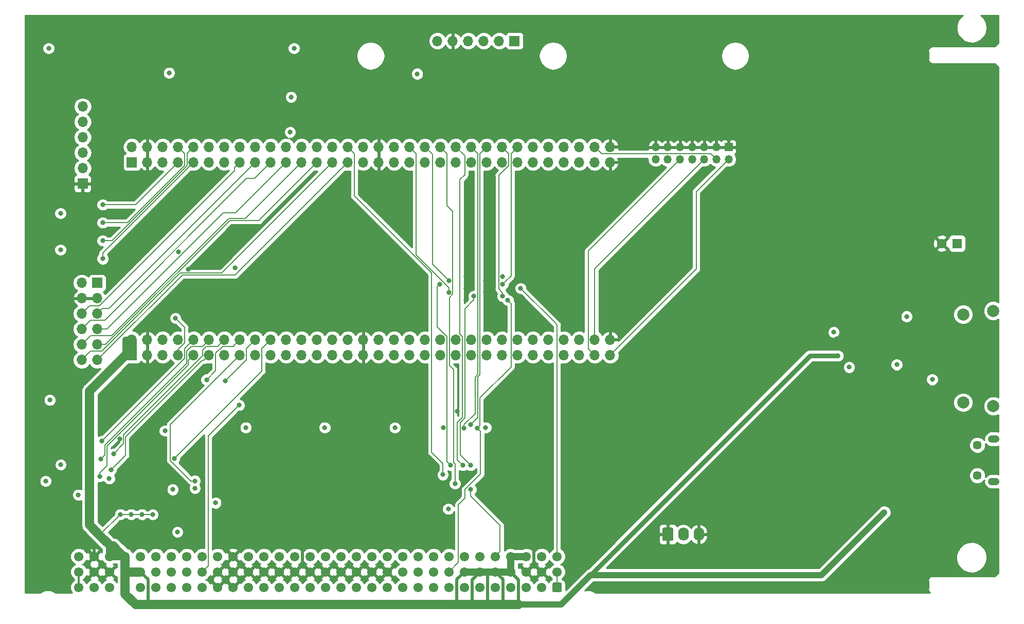
<source format=gbr>
G04 #@! TF.GenerationSoftware,KiCad,Pcbnew,5.0.2+dfsg1-1~bpo9+1*
G04 #@! TF.CreationDate,2022-09-27T13:51:08+02:00*
G04 #@! TF.ProjectId,nubus-to-ztex,6e756275-732d-4746-9f2d-7a7465782e6b,rev?*
G04 #@! TF.SameCoordinates,Original*
G04 #@! TF.FileFunction,Copper,L4,Bot*
G04 #@! TF.FilePolarity,Positive*
%FSLAX46Y46*%
G04 Gerber Fmt 4.6, Leading zero omitted, Abs format (unit mm)*
G04 Created by KiCad (PCBNEW 5.0.2+dfsg1-1~bpo9+1) date Tue Sep 27 13:51:08 2022*
%MOMM*%
%LPD*%
G01*
G04 APERTURE LIST*
G04 #@! TA.AperFunction,ComponentPad*
%ADD10R,1.700000X1.700000*%
G04 #@! TD*
G04 #@! TA.AperFunction,ComponentPad*
%ADD11O,1.700000X1.700000*%
G04 #@! TD*
G04 #@! TA.AperFunction,ComponentPad*
%ADD12C,1.450000*%
G04 #@! TD*
G04 #@! TA.AperFunction,ComponentPad*
%ADD13O,1.900000X1.200000*%
G04 #@! TD*
G04 #@! TA.AperFunction,Conductor*
%ADD14C,0.100000*%
G04 #@! TD*
G04 #@! TA.AperFunction,ComponentPad*
%ADD15C,1.740000*%
G04 #@! TD*
G04 #@! TA.AperFunction,ComponentPad*
%ADD16O,1.740000X2.200000*%
G04 #@! TD*
G04 #@! TA.AperFunction,ComponentPad*
%ADD17R,1.350000X1.350000*%
G04 #@! TD*
G04 #@! TA.AperFunction,ComponentPad*
%ADD18O,1.350000X1.350000*%
G04 #@! TD*
G04 #@! TA.AperFunction,ComponentPad*
%ADD19C,2.000000*%
G04 #@! TD*
G04 #@! TA.AperFunction,ComponentPad*
%ADD20R,1.600000X1.600000*%
G04 #@! TD*
G04 #@! TA.AperFunction,ComponentPad*
%ADD21C,1.600000*%
G04 #@! TD*
G04 #@! TA.AperFunction,ComponentPad*
%ADD22C,1.550000*%
G04 #@! TD*
G04 #@! TA.AperFunction,ViaPad*
%ADD23C,0.800000*%
G04 #@! TD*
G04 #@! TA.AperFunction,Conductor*
%ADD24C,0.500000*%
G04 #@! TD*
G04 #@! TA.AperFunction,Conductor*
%ADD25C,0.152400*%
G04 #@! TD*
G04 #@! TA.AperFunction,Conductor*
%ADD26C,1.200000*%
G04 #@! TD*
G04 #@! TA.AperFunction,Conductor*
%ADD27C,1.500000*%
G04 #@! TD*
G04 #@! TA.AperFunction,Conductor*
%ADD28C,1.000000*%
G04 #@! TD*
G04 #@! TA.AperFunction,Conductor*
%ADD29C,0.800000*%
G04 #@! TD*
G04 #@! TA.AperFunction,Conductor*
%ADD30C,1.600000*%
G04 #@! TD*
G04 #@! TA.AperFunction,Conductor*
%ADD31C,0.200000*%
G04 #@! TD*
G04 #@! TA.AperFunction,Conductor*
%ADD32C,0.300000*%
G04 #@! TD*
G04 #@! TA.AperFunction,Conductor*
%ADD33C,0.254000*%
G04 #@! TD*
G04 APERTURE END LIST*
D10*
G04 #@! TO.P,J10,1*
G04 #@! TO.N,LED3*
X193000000Y-10000000D03*
D11*
G04 #@! TO.P,J10,2*
G04 #@! TO.N,LED2*
X190460000Y-10000000D03*
G04 #@! TO.P,J10,3*
G04 #@! TO.N,LED1*
X187920000Y-10000000D03*
G04 #@! TO.P,J10,4*
G04 #@! TO.N,LED0*
X185380000Y-10000000D03*
G04 #@! TO.P,J10,5*
G04 #@! TO.N,GND*
X182840000Y-10000000D03*
G04 #@! TO.P,J10,6*
G04 #@! TO.N,+3V3*
X180300000Y-10000000D03*
G04 #@! TD*
G04 #@! TO.P,J9,12*
G04 #@! TO.N,PMOD-12*
X121760000Y-62550000D03*
G04 #@! TO.P,J9,11*
G04 #@! TO.N,PMOD-11*
X124300000Y-62550000D03*
G04 #@! TO.P,J9,10*
G04 #@! TO.N,PMOD-10*
X121760000Y-60010000D03*
G04 #@! TO.P,J9,9*
G04 #@! TO.N,PMOD-9*
X124300000Y-60010000D03*
G04 #@! TO.P,J9,8*
G04 #@! TO.N,PMOD-8*
X121760000Y-57470000D03*
G04 #@! TO.P,J9,7*
G04 #@! TO.N,PMOD-7*
X124300000Y-57470000D03*
G04 #@! TO.P,J9,6*
G04 #@! TO.N,PMOD-6*
X121760000Y-54930000D03*
G04 #@! TO.P,J9,5*
G04 #@! TO.N,PMOD-5*
X124300000Y-54930000D03*
G04 #@! TO.P,J9,4*
G04 #@! TO.N,GND*
X121760000Y-52390000D03*
G04 #@! TO.P,J9,3*
X124300000Y-52390000D03*
G04 #@! TO.P,J9,2*
G04 #@! TO.N,+3V3*
X121760000Y-49850000D03*
D10*
G04 #@! TO.P,J9,1*
X124300000Y-49850000D03*
G04 #@! TD*
D12*
G04 #@! TO.P,J6,6*
G04 #@! TO.N,SHIELD*
X269197500Y-81570000D03*
X269197500Y-76570000D03*
D13*
X271897500Y-82570000D03*
X271897500Y-75570000D03*
G04 #@! TD*
D14*
G04 #@! TO.N,GND*
G04 #@! TO.C,J7*
G36*
X218884505Y-90171204D02*
X218908773Y-90174804D01*
X218932572Y-90180765D01*
X218955671Y-90189030D01*
X218977850Y-90199520D01*
X218998893Y-90212132D01*
X219018599Y-90226747D01*
X219036777Y-90243223D01*
X219053253Y-90261401D01*
X219067868Y-90281107D01*
X219080480Y-90302150D01*
X219090970Y-90324329D01*
X219099235Y-90347428D01*
X219105196Y-90371227D01*
X219108796Y-90395495D01*
X219110000Y-90419999D01*
X219110000Y-92120001D01*
X219108796Y-92144505D01*
X219105196Y-92168773D01*
X219099235Y-92192572D01*
X219090970Y-92215671D01*
X219080480Y-92237850D01*
X219067868Y-92258893D01*
X219053253Y-92278599D01*
X219036777Y-92296777D01*
X219018599Y-92313253D01*
X218998893Y-92327868D01*
X218977850Y-92340480D01*
X218955671Y-92350970D01*
X218932572Y-92359235D01*
X218908773Y-92365196D01*
X218884505Y-92368796D01*
X218860001Y-92370000D01*
X217619999Y-92370000D01*
X217595495Y-92368796D01*
X217571227Y-92365196D01*
X217547428Y-92359235D01*
X217524329Y-92350970D01*
X217502150Y-92340480D01*
X217481107Y-92327868D01*
X217461401Y-92313253D01*
X217443223Y-92296777D01*
X217426747Y-92278599D01*
X217412132Y-92258893D01*
X217399520Y-92237850D01*
X217389030Y-92215671D01*
X217380765Y-92192572D01*
X217374804Y-92168773D01*
X217371204Y-92144505D01*
X217370000Y-92120001D01*
X217370000Y-90419999D01*
X217371204Y-90395495D01*
X217374804Y-90371227D01*
X217380765Y-90347428D01*
X217389030Y-90324329D01*
X217399520Y-90302150D01*
X217412132Y-90281107D01*
X217426747Y-90261401D01*
X217443223Y-90243223D01*
X217461401Y-90226747D01*
X217481107Y-90212132D01*
X217502150Y-90199520D01*
X217524329Y-90189030D01*
X217547428Y-90180765D01*
X217571227Y-90174804D01*
X217595495Y-90171204D01*
X217619999Y-90170000D01*
X218860001Y-90170000D01*
X218884505Y-90171204D01*
X218884505Y-90171204D01*
G37*
D15*
G04 #@! TD*
G04 #@! TO.P,J7,1*
G04 #@! TO.N,GND*
X218240000Y-91270000D03*
D16*
G04 #@! TO.P,J7,2*
G04 #@! TO.N,+5V*
X220780000Y-91270000D03*
G04 #@! TO.P,J7,3*
G04 #@! TO.N,GND*
X223320000Y-91270000D03*
G04 #@! TD*
D10*
G04 #@! TO.P,JCD1,1*
G04 #@! TO.N,Net-(JCD1-Pad1)*
X130000000Y-30000000D03*
D11*
G04 #@! TO.P,JCD1,2*
G04 #@! TO.N,Net-(JCD1-Pad2)*
X130000000Y-27460000D03*
G04 #@! TO.P,JCD1,3*
G04 #@! TO.N,GND*
X132540000Y-30000000D03*
G04 #@! TO.P,JCD1,4*
X132540000Y-27460000D03*
G04 #@! TO.P,JCD1,5*
G04 #@! TO.N,/B2B/RX*
X135080000Y-30000000D03*
G04 #@! TO.P,JCD1,6*
G04 #@! TO.N,/B2B/TX*
X135080000Y-27460000D03*
G04 #@! TO.P,JCD1,7*
G04 #@! TO.N,~ID3_3V3*
X137620000Y-30000000D03*
G04 #@! TO.P,JCD1,8*
G04 #@! TO.N,~ID2_3V3*
X137620000Y-27460000D03*
G04 #@! TO.P,JCD1,9*
G04 #@! TO.N,~ID0_3V3*
X140160000Y-30000000D03*
G04 #@! TO.P,JCD1,10*
G04 #@! TO.N,~ID1_3V3*
X140160000Y-27460000D03*
G04 #@! TO.P,JCD1,11*
G04 #@! TO.N,~ARB3_3V3*
X142700000Y-30000000D03*
G04 #@! TO.P,JCD1,12*
G04 #@! TO.N,~ARB2_3V3*
X142700000Y-27460000D03*
G04 #@! TO.P,JCD1,13*
G04 #@! TO.N,~ARB0_3V3*
X145240000Y-30000000D03*
G04 #@! TO.P,JCD1,14*
G04 #@! TO.N,~ARB1_3V3*
X145240000Y-27460000D03*
G04 #@! TO.P,JCD1,15*
G04 #@! TO.N,PMOD-6*
X147780000Y-30000000D03*
G04 #@! TO.P,JCD1,16*
G04 #@! TO.N,~CLK2X_3V3*
X147780000Y-27460000D03*
G04 #@! TO.P,JCD1,17*
G04 #@! TO.N,PMOD-5*
X150320000Y-30000000D03*
G04 #@! TO.P,JCD1,18*
G04 #@! TO.N,SD_D1*
X150320000Y-27460000D03*
G04 #@! TO.P,JCD1,19*
G04 #@! TO.N,PMOD-8*
X152860000Y-30000000D03*
G04 #@! TO.P,JCD1,20*
G04 #@! TO.N,SD_D0*
X152860000Y-27460000D03*
G04 #@! TO.P,JCD1,21*
G04 #@! TO.N,PMOD-7*
X155400000Y-30000000D03*
G04 #@! TO.P,JCD1,22*
G04 #@! TO.N,SD_CLK*
X155400000Y-27460000D03*
G04 #@! TO.P,JCD1,23*
G04 #@! TO.N,PMOD-10*
X157940000Y-30000000D03*
G04 #@! TO.P,JCD1,24*
G04 #@! TO.N,SD_CMD*
X157940000Y-27460000D03*
G04 #@! TO.P,JCD1,25*
G04 #@! TO.N,PMOD-9*
X160480000Y-30000000D03*
G04 #@! TO.P,JCD1,26*
G04 #@! TO.N,SD_D3*
X160480000Y-27460000D03*
G04 #@! TO.P,JCD1,27*
G04 #@! TO.N,PMOD-12*
X163020000Y-30000000D03*
G04 #@! TO.P,JCD1,28*
G04 #@! TO.N,SD_D2*
X163020000Y-27460000D03*
G04 #@! TO.P,JCD1,29*
G04 #@! TO.N,PMOD-11*
X165560000Y-30000000D03*
G04 #@! TO.P,JCD1,30*
G04 #@! TO.N,TMx_oe_n*
X165560000Y-27460000D03*
G04 #@! TO.P,JCD1,31*
G04 #@! TO.N,+3V3*
X168100000Y-30000000D03*
G04 #@! TO.P,JCD1,32*
X168100000Y-27460000D03*
G04 #@! TO.P,JCD1,33*
G04 #@! TO.N,GND*
X170640000Y-30000000D03*
G04 #@! TO.P,JCD1,34*
X170640000Y-27460000D03*
G04 #@! TO.P,JCD1,35*
G04 #@! TO.N,+3V3*
X173180000Y-30000000D03*
G04 #@! TO.P,JCD1,36*
X173180000Y-27460000D03*
G04 #@! TO.P,JCD1,37*
G04 #@! TO.N,HDMI_HPD_A*
X175720000Y-30000000D03*
G04 #@! TO.P,JCD1,38*
G04 #@! TO.N,~TM0_3V3*
X175720000Y-27460000D03*
G04 #@! TO.P,JCD1,39*
G04 #@! TO.N,HDMI_SDA_A*
X178260000Y-30000000D03*
G04 #@! TO.P,JCD1,40*
G04 #@! TO.N,~TM1_3V3*
X178260000Y-27460000D03*
G04 #@! TO.P,JCD1,41*
G04 #@! TO.N,HDMI_SCL_A*
X180800000Y-30000000D03*
G04 #@! TO.P,JCD1,42*
G04 #@! TO.N,TM1_n_o*
X180800000Y-27460000D03*
G04 #@! TO.P,JCD1,43*
G04 #@! TO.N,HDMI_CEC_A*
X183340000Y-30000000D03*
G04 #@! TO.P,JCD1,44*
G04 #@! TO.N,TM0_n_o*
X183340000Y-27460000D03*
G04 #@! TO.P,JCD1,45*
G04 #@! TO.N,HDMI_CLK-*
X185880000Y-30000000D03*
G04 #@! TO.P,JCD1,46*
G04 #@! TO.N,TM2_oe_n*
X185880000Y-27460000D03*
G04 #@! TO.P,JCD1,47*
G04 #@! TO.N,HDMI_CLK+*
X188420000Y-30000000D03*
G04 #@! TO.P,JCD1,48*
G04 #@! TO.N,TM2_o_n*
X188420000Y-27460000D03*
G04 #@! TO.P,JCD1,49*
G04 #@! TO.N,HDMI_D0+*
X190960000Y-30000000D03*
G04 #@! TO.P,JCD1,50*
G04 #@! TO.N,~TM2_3V3*
X190960000Y-27460000D03*
G04 #@! TO.P,JCD1,51*
G04 #@! TO.N,HDMI_D0-*
X193500000Y-30000000D03*
G04 #@! TO.P,JCD1,52*
G04 #@! TO.N,~RESET_3V3*
X193500000Y-27460000D03*
G04 #@! TO.P,JCD1,53*
G04 #@! TO.N,HDMI_D1+*
X196040000Y-30000000D03*
G04 #@! TO.P,JCD1,54*
G04 #@! TO.N,LED0*
X196040000Y-27460000D03*
G04 #@! TO.P,JCD1,55*
G04 #@! TO.N,HDMI_D1-*
X198580000Y-30000000D03*
G04 #@! TO.P,JCD1,56*
G04 #@! TO.N,LED1*
X198580000Y-27460000D03*
G04 #@! TO.P,JCD1,57*
G04 #@! TO.N,HDMI_D2-*
X201120000Y-30000000D03*
G04 #@! TO.P,JCD1,58*
G04 #@! TO.N,LED2*
X201120000Y-27460000D03*
G04 #@! TO.P,JCD1,59*
G04 #@! TO.N,HDMI_D2+*
X203660000Y-30000000D03*
G04 #@! TO.P,JCD1,60*
G04 #@! TO.N,LED3*
X203660000Y-27460000D03*
G04 #@! TO.P,JCD1,61*
G04 #@! TO.N,FPGA_JTAG_TDO*
X206200000Y-30000000D03*
G04 #@! TO.P,JCD1,62*
G04 #@! TO.N,FPGA_JTAG_TMS*
X206200000Y-27460000D03*
G04 #@! TO.P,JCD1,63*
G04 #@! TO.N,GND*
X208740000Y-30000000D03*
G04 #@! TO.P,JCD1,64*
X208740000Y-27460000D03*
G04 #@! TD*
D17*
G04 #@! TO.P,J1,1*
G04 #@! TO.N,GND*
X228230000Y-27500000D03*
D18*
G04 #@! TO.P,J1,2*
G04 #@! TO.N,/B2B/JTAG_VIO*
X228230000Y-29500000D03*
G04 #@! TO.P,J1,3*
G04 #@! TO.N,GND*
X226230000Y-27500000D03*
G04 #@! TO.P,J1,4*
G04 #@! TO.N,FPGA_JTAG_TMS*
X226230000Y-29500000D03*
G04 #@! TO.P,J1,5*
G04 #@! TO.N,GND*
X224230000Y-27500000D03*
G04 #@! TO.P,J1,6*
G04 #@! TO.N,FPGA_JTAG_TCK*
X224230000Y-29500000D03*
G04 #@! TO.P,J1,7*
G04 #@! TO.N,GND*
X222230000Y-27500000D03*
G04 #@! TO.P,J1,8*
G04 #@! TO.N,FPGA_JTAG_TDO*
X222230000Y-29500000D03*
G04 #@! TO.P,J1,9*
G04 #@! TO.N,GND*
X220230000Y-27500000D03*
G04 #@! TO.P,J1,10*
G04 #@! TO.N,FPGA_JTAG_TDI*
X220230000Y-29500000D03*
G04 #@! TO.P,J1,11*
G04 #@! TO.N,GND*
X218230000Y-27500000D03*
G04 #@! TO.P,J1,12*
G04 #@! TO.N,Net-(J1-Pad12)*
X218230000Y-29500000D03*
G04 #@! TO.P,J1,13*
G04 #@! TO.N,GND*
X216230000Y-27500000D03*
G04 #@! TO.P,J1,14*
G04 #@! TO.N,Net-(J1-Pad14)*
X216230000Y-29500000D03*
G04 #@! TD*
D19*
G04 #@! TO.P,J5,SH*
G04 #@! TO.N,SHIELD*
X271800000Y-70150000D03*
X271800000Y-54450000D03*
X266850000Y-69550000D03*
X266850000Y-55050000D03*
G04 #@! TD*
D20*
G04 #@! TO.P,C39,1*
G04 #@! TO.N,SHIELD*
X265840000Y-43360000D03*
D21*
G04 #@! TO.P,C39,2*
G04 #@! TO.N,GND*
X263340000Y-43360000D03*
G04 #@! TD*
D14*
G04 #@! TO.N,-12V*
G04 #@! TO.C,J4*
G36*
X200549505Y-99226204D02*
X200573773Y-99229804D01*
X200597572Y-99235765D01*
X200620671Y-99244030D01*
X200642850Y-99254520D01*
X200663893Y-99267132D01*
X200683599Y-99281747D01*
X200701777Y-99298223D01*
X200718253Y-99316401D01*
X200732868Y-99336107D01*
X200745480Y-99357150D01*
X200755970Y-99379329D01*
X200764235Y-99402428D01*
X200770196Y-99426227D01*
X200773796Y-99450495D01*
X200775000Y-99474999D01*
X200775000Y-100525001D01*
X200773796Y-100549505D01*
X200770196Y-100573773D01*
X200764235Y-100597572D01*
X200755970Y-100620671D01*
X200745480Y-100642850D01*
X200732868Y-100663893D01*
X200718253Y-100683599D01*
X200701777Y-100701777D01*
X200683599Y-100718253D01*
X200663893Y-100732868D01*
X200642850Y-100745480D01*
X200620671Y-100755970D01*
X200597572Y-100764235D01*
X200573773Y-100770196D01*
X200549505Y-100773796D01*
X200525001Y-100775000D01*
X199474999Y-100775000D01*
X199450495Y-100773796D01*
X199426227Y-100770196D01*
X199402428Y-100764235D01*
X199379329Y-100755970D01*
X199357150Y-100745480D01*
X199336107Y-100732868D01*
X199316401Y-100718253D01*
X199298223Y-100701777D01*
X199281747Y-100683599D01*
X199267132Y-100663893D01*
X199254520Y-100642850D01*
X199244030Y-100620671D01*
X199235765Y-100597572D01*
X199229804Y-100573773D01*
X199226204Y-100549505D01*
X199225000Y-100525001D01*
X199225000Y-99474999D01*
X199226204Y-99450495D01*
X199229804Y-99426227D01*
X199235765Y-99402428D01*
X199244030Y-99379329D01*
X199254520Y-99357150D01*
X199267132Y-99336107D01*
X199281747Y-99316401D01*
X199298223Y-99298223D01*
X199316401Y-99281747D01*
X199336107Y-99267132D01*
X199357150Y-99254520D01*
X199379329Y-99244030D01*
X199402428Y-99235765D01*
X199426227Y-99229804D01*
X199450495Y-99226204D01*
X199474999Y-99225000D01*
X200525001Y-99225000D01*
X200549505Y-99226204D01*
X200549505Y-99226204D01*
G37*
D22*
G04 #@! TD*
G04 #@! TO.P,J4,a1*
G04 #@! TO.N,-12V*
X200000000Y-100000000D03*
G04 #@! TO.P,J4,a2*
G04 #@! TO.N,SB0_5V*
X197460000Y-100000000D03*
G04 #@! TO.P,J4,a3*
G04 #@! TO.N,~SPV_5V*
X194920000Y-100000000D03*
G04 #@! TO.P,J4,a4*
G04 #@! TO.N,~SP_5V*
X192380000Y-100000000D03*
G04 #@! TO.P,J4,a5*
G04 #@! TO.N,~TM1_5V*
X189840000Y-100000000D03*
G04 #@! TO.P,J4,a6*
G04 #@! TO.N,~AD1_5V*
X187300000Y-100000000D03*
G04 #@! TO.P,J4,a7*
G04 #@! TO.N,~AD3_5V*
X184760000Y-100000000D03*
G04 #@! TO.P,J4,a8*
G04 #@! TO.N,~AD5_5V*
X182220000Y-100000000D03*
G04 #@! TO.P,J4,a9*
G04 #@! TO.N,~AD7_5V*
X179680000Y-100000000D03*
G04 #@! TO.P,J4,a10*
G04 #@! TO.N,~AD9_5V*
X177140000Y-100000000D03*
G04 #@! TO.P,J4,a11*
G04 #@! TO.N,~AD11_5V*
X174600000Y-100000000D03*
G04 #@! TO.P,J4,a12*
G04 #@! TO.N,~AD13_5V*
X172060000Y-100000000D03*
G04 #@! TO.P,J4,a13*
G04 #@! TO.N,~AD15_5V*
X169520000Y-100000000D03*
G04 #@! TO.P,J4,a14*
G04 #@! TO.N,~AD17_5V*
X166980000Y-100000000D03*
G04 #@! TO.P,J4,a15*
G04 #@! TO.N,~AD19_5V*
X164440000Y-100000000D03*
G04 #@! TO.P,J4,a16*
G04 #@! TO.N,~AD21_5V*
X161900000Y-100000000D03*
G04 #@! TO.P,J4,a17*
G04 #@! TO.N,~AD23_5V*
X159360000Y-100000000D03*
G04 #@! TO.P,J4,a18*
G04 #@! TO.N,~AD25_5V*
X156820000Y-100000000D03*
G04 #@! TO.P,J4,a19*
G04 #@! TO.N,~AD27_5V*
X154280000Y-100000000D03*
G04 #@! TO.P,J4,a20*
G04 #@! TO.N,~AD29_5V*
X151740000Y-100000000D03*
G04 #@! TO.P,J4,a21*
G04 #@! TO.N,~AD31_5V*
X149200000Y-100000000D03*
G04 #@! TO.P,J4,a22*
G04 #@! TO.N,GND*
X146660000Y-100000000D03*
G04 #@! TO.P,J4,a23*
X144120000Y-100000000D03*
G04 #@! TO.P,J4,a24*
G04 #@! TO.N,~ARB1_5V*
X141580000Y-100000000D03*
G04 #@! TO.P,J4,a25*
G04 #@! TO.N,~ARB3_5V*
X139040000Y-100000000D03*
G04 #@! TO.P,J4,a26*
G04 #@! TO.N,~ID1_5V*
X136500000Y-100000000D03*
G04 #@! TO.P,J4,a27*
G04 #@! TO.N,~ID3_5V*
X133960000Y-100000000D03*
G04 #@! TO.P,J4,a28*
G04 #@! TO.N,~ACK_5V*
X131420000Y-100000000D03*
G04 #@! TO.P,J4,a29*
G04 #@! TO.N,+5V*
X128880000Y-100000000D03*
G04 #@! TO.P,J4,a30*
G04 #@! TO.N,~RQST_5V*
X126340000Y-100000000D03*
G04 #@! TO.P,J4,a31*
G04 #@! TO.N,~NMRQ_5V*
X123800000Y-100000000D03*
G04 #@! TO.P,J4,a32*
G04 #@! TO.N,+12V*
X121260000Y-100000000D03*
G04 #@! TO.P,J4,b1*
G04 #@! TO.N,-12V*
X200000000Y-97460000D03*
G04 #@! TO.P,J4,b2*
G04 #@! TO.N,GND*
X197460000Y-97460000D03*
G04 #@! TO.P,J4,b3*
X194920000Y-97460000D03*
G04 #@! TO.P,J4,b4*
G04 #@! TO.N,+5V*
X192380000Y-97460000D03*
G04 #@! TO.P,J4,b5*
X189840000Y-97460000D03*
G04 #@! TO.P,J4,b6*
X187300000Y-97460000D03*
G04 #@! TO.P,J4,b7*
X184760000Y-97460000D03*
G04 #@! TO.P,J4,b8*
G04 #@! TO.N,~TM2_5V*
X182220000Y-97460000D03*
G04 #@! TO.P,J4,b9*
G04 #@! TO.N,~CM0_5V*
X179680000Y-97460000D03*
G04 #@! TO.P,J4,b10*
G04 #@! TO.N,~CM1_5V*
X177140000Y-97460000D03*
G04 #@! TO.P,J4,b11*
G04 #@! TO.N,~CM2_5V*
X174600000Y-97460000D03*
G04 #@! TO.P,J4,b12*
G04 #@! TO.N,GND*
X172060000Y-97460000D03*
G04 #@! TO.P,J4,b13*
X169520000Y-97460000D03*
G04 #@! TO.P,J4,b14*
X166980000Y-97460000D03*
G04 #@! TO.P,J4,b15*
X164440000Y-97460000D03*
G04 #@! TO.P,J4,b16*
X161900000Y-97460000D03*
G04 #@! TO.P,J4,b17*
X159360000Y-97460000D03*
G04 #@! TO.P,J4,b18*
X156820000Y-97460000D03*
G04 #@! TO.P,J4,b19*
X154280000Y-97460000D03*
G04 #@! TO.P,J4,b20*
X151740000Y-97460000D03*
G04 #@! TO.P,J4,b21*
X149200000Y-97460000D03*
G04 #@! TO.P,J4,b22*
X146660000Y-97460000D03*
G04 #@! TO.P,J4,b23*
X144120000Y-97460000D03*
G04 #@! TO.P,J4,b24*
G04 #@! TO.N,~CLK2X_5V*
X141580000Y-97460000D03*
G04 #@! TO.P,J4,b25*
G04 #@! TO.N,STDBYPWR*
X139040000Y-97460000D03*
G04 #@! TO.P,J4,b26*
G04 #@! TO.N,~CLK2XEN_5V*
X136500000Y-97460000D03*
G04 #@! TO.P,J4,b27*
G04 #@! TO.N,~CBUSY_5V*
X133960000Y-97460000D03*
G04 #@! TO.P,J4,b28*
G04 #@! TO.N,+5V*
X131420000Y-97460000D03*
G04 #@! TO.P,J4,b29*
X128880000Y-97460000D03*
G04 #@! TO.P,J4,b30*
G04 #@! TO.N,GND*
X126340000Y-97460000D03*
G04 #@! TO.P,J4,b31*
X123800000Y-97460000D03*
G04 #@! TO.P,J4,b32*
G04 #@! TO.N,+12V*
X121260000Y-97460000D03*
G04 #@! TO.P,J4,c1*
G04 #@! TO.N,~RESET_5V*
X200000000Y-94920000D03*
G04 #@! TO.P,J4,c2*
G04 #@! TO.N,SB1_5V*
X197460000Y-94920000D03*
G04 #@! TO.P,J4,c3*
G04 #@! TO.N,+5V*
X194920000Y-94920000D03*
G04 #@! TO.P,J4,c4*
X192380000Y-94920000D03*
G04 #@! TO.P,J4,c5*
G04 #@! TO.N,~TM0_5V*
X189840000Y-94920000D03*
G04 #@! TO.P,J4,c6*
G04 #@! TO.N,~AD0_5V*
X187300000Y-94920000D03*
G04 #@! TO.P,J4,c7*
G04 #@! TO.N,~AD2_5V*
X184760000Y-94920000D03*
G04 #@! TO.P,J4,c8*
G04 #@! TO.N,~AD4_5V*
X182220000Y-94920000D03*
G04 #@! TO.P,J4,c9*
G04 #@! TO.N,~AD6_5V*
X179680000Y-94920000D03*
G04 #@! TO.P,J4,c10*
G04 #@! TO.N,~AD8_5V*
X177140000Y-94920000D03*
G04 #@! TO.P,J4,c11*
G04 #@! TO.N,~AD10_5V*
X174600000Y-94920000D03*
G04 #@! TO.P,J4,c12*
G04 #@! TO.N,~AD12_5V*
X172060000Y-94920000D03*
G04 #@! TO.P,J4,c13*
G04 #@! TO.N,~AD14_5V*
X169520000Y-94920000D03*
G04 #@! TO.P,J4,c14*
G04 #@! TO.N,~AD16_5V*
X166980000Y-94920000D03*
G04 #@! TO.P,J4,c15*
G04 #@! TO.N,~AD18_5V*
X164440000Y-94920000D03*
G04 #@! TO.P,J4,c16*
G04 #@! TO.N,~AD20_5V*
X161900000Y-94920000D03*
G04 #@! TO.P,J4,c17*
G04 #@! TO.N,~AD22_5V*
X159360000Y-94920000D03*
G04 #@! TO.P,J4,c18*
G04 #@! TO.N,~AD24_5V*
X156820000Y-94920000D03*
G04 #@! TO.P,J4,c19*
G04 #@! TO.N,~AD26_5V*
X154280000Y-94920000D03*
G04 #@! TO.P,J4,c20*
G04 #@! TO.N,~AD28_5V*
X151740000Y-94920000D03*
G04 #@! TO.P,J4,c21*
G04 #@! TO.N,~AD30_5V*
X149200000Y-94920000D03*
G04 #@! TO.P,J4,c22*
G04 #@! TO.N,GND*
X146660000Y-94920000D03*
G04 #@! TO.P,J4,c23*
G04 #@! TO.N,~PFW_5V*
X144120000Y-94920000D03*
G04 #@! TO.P,J4,c24*
G04 #@! TO.N,~ARB0_5V*
X141580000Y-94920000D03*
G04 #@! TO.P,J4,c25*
G04 #@! TO.N,~ARB2_5V*
X139040000Y-94920000D03*
G04 #@! TO.P,J4,c26*
G04 #@! TO.N,~ID0_5V*
X136500000Y-94920000D03*
G04 #@! TO.P,J4,c27*
G04 #@! TO.N,~ID2_5V*
X133960000Y-94920000D03*
G04 #@! TO.P,J4,c28*
G04 #@! TO.N,~START_5V*
X131420000Y-94920000D03*
G04 #@! TO.P,J4,c29*
G04 #@! TO.N,+5V*
X128880000Y-94920000D03*
G04 #@! TO.P,J4,c30*
X126340000Y-94920000D03*
G04 #@! TO.P,J4,c31*
G04 #@! TO.N,GND*
X123800000Y-94920000D03*
G04 #@! TO.P,J4,c32*
G04 #@! TO.N,~CLK_5V*
X121260000Y-94920000D03*
G04 #@! TD*
D11*
G04 #@! TO.P,J3,6*
G04 #@! TO.N,Net-(J3-Pad6)*
X121900000Y-20800000D03*
G04 #@! TO.P,J3,5*
G04 #@! TO.N,/B2B/TX*
X121900000Y-23340000D03*
G04 #@! TO.P,J3,4*
G04 #@! TO.N,/B2B/RX*
X121900000Y-25880000D03*
G04 #@! TO.P,J3,3*
G04 #@! TO.N,Net-(J3-Pad3)*
X121900000Y-28420000D03*
G04 #@! TO.P,J3,2*
G04 #@! TO.N,Net-(J3-Pad2)*
X121900000Y-30960000D03*
D10*
G04 #@! TO.P,J3,1*
G04 #@! TO.N,GND*
X121900000Y-33500000D03*
G04 #@! TD*
D11*
G04 #@! TO.P,JAB1,64*
G04 #@! TO.N,GND*
X208740000Y-59210000D03*
G04 #@! TO.P,JAB1,63*
G04 #@! TO.N,/B2B/JTAG_VIO*
X208740000Y-61750000D03*
G04 #@! TO.P,JAB1,62*
G04 #@! TO.N,FPGA_JTAG_TCK*
X206200000Y-59210000D03*
G04 #@! TO.P,JAB1,61*
G04 #@! TO.N,FPGA_JTAG_TDI*
X206200000Y-61750000D03*
G04 #@! TO.P,JAB1,60*
G04 #@! TO.N,USBH0_D-*
X203660000Y-59210000D03*
G04 #@! TO.P,JAB1,59*
G04 #@! TO.N,USBH0_D+*
X203660000Y-61750000D03*
G04 #@! TO.P,JAB1,58*
G04 #@! TO.N,~AD0_3V3*
X201120000Y-59210000D03*
G04 #@! TO.P,JAB1,57*
G04 #@! TO.N,~AD1_3V3*
X201120000Y-61750000D03*
G04 #@! TO.P,JAB1,56*
G04 #@! TO.N,~AD2_3V3*
X198580000Y-59210000D03*
G04 #@! TO.P,JAB1,55*
G04 #@! TO.N,~AD3_3V3*
X198580000Y-61750000D03*
G04 #@! TO.P,JAB1,54*
G04 #@! TO.N,~AD4_3V3*
X196040000Y-59210000D03*
G04 #@! TO.P,JAB1,53*
G04 #@! TO.N,~AD5_3V3*
X196040000Y-61750000D03*
G04 #@! TO.P,JAB1,52*
G04 #@! TO.N,~AD6_3V3*
X193500000Y-59210000D03*
G04 #@! TO.P,JAB1,51*
G04 #@! TO.N,~AD7_3V3*
X193500000Y-61750000D03*
G04 #@! TO.P,JAB1,50*
G04 #@! TO.N,~AD8_3V3*
X190960000Y-59210000D03*
G04 #@! TO.P,JAB1,49*
G04 #@! TO.N,~AD9_3V3*
X190960000Y-61750000D03*
G04 #@! TO.P,JAB1,48*
G04 #@! TO.N,~AD10_3V3*
X188420000Y-59210000D03*
G04 #@! TO.P,JAB1,47*
G04 #@! TO.N,~AD11_3V3*
X188420000Y-61750000D03*
G04 #@! TO.P,JAB1,46*
G04 #@! TO.N,~AD12_3V3*
X185880000Y-59210000D03*
G04 #@! TO.P,JAB1,45*
G04 #@! TO.N,~AD13_3V3*
X185880000Y-61750000D03*
G04 #@! TO.P,JAB1,44*
G04 #@! TO.N,~AD14_3V3*
X183340000Y-59210000D03*
G04 #@! TO.P,JAB1,43*
G04 #@! TO.N,~AD15_3V3*
X183340000Y-61750000D03*
G04 #@! TO.P,JAB1,42*
G04 #@! TO.N,~AD16_3V3*
X180800000Y-59210000D03*
G04 #@! TO.P,JAB1,41*
G04 #@! TO.N,~AD17_3V3*
X180800000Y-61750000D03*
G04 #@! TO.P,JAB1,40*
G04 #@! TO.N,~AD18_3V3*
X178260000Y-59210000D03*
G04 #@! TO.P,JAB1,39*
G04 #@! TO.N,~AD19_3V3*
X178260000Y-61750000D03*
G04 #@! TO.P,JAB1,38*
G04 #@! TO.N,~AD20_3V3*
X175720000Y-59210000D03*
G04 #@! TO.P,JAB1,37*
G04 #@! TO.N,~AD21_3V3*
X175720000Y-61750000D03*
G04 #@! TO.P,JAB1,36*
G04 #@! TO.N,~AD22_3V3*
X173180000Y-59210000D03*
G04 #@! TO.P,JAB1,35*
G04 #@! TO.N,~AD23_3V3*
X173180000Y-61750000D03*
G04 #@! TO.P,JAB1,34*
G04 #@! TO.N,+3V3*
X170640000Y-59210000D03*
G04 #@! TO.P,JAB1,33*
X170640000Y-61750000D03*
G04 #@! TO.P,JAB1,32*
G04 #@! TO.N,GND*
X168100000Y-59210000D03*
G04 #@! TO.P,JAB1,31*
X168100000Y-61750000D03*
G04 #@! TO.P,JAB1,30*
G04 #@! TO.N,+3V3*
X165560000Y-59210000D03*
G04 #@! TO.P,JAB1,29*
X165560000Y-61750000D03*
G04 #@! TO.P,JAB1,28*
G04 #@! TO.N,~AD24_3V3*
X163020000Y-59210000D03*
G04 #@! TO.P,JAB1,27*
G04 #@! TO.N,NUBUS_OE*
X163020000Y-61750000D03*
G04 #@! TO.P,JAB1,26*
G04 #@! TO.N,~AD26_3V3*
X160480000Y-59210000D03*
G04 #@! TO.P,JAB1,25*
G04 #@! TO.N,~AD25_3V3*
X160480000Y-61750000D03*
G04 #@! TO.P,JAB1,24*
G04 #@! TO.N,~AD28_3V3*
X157940000Y-59210000D03*
G04 #@! TO.P,JAB1,23*
G04 #@! TO.N,~AD27_3V3*
X157940000Y-61750000D03*
G04 #@! TO.P,JAB1,22*
G04 #@! TO.N,~AD30_3V3*
X155400000Y-59210000D03*
G04 #@! TO.P,JAB1,21*
G04 #@! TO.N,~AD29_3V3*
X155400000Y-61750000D03*
G04 #@! TO.P,JAB1,20*
G04 #@! TO.N,~CLK_3V3*
X152860000Y-59210000D03*
G04 #@! TO.P,JAB1,19*
G04 #@! TO.N,~AD31_3V3*
X152860000Y-61750000D03*
G04 #@! TO.P,JAB1,18*
G04 #@! TO.N,ARB1_o_n*
X150320000Y-59210000D03*
G04 #@! TO.P,JAB1,17*
G04 #@! TO.N,NUBUS_AD_DIR*
X150320000Y-61750000D03*
G04 #@! TO.P,JAB1,16*
G04 #@! TO.N,ARB2_o_n*
X147780000Y-59210000D03*
G04 #@! TO.P,JAB1,15*
G04 #@! TO.N,ARB3_o_n*
X147780000Y-61750000D03*
G04 #@! TO.P,JAB1,14*
G04 #@! TO.N,ACK_o_n*
X145240000Y-59210000D03*
G04 #@! TO.P,JAB1,13*
G04 #@! TO.N,ARB0_o_n*
X145240000Y-61750000D03*
G04 #@! TO.P,JAB1,12*
G04 #@! TO.N,ACK_oe_n*
X142700000Y-59210000D03*
G04 #@! TO.P,JAB1,11*
G04 #@! TO.N,START_o_n*
X142700000Y-61750000D03*
G04 #@! TO.P,JAB1,10*
G04 #@! TO.N,RQST_o_n*
X140160000Y-59210000D03*
G04 #@! TO.P,JAB1,9*
G04 #@! TO.N,START_oe_n*
X140160000Y-61750000D03*
G04 #@! TO.P,JAB1,8*
G04 #@! TO.N,~ACK_3V3*
X137620000Y-59210000D03*
G04 #@! TO.P,JAB1,7*
G04 #@! TO.N,~START_3V3*
X137620000Y-61750000D03*
G04 #@! TO.P,JAB1,6*
G04 #@! TO.N,~RQST_3V3*
X135080000Y-59210000D03*
G04 #@! TO.P,JAB1,5*
G04 #@! TO.N,~NMRQ_3V3*
X135080000Y-61750000D03*
G04 #@! TO.P,JAB1,4*
G04 #@! TO.N,GND*
X132540000Y-59210000D03*
G04 #@! TO.P,JAB1,3*
X132540000Y-61750000D03*
G04 #@! TO.P,JAB1,2*
G04 #@! TO.N,+5V*
X130000000Y-59210000D03*
D10*
G04 #@! TO.P,JAB1,1*
X130000000Y-61750000D03*
G04 #@! TD*
D23*
G04 #@! TO.N,GND*
X137500000Y-89312500D03*
X256220000Y-61875000D03*
X252900000Y-82730000D03*
X262640000Y-79355000D03*
X149900000Y-71000000D03*
X117200000Y-84780000D03*
X189500000Y-71000000D03*
X115200000Y-87480000D03*
X145400000Y-88100000D03*
X139300000Y-87450000D03*
X155357500Y-79750000D03*
X148200000Y-86800000D03*
X256010000Y-87920000D03*
X179857500Y-79750000D03*
X115200000Y-90730000D03*
X264200000Y-67357500D03*
X145300000Y-90050000D03*
X194857500Y-79750000D03*
X168357500Y-79750000D03*
X163000000Y-71000000D03*
X267730000Y-79355000D03*
X267720000Y-77180000D03*
X268000000Y-65550000D03*
X174500000Y-71000000D03*
X268000000Y-58050000D03*
X255500000Y-58625000D03*
X255040000Y-53812500D03*
X263050000Y-39710000D03*
X115200000Y-89430000D03*
X183600000Y-71000000D03*
X116300000Y-16437500D03*
X246062500Y-59100000D03*
X268000000Y-61050000D03*
X244180000Y-99750000D03*
X236450000Y-82730000D03*
X158100000Y-92000000D03*
X196200000Y-92480000D03*
X196200000Y-89100000D03*
X123800000Y-93000000D03*
X128025000Y-75550000D03*
X130850000Y-77500000D03*
X130850000Y-79450000D03*
X134150000Y-78150000D03*
X134150000Y-76200000D03*
X135400000Y-70150000D03*
X185000000Y-48800000D03*
X185000000Y-50750000D03*
X185000000Y-52700000D03*
X188250000Y-49450000D03*
X188250000Y-51400000D03*
X154500000Y-13300000D03*
X149925000Y-14350000D03*
X163675000Y-14350000D03*
X157937500Y-25050000D03*
X157787500Y-19250000D03*
X139252400Y-47600000D03*
X145125000Y-50200000D03*
X150850000Y-50900000D03*
X187000000Y-83100000D03*
X168650000Y-91575000D03*
X118534670Y-98720000D03*
X240200000Y-27500000D03*
X168357500Y-78180000D03*
X187120000Y-13500000D03*
X189371666Y-13500000D03*
X191623332Y-13500000D03*
X193875000Y-13500000D03*
G04 #@! TO.N,+3V3*
X135450000Y-74225000D03*
X248080000Y-63750000D03*
X161750000Y-73687500D03*
X148750000Y-73687500D03*
X257550000Y-55387500D03*
X173300000Y-73700000D03*
X118265134Y-44400000D03*
X118265134Y-38400000D03*
X137500000Y-90887500D03*
X245550000Y-57975000D03*
X136727523Y-83900000D03*
X188250000Y-73687500D03*
X121200000Y-84780000D03*
X181250000Y-73687500D03*
X116300000Y-11212500D03*
X182100000Y-87100000D03*
X118300000Y-79800000D03*
X115812500Y-82500000D03*
X126287500Y-82100000D03*
X143787500Y-86100000D03*
X140387500Y-83700000D03*
X191050000Y-48800000D03*
X156212500Y-19250000D03*
X156700000Y-11212500D03*
X156062500Y-25025000D03*
X137700000Y-44789641D03*
X147000000Y-47400000D03*
X176980000Y-15429630D03*
X136140000Y-15272793D03*
X116500000Y-69150000D03*
G04 #@! TO.N,+5V*
X253850000Y-87660000D03*
X246230000Y-61872500D03*
X131697842Y-88000000D03*
X129897842Y-88000000D03*
X128097842Y-88000000D03*
X133421568Y-88014972D03*
X220840000Y-97970000D03*
G04 #@! TO.N,~RESET_5V*
X194000000Y-50750000D03*
G04 #@! TO.N,~TM1_5V*
X180700000Y-50100000D03*
X182500000Y-79900000D03*
G04 #@! TO.N,~TM2_5V*
X186900000Y-73800000D03*
X191900000Y-52700000D03*
G04 #@! TO.N,~TM0_5V*
X185800000Y-83875000D03*
X185800000Y-79900000D03*
X186300000Y-52050000D03*
G04 #@! TO.N,~ID3_3V3*
X125200000Y-36977042D03*
G04 #@! TO.N,~ID2_3V3*
X125200000Y-39943708D03*
G04 #@! TO.N,~ID1_3V3*
X125200000Y-42910374D03*
G04 #@! TO.N,~ID0_3V3*
X125200000Y-45877042D03*
G04 #@! TO.N,~CLK_3V3*
X136975000Y-78800000D03*
G04 #@! TO.N,~CLK2X_5V*
X147650000Y-70000000D03*
G04 #@! TO.N,~START_3V3*
X137180000Y-55670000D03*
G04 #@! TO.N,~RESET_3V3*
X191050000Y-50100000D03*
G04 #@! TO.N,~TM0_3V3*
X182200000Y-51400000D03*
G04 #@! TO.N,~TM1_3V3*
X182200000Y-49450000D03*
G04 #@! TO.N,HDMI_5V*
X255920000Y-63320000D03*
X261760000Y-65782500D03*
G04 #@! TO.N,~TM2_3V3*
X191050000Y-52050000D03*
G04 #@! TO.N,ARB1_o_n*
X145387500Y-66000000D03*
G04 #@! TO.N,ARB3_o_n*
X140375000Y-82475000D03*
G04 #@! TO.N,ARB2_o_n*
X142300000Y-65800000D03*
G04 #@! TO.N,RQST_o_n*
X125066330Y-75900000D03*
G04 #@! TO.N,START_o_n*
X126550000Y-80675000D03*
G04 #@! TO.N,START_oe_n*
X124712500Y-81750000D03*
G04 #@! TO.N,ACK_o_n*
X126975000Y-78050000D03*
G04 #@! TO.N,ACK_oe_n*
X124925000Y-78850000D03*
G04 #@! TO.N,TMx_oe_n*
X181200000Y-81450000D03*
G04 #@! TO.N,TM1_n_o*
X183200000Y-82900000D03*
G04 #@! TO.N,TM0_n_o*
X184477400Y-79900000D03*
G04 #@! TO.N,TM2_o_n*
X185800000Y-73175000D03*
G04 #@! TO.N,TM2_oe_n*
X184700000Y-73800000D03*
G04 #@! TD*
D24*
G04 #@! TO.N,GND*
X159360000Y-97460000D02*
X158100000Y-96200000D01*
X158100000Y-96200000D02*
X158100000Y-92000000D01*
D25*
X158080000Y-96200000D02*
X158100000Y-96200000D01*
D24*
X156820000Y-97460000D02*
X158080000Y-96200000D01*
X197460000Y-97460000D02*
X196200000Y-96200000D01*
X196200000Y-96200000D02*
X196200000Y-92490000D01*
D25*
X196180000Y-96200000D02*
X196200000Y-96200000D01*
D24*
X194920000Y-97460000D02*
X196180000Y-96200000D01*
X123800000Y-94920000D02*
X123800000Y-93000000D01*
D25*
G04 #@! TO.N,/B2B/JTAG_VIO*
X209589999Y-60900001D02*
X208740000Y-61750000D01*
X222921399Y-34808601D02*
X222921399Y-47568601D01*
X222921399Y-47568601D02*
X209589999Y-60900001D01*
X228230000Y-29500000D02*
X222921399Y-34808601D01*
D26*
G04 #@! TO.N,+5V*
X189840000Y-97460000D02*
X192380000Y-97460000D01*
D27*
X128880000Y-100000000D02*
X128880000Y-101096015D01*
X128880000Y-101096015D02*
X130633985Y-102850000D01*
X130633985Y-102850000D02*
X132675000Y-102850000D01*
D24*
X184760000Y-97460000D02*
X183500000Y-98720000D01*
D26*
X187300000Y-97460000D02*
X184760000Y-97460000D01*
X192380000Y-94920000D02*
X192380000Y-97460000D01*
X194920000Y-94920000D02*
X192380000Y-94920000D01*
X130000000Y-61750000D02*
X128998000Y-61750000D01*
D27*
X123050000Y-89750000D02*
X124930000Y-91630000D01*
X123050000Y-67697600D02*
X123050000Y-89750000D01*
D28*
X243540000Y-97970000D02*
X253850000Y-87660000D01*
X220840000Y-97970000D02*
X243540000Y-97970000D01*
D29*
X241617500Y-61872500D02*
X205520000Y-97970000D01*
X246230000Y-61872500D02*
X241617500Y-61872500D01*
D28*
X220840000Y-97970000D02*
X205520000Y-97970000D01*
D26*
X126340000Y-94920000D02*
X126340000Y-93040000D01*
D27*
X126340000Y-93040000D02*
X124930000Y-91630000D01*
X127897927Y-62850000D02*
X123050000Y-67697600D01*
X128998000Y-61750000D02*
X127897927Y-62850000D01*
D30*
X130000000Y-61750000D02*
X130000000Y-59210000D01*
D28*
X128998000Y-61750000D02*
X128998000Y-59252000D01*
X129040000Y-59210000D02*
X130000000Y-59210000D01*
X128998000Y-59252000D02*
X129040000Y-59210000D01*
X200640000Y-102850000D02*
X205520000Y-97970000D01*
D25*
X183500000Y-102800000D02*
X183450000Y-102850000D01*
D24*
X183500000Y-98720000D02*
X183500000Y-102800000D01*
D28*
X193650000Y-102850000D02*
X200640000Y-102850000D01*
D24*
X193650000Y-98730000D02*
X192380000Y-97460000D01*
D25*
X131712814Y-88014972D02*
X131697842Y-88000000D01*
X133421568Y-88014972D02*
X131712814Y-88014972D01*
X131697842Y-88000000D02*
X129897842Y-88000000D01*
X129897842Y-88000000D02*
X128097842Y-88000000D01*
X124930000Y-91167842D02*
X124930000Y-91630000D01*
X128097842Y-88000000D02*
X124930000Y-91167842D01*
D27*
X128880000Y-97460000D02*
X131420000Y-97460000D01*
X128880000Y-97460000D02*
X128880000Y-100000000D01*
X128880000Y-94920000D02*
X128880000Y-97460000D01*
D24*
X193650000Y-102850000D02*
X193650000Y-98730000D01*
X187300000Y-97460000D02*
X186025000Y-98735000D01*
D25*
X186025000Y-102825000D02*
X186050000Y-102850000D01*
D24*
X186025000Y-98735000D02*
X186025000Y-102825000D01*
D27*
X183450000Y-102850000D02*
X186050000Y-102850000D01*
D24*
X189840000Y-97460000D02*
X191100000Y-98720000D01*
X191100000Y-98720000D02*
X191100000Y-102650000D01*
D25*
X191100000Y-102650000D02*
X191300000Y-102850000D01*
D27*
X191300000Y-102850000D02*
X193650000Y-102850000D01*
D26*
X188396015Y-97460000D02*
X189840000Y-97460000D01*
X187300000Y-97460000D02*
X188396015Y-97460000D01*
D25*
X188575000Y-97638985D02*
X188396015Y-97460000D01*
D24*
X188575000Y-102850000D02*
X188575000Y-97638985D01*
D27*
X186050000Y-102850000D02*
X188575000Y-102850000D01*
X188575000Y-102850000D02*
X191300000Y-102850000D01*
D24*
X132675000Y-98715000D02*
X132675000Y-102850000D01*
X131420000Y-97460000D02*
X132675000Y-98715000D01*
D27*
X183450000Y-102850000D02*
X132675000Y-102850000D01*
D26*
X126340000Y-94920000D02*
X128880000Y-94920000D01*
X127000000Y-93040000D02*
X126340000Y-93040000D01*
D25*
X127585000Y-93675000D02*
X127635000Y-93675000D01*
D26*
X127635000Y-93675000D02*
X127000000Y-93040000D01*
X126340000Y-94920000D02*
X127585000Y-93675000D01*
X128880000Y-94920000D02*
X127635000Y-93675000D01*
D31*
G04 #@! TO.N,-12V*
X200000000Y-100000000D02*
X200000000Y-97460000D01*
D25*
G04 #@! TO.N,~RESET_5V*
X199550000Y-56300000D02*
X194000000Y-50750000D01*
X200000000Y-56750000D02*
X199550000Y-56300000D01*
X200000000Y-94920000D02*
X200000000Y-56750000D01*
G04 #@! TO.N,~TM1_5V*
X182500000Y-79900000D02*
X181878601Y-79278601D01*
X180300001Y-50499999D02*
X180700000Y-50100000D01*
X181878601Y-79278601D02*
X181878601Y-58692271D01*
X181878601Y-58692271D02*
X180300001Y-57113671D01*
X180300001Y-57113671D02*
X180300001Y-50499999D01*
D32*
G04 #@! TO.N,+12V*
X121260000Y-97460000D02*
X121260000Y-100000000D01*
D25*
G04 #@! TO.N,~TM2_5V*
X187299999Y-73400001D02*
X187299999Y-68800001D01*
X186900000Y-73800000D02*
X187299999Y-73400001D01*
X192299999Y-53099999D02*
X191900000Y-52700000D01*
X192421399Y-53221399D02*
X192299999Y-53099999D01*
X192421399Y-63678601D02*
X192421399Y-53221399D01*
X187299999Y-68800001D02*
X192421399Y-63678601D01*
X183756399Y-86393601D02*
X184850000Y-85300000D01*
X183756399Y-95923601D02*
X183756399Y-86393601D01*
X182220000Y-97460000D02*
X183756399Y-95923601D01*
X184850000Y-83894670D02*
X187400000Y-81344670D01*
X184850000Y-85300000D02*
X184850000Y-83894670D01*
X187400000Y-74300000D02*
X186900000Y-73800000D01*
X187400000Y-81344670D02*
X187400000Y-74300000D01*
G04 #@! TO.N,~TM0_5V*
X190614999Y-89814999D02*
X185800000Y-85000000D01*
X190614999Y-94145001D02*
X190614999Y-89814999D01*
X189840000Y-94920000D02*
X190614999Y-94145001D01*
X185800000Y-85000000D02*
X185800000Y-83875000D01*
X184801399Y-54114286D02*
X186300000Y-52615685D01*
X184071399Y-78171399D02*
X184071399Y-72828601D01*
X186300000Y-52615685D02*
X186300000Y-52050000D01*
X184071399Y-72828601D02*
X184801399Y-72098601D01*
X185800000Y-79900000D02*
X184071399Y-78171399D01*
X184801399Y-72098601D02*
X184801399Y-54114286D01*
G04 #@! TO.N,~ID3_3V3*
X130642958Y-36977042D02*
X137620000Y-30000000D01*
X125200000Y-36977042D02*
X130642958Y-36977042D01*
G04 #@! TO.N,~ID2_3V3*
X129272622Y-39943708D02*
X125200000Y-39943708D01*
X138698601Y-30517729D02*
X129272622Y-39943708D01*
X138698601Y-28538601D02*
X138698601Y-30517729D01*
X137620000Y-27460000D02*
X138698601Y-28538601D01*
G04 #@! TO.N,~ID1_3V3*
X139310001Y-28309999D02*
X140160000Y-27460000D01*
X125200000Y-42910374D02*
X126737022Y-42910374D01*
X126737022Y-42910374D02*
X139081399Y-30565997D01*
X139081399Y-30565997D02*
X139081399Y-28538601D01*
X139081399Y-28538601D02*
X139310001Y-28309999D01*
G04 #@! TO.N,~ID0_3V3*
X125200000Y-44960000D02*
X140160000Y-30000000D01*
X125200000Y-45877042D02*
X125200000Y-44960000D01*
G04 #@! TO.N,~CLK_3V3*
X151398601Y-60671399D02*
X152010001Y-60059999D01*
X152010001Y-60059999D02*
X152860000Y-59210000D01*
X151398601Y-64376399D02*
X151398601Y-60671399D01*
X136975000Y-78800000D02*
X151398601Y-64376399D01*
G04 #@! TO.N,~CLK2X_5V*
X142583601Y-96456399D02*
X142583601Y-75066399D01*
X141580000Y-97460000D02*
X142583601Y-96456399D01*
X142583601Y-75066399D02*
X147650000Y-70000000D01*
X147650000Y-70000000D02*
X147650000Y-70000000D01*
G04 #@! TO.N,~START_3V3*
X137579999Y-56069999D02*
X137180000Y-55670000D01*
X137620000Y-61750000D02*
X137620000Y-60806330D01*
X137620000Y-60806330D02*
X138698601Y-59727729D01*
X138698601Y-59727729D02*
X138698601Y-57188601D01*
X138698601Y-57188601D02*
X137579999Y-56069999D01*
G04 #@! TO.N,~RESET_3V3*
X191449999Y-49700001D02*
X191050000Y-50100000D01*
X192421399Y-48728601D02*
X191449999Y-49700001D01*
X192421399Y-28538601D02*
X192421399Y-48728601D01*
X193500000Y-27460000D02*
X192421399Y-28538601D01*
G04 #@! TO.N,~TM0_3V3*
X182200000Y-50834315D02*
X182200000Y-51400000D01*
X176798601Y-28538601D02*
X176798601Y-45268271D01*
X176798601Y-45268271D02*
X182200000Y-50669670D01*
X175720000Y-27460000D02*
X176798601Y-28538601D01*
X182200000Y-50669670D02*
X182200000Y-50834315D01*
G04 #@! TO.N,~TM1_3V3*
X181800001Y-49050001D02*
X182200000Y-49450000D01*
X179500000Y-46750000D02*
X181800001Y-49050001D01*
X179500000Y-28700000D02*
X179500000Y-46750000D01*
X178260000Y-27460000D02*
X179500000Y-28700000D01*
G04 #@! TO.N,FPGA_JTAG_TCK*
X206200000Y-47530000D02*
X224230000Y-29500000D01*
X206200000Y-59210000D02*
X206200000Y-47530000D01*
G04 #@! TO.N,FPGA_JTAG_TDI*
X205350001Y-60900001D02*
X206200000Y-61750000D01*
X205121399Y-60671399D02*
X205350001Y-60900001D01*
X205121399Y-44608601D02*
X205121399Y-60671399D01*
X220230000Y-29500000D02*
X205121399Y-44608601D01*
G04 #@! TO.N,FPGA_JTAG_TMS*
X206200000Y-27460000D02*
X207340000Y-28600000D01*
X225555001Y-28825001D02*
X226230000Y-29500000D01*
X207343601Y-28596399D02*
X225326399Y-28596399D01*
X225326399Y-28596399D02*
X225555001Y-28825001D01*
X207340000Y-28600000D02*
X207343601Y-28596399D01*
G04 #@! TO.N,~TM2_3V3*
X191809999Y-28309999D02*
X190960000Y-27460000D01*
X191050000Y-52050000D02*
X191050000Y-51484315D01*
X192038601Y-28538601D02*
X191809999Y-28309999D01*
X192038601Y-30517729D02*
X192038601Y-28538601D01*
X191050000Y-51484315D02*
X190421399Y-50855714D01*
X190421399Y-50855714D02*
X190421399Y-32134931D01*
X190421399Y-32134931D02*
X192038601Y-30517729D01*
G04 #@! TO.N,ARB1_o_n*
X148858601Y-62528899D02*
X148858601Y-60671399D01*
X149470001Y-60059999D02*
X150320000Y-59210000D01*
X148858601Y-60671399D02*
X149470001Y-60059999D01*
X145387500Y-66000000D02*
X148858601Y-62528899D01*
G04 #@! TO.N,ARB3_o_n*
X136346399Y-79101729D02*
X139719670Y-82475000D01*
X136346399Y-73183601D02*
X136346399Y-79101729D01*
X139719670Y-82475000D02*
X140375000Y-82475000D01*
X147780000Y-61750000D02*
X136346399Y-73183601D01*
G04 #@! TO.N,ARB2_o_n*
X146930001Y-60059999D02*
X147780000Y-59210000D01*
X142300000Y-65800000D02*
X143778601Y-64321399D01*
X143778601Y-64321399D02*
X143778601Y-61446399D01*
X146701399Y-60288601D02*
X146930001Y-60059999D01*
X143778601Y-61446399D02*
X144936399Y-60288601D01*
X144936399Y-60288601D02*
X146701399Y-60288601D01*
G04 #@! TO.N,RQST_o_n*
X138698601Y-60671399D02*
X140160000Y-59210000D01*
X138698601Y-62267729D02*
X125066330Y-75900000D01*
X138698601Y-60671399D02*
X138698601Y-62267729D01*
G04 #@! TO.N,START_o_n*
X128958411Y-75223759D02*
X128958411Y-78266589D01*
X141582171Y-62599999D02*
X128958411Y-75223759D01*
X141850001Y-62599999D02*
X141582171Y-62599999D01*
X142700000Y-61750000D02*
X141850001Y-62599999D01*
X128958411Y-78266589D02*
X126550000Y-80675000D01*
X126550000Y-80675000D02*
X126550000Y-80675000D01*
G04 #@! TO.N,START_oe_n*
X125904810Y-76739860D02*
X125904810Y-79970190D01*
X139310001Y-62599999D02*
X139310001Y-63334669D01*
X139310001Y-63334669D02*
X125904810Y-76739860D01*
X140160000Y-61750000D02*
X139310001Y-62599999D01*
X124712500Y-81162500D02*
X124712500Y-81750000D01*
X125904810Y-79970190D02*
X124712500Y-81162500D01*
G04 #@! TO.N,ACK_o_n*
X128653601Y-74852729D02*
X141621399Y-61884931D01*
X128653601Y-76371399D02*
X128653601Y-74852729D01*
X141621399Y-61884931D02*
X141621399Y-60928601D01*
X126975000Y-78050000D02*
X128653601Y-76371399D01*
X144390001Y-60059999D02*
X145240000Y-59210000D01*
X144161399Y-60288601D02*
X144390001Y-60059999D01*
X142261399Y-60288601D02*
X144161399Y-60288601D01*
X141621399Y-60928601D02*
X142261399Y-60288601D01*
G04 #@! TO.N,ACK_oe_n*
X139003411Y-61121589D02*
X139003411Y-63146589D01*
X139836399Y-60288601D02*
X139003411Y-61121589D01*
X141621399Y-60288601D02*
X139836399Y-60288601D01*
X142700000Y-59210000D02*
X141621399Y-60288601D01*
X139003411Y-63146589D02*
X125600000Y-76550000D01*
X125600000Y-76550000D02*
X125600000Y-76550000D01*
X125324999Y-78450001D02*
X124925000Y-78850000D01*
X125600000Y-78175000D02*
X125324999Y-78450001D01*
X125600000Y-76550000D02*
X125600000Y-78175000D01*
G04 #@! TO.N,TMx_oe_n*
X166638601Y-28538601D02*
X166409999Y-28309999D01*
X166638601Y-35539337D02*
X166638601Y-28538601D01*
X181200000Y-81450000D02*
X181200000Y-79600000D01*
X179338601Y-77738601D02*
X179338601Y-48239337D01*
X181200000Y-79600000D02*
X179338601Y-77738601D01*
X166409999Y-28309999D02*
X165560000Y-27460000D01*
X179338601Y-48239337D02*
X166638601Y-35539337D01*
G04 #@! TO.N,TM1_n_o*
X181878601Y-28538601D02*
X180800000Y-27460000D01*
X182828601Y-38078601D02*
X181878601Y-37128601D01*
X181878601Y-37128601D02*
X181878601Y-28538601D01*
X182261399Y-52268931D02*
X182828601Y-51701729D01*
X182261399Y-63461399D02*
X182261399Y-52268931D01*
X182971399Y-64171399D02*
X182261399Y-63461399D01*
X182971399Y-79441069D02*
X182971399Y-64171399D01*
X183200000Y-79669670D02*
X182971399Y-79441069D01*
X182828601Y-51701729D02*
X182828601Y-38078601D01*
X183200000Y-82900000D02*
X183200000Y-79669670D01*
G04 #@! TO.N,TM0_n_o*
X184801399Y-28921399D02*
X184801399Y-32051399D01*
X183340000Y-27460000D02*
X184801399Y-28921399D01*
X184418601Y-72050333D02*
X183600000Y-72868934D01*
X184801399Y-32051399D02*
X184000000Y-32852798D01*
X184000000Y-32852798D02*
X184000000Y-58273670D01*
X184000000Y-58273670D02*
X184418601Y-58692271D01*
X184418601Y-58692271D02*
X184418601Y-72050333D01*
X183600000Y-79022600D02*
X184477400Y-79900000D01*
X183600000Y-72868934D02*
X183600000Y-79022600D01*
G04 #@! TO.N,TM2_o_n*
X187300000Y-28580000D02*
X188420000Y-27460000D01*
X185800000Y-73175000D02*
X186995190Y-71979810D01*
X186995190Y-71979810D02*
X186995190Y-65304810D01*
X187300000Y-65000000D02*
X187300000Y-28580000D01*
X186995190Y-65304810D02*
X187300000Y-65000000D01*
G04 #@! TO.N,TM2_oe_n*
X186958601Y-28538601D02*
X185880000Y-27460000D01*
X186958601Y-64910333D02*
X186958601Y-28538601D01*
X184700000Y-73800000D02*
X184700000Y-73234315D01*
X186500000Y-65368934D02*
X186958601Y-64910333D01*
X184700000Y-73234315D02*
X186500000Y-71434315D01*
X186500000Y-71434315D02*
X186500000Y-65368934D01*
G04 #@! TO.N,PMOD-12*
X123221399Y-61088601D02*
X125036399Y-61088601D01*
X121760000Y-62550000D02*
X123221399Y-61088601D01*
X162170001Y-30849999D02*
X163020000Y-30000000D01*
X144791399Y-48228601D02*
X162170001Y-30849999D01*
X137896399Y-48228601D02*
X144791399Y-48228601D01*
X125036399Y-61088601D02*
X137896399Y-48228601D01*
G04 #@! TO.N,PMOD-11*
X125149999Y-61700001D02*
X124300000Y-62550000D01*
X138316589Y-48533411D02*
X125149999Y-61700001D01*
X147026589Y-48533411D02*
X138316589Y-48533411D01*
X165560000Y-30000000D02*
X147026589Y-48533411D01*
G04 #@! TO.N,PMOD-10*
X126701399Y-58548601D02*
X146000000Y-39250000D01*
X146000000Y-39250000D02*
X148690000Y-39250000D01*
X123221399Y-58548601D02*
X126701399Y-58548601D01*
X121760000Y-60010000D02*
X123221399Y-58548601D01*
X148690000Y-39250000D02*
X157940000Y-30000000D01*
G04 #@! TO.N,PMOD-9*
X146126256Y-39554810D02*
X150925190Y-39554810D01*
X150925190Y-39554810D02*
X159630001Y-30849999D01*
X124300000Y-60010000D02*
X125671066Y-60010000D01*
X125671066Y-60010000D02*
X146126256Y-39554810D01*
X159630001Y-30849999D02*
X160480000Y-30000000D01*
G04 #@! TO.N,PMOD-8*
X125550710Y-56008601D02*
X148884311Y-32675000D01*
X148884311Y-32675000D02*
X150185000Y-32675000D01*
X123221399Y-56008601D02*
X125550710Y-56008601D01*
X121760000Y-57470000D02*
X123221399Y-56008601D01*
X150185000Y-32675000D02*
X152860000Y-30000000D01*
G04 #@! TO.N,PMOD-7*
X124300000Y-57470000D02*
X125949971Y-57470000D01*
X125949971Y-57470000D02*
X145069971Y-38350000D01*
X145069971Y-38350000D02*
X147050000Y-38350000D01*
X147050000Y-38350000D02*
X155400000Y-30000000D01*
G04 #@! TO.N,PMOD-6*
X124661330Y-53625000D02*
X146930001Y-31356329D01*
X146930001Y-30849999D02*
X147780000Y-30000000D01*
X123065000Y-53625000D02*
X124661330Y-53625000D01*
X146930001Y-31356329D02*
X146930001Y-30849999D01*
X121760000Y-54930000D02*
X123065000Y-53625000D01*
G04 #@! TO.N,PMOD-5*
X124300000Y-54930000D02*
X125149999Y-54080001D01*
X125149999Y-54080001D02*
X126239999Y-54080001D01*
X126239999Y-54080001D02*
X149470001Y-30849999D01*
X149470001Y-30849999D02*
X150320000Y-30000000D01*
G04 #@! TD*
D33*
G04 #@! TO.N,GND*
G36*
X266388733Y-6127278D02*
X265970788Y-6752778D01*
X265755240Y-7473520D01*
X265761148Y-8225779D01*
X265987990Y-8943046D01*
X266415709Y-9561904D01*
X267006490Y-10027638D01*
X267708098Y-10299069D01*
X268458502Y-10352201D01*
X269191355Y-10182335D01*
X269841864Y-9804489D01*
X270352514Y-9252071D01*
X270678156Y-8573922D01*
X270790000Y-7830000D01*
X270789688Y-7790260D01*
X270666173Y-7048187D01*
X270329919Y-6375237D01*
X269810655Y-5830908D01*
X269773321Y-5810000D01*
X272620000Y-5810000D01*
X272620001Y-10385908D01*
X272085910Y-10920000D01*
X261869926Y-10920000D01*
X261800000Y-10906091D01*
X261730075Y-10920000D01*
X261730074Y-10920000D01*
X261522972Y-10961195D01*
X261288119Y-11118119D01*
X261131195Y-11352972D01*
X261076091Y-11630000D01*
X261090001Y-11699930D01*
X261090000Y-12960074D01*
X261076091Y-13030000D01*
X261131195Y-13307028D01*
X261288119Y-13541881D01*
X261522972Y-13698805D01*
X261800000Y-13753909D01*
X261869925Y-13740000D01*
X272085910Y-13740000D01*
X272620001Y-14274093D01*
X272620001Y-53019944D01*
X272125222Y-52815000D01*
X271474778Y-52815000D01*
X270873847Y-53063914D01*
X270413914Y-53523847D01*
X270165000Y-54124778D01*
X270165000Y-54775222D01*
X270413914Y-55376153D01*
X270873847Y-55836086D01*
X271474778Y-56085000D01*
X272125222Y-56085000D01*
X272620001Y-55880056D01*
X272620000Y-68719944D01*
X272125222Y-68515000D01*
X271474778Y-68515000D01*
X270873847Y-68763914D01*
X270413914Y-69223847D01*
X270165000Y-69824778D01*
X270165000Y-70475222D01*
X270413914Y-71076153D01*
X270873847Y-71536086D01*
X271474778Y-71785000D01*
X272125222Y-71785000D01*
X272620000Y-71580056D01*
X272620000Y-74384900D01*
X272369136Y-74335000D01*
X271425864Y-74335000D01*
X271065627Y-74406656D01*
X270657115Y-74679615D01*
X270384156Y-75088127D01*
X270288305Y-75570000D01*
X270329890Y-75779060D01*
X269967878Y-75417048D01*
X269468021Y-75210000D01*
X268926979Y-75210000D01*
X268427122Y-75417048D01*
X268044548Y-75799622D01*
X267837500Y-76299479D01*
X267837500Y-76840521D01*
X268044548Y-77340378D01*
X268427122Y-77722952D01*
X268926979Y-77930000D01*
X269468021Y-77930000D01*
X269967878Y-77722952D01*
X270350452Y-77340378D01*
X270557500Y-76840521D01*
X270557500Y-76311301D01*
X270657115Y-76460385D01*
X271065627Y-76733344D01*
X271425864Y-76805000D01*
X272369136Y-76805000D01*
X272620000Y-76755100D01*
X272620000Y-81384900D01*
X272369136Y-81335000D01*
X271425864Y-81335000D01*
X271065627Y-81406656D01*
X270657115Y-81679615D01*
X270557500Y-81828699D01*
X270557500Y-81299479D01*
X270350452Y-80799622D01*
X269967878Y-80417048D01*
X269468021Y-80210000D01*
X268926979Y-80210000D01*
X268427122Y-80417048D01*
X268044548Y-80799622D01*
X267837500Y-81299479D01*
X267837500Y-81840521D01*
X268044548Y-82340378D01*
X268427122Y-82722952D01*
X268926979Y-82930000D01*
X269468021Y-82930000D01*
X269967878Y-82722952D01*
X270329890Y-82360940D01*
X270288305Y-82570000D01*
X270384156Y-83051873D01*
X270657115Y-83460385D01*
X271065627Y-83733344D01*
X271425864Y-83805000D01*
X272369136Y-83805000D01*
X272620000Y-83755100D01*
X272620000Y-97635908D01*
X272085910Y-98170000D01*
X261869926Y-98170000D01*
X261800000Y-98156091D01*
X261730075Y-98170000D01*
X261730074Y-98170000D01*
X261522972Y-98211195D01*
X261288119Y-98368119D01*
X261131195Y-98602972D01*
X261076091Y-98880000D01*
X261090001Y-98949930D01*
X261090000Y-100210074D01*
X261076091Y-100280000D01*
X261131195Y-100557028D01*
X261288119Y-100791881D01*
X261409522Y-100873000D01*
X206326280Y-100873000D01*
X206246896Y-100793616D01*
X205489760Y-100480000D01*
X204670240Y-100480000D01*
X204576164Y-100518967D01*
X205990132Y-99105000D01*
X243428217Y-99105000D01*
X243540000Y-99127235D01*
X243651783Y-99105000D01*
X243982855Y-99039146D01*
X244358289Y-98788289D01*
X244421613Y-98693518D01*
X248395134Y-94719997D01*
X265730490Y-94719997D01*
X265736456Y-95479690D01*
X265965540Y-96204045D01*
X266397485Y-96829018D01*
X266994103Y-97299354D01*
X267702644Y-97573467D01*
X268460463Y-97627124D01*
X269200558Y-97455579D01*
X269857495Y-97074000D01*
X270373191Y-96516123D01*
X270702051Y-95831273D01*
X270815000Y-95080000D01*
X270814685Y-95039868D01*
X270689949Y-94290462D01*
X270350373Y-93610862D01*
X269825978Y-93061154D01*
X269163128Y-92689941D01*
X268420430Y-92530042D01*
X267663547Y-92595595D01*
X266959399Y-92880804D01*
X266370243Y-93360453D01*
X265948167Y-93992134D01*
X265730490Y-94719997D01*
X248395134Y-94719997D01*
X254731608Y-88383524D01*
X254919146Y-88102855D01*
X255007235Y-87660000D01*
X254919146Y-87217146D01*
X254668288Y-86841712D01*
X254292854Y-86590854D01*
X253850000Y-86502765D01*
X253407145Y-86590854D01*
X253126476Y-86778392D01*
X243069869Y-96835000D01*
X208118710Y-96835000D01*
X213397960Y-91555750D01*
X216735000Y-91555750D01*
X216735000Y-92496310D01*
X216831673Y-92729699D01*
X217010302Y-92908327D01*
X217243691Y-93005000D01*
X217954250Y-93005000D01*
X218113000Y-92846250D01*
X218113000Y-91397000D01*
X216893750Y-91397000D01*
X216735000Y-91555750D01*
X213397960Y-91555750D01*
X214910020Y-90043690D01*
X216735000Y-90043690D01*
X216735000Y-90984250D01*
X216893750Y-91143000D01*
X218113000Y-91143000D01*
X218113000Y-89693750D01*
X218367000Y-89693750D01*
X218367000Y-91143000D01*
X218387000Y-91143000D01*
X218387000Y-91397000D01*
X218367000Y-91397000D01*
X218367000Y-92846250D01*
X218525750Y-93005000D01*
X219236309Y-93005000D01*
X219469698Y-92908327D01*
X219648327Y-92729699D01*
X219705364Y-92591999D01*
X220192779Y-92917678D01*
X220780000Y-93034484D01*
X221367222Y-92917678D01*
X221865044Y-92585044D01*
X222057159Y-92297522D01*
X222349509Y-92660533D01*
X222867500Y-92943584D01*
X222959969Y-92961302D01*
X223193000Y-92840246D01*
X223193000Y-91397000D01*
X223447000Y-91397000D01*
X223447000Y-92840246D01*
X223680031Y-92961302D01*
X223772500Y-92943584D01*
X224290491Y-92660533D01*
X224660734Y-92200802D01*
X224826862Y-91634380D01*
X224670582Y-91397000D01*
X223447000Y-91397000D01*
X223193000Y-91397000D01*
X223173000Y-91397000D01*
X223173000Y-91143000D01*
X223193000Y-91143000D01*
X223193000Y-89699754D01*
X223447000Y-89699754D01*
X223447000Y-91143000D01*
X224670582Y-91143000D01*
X224826862Y-90905620D01*
X224660734Y-90339198D01*
X224290491Y-89879467D01*
X223772500Y-89596416D01*
X223680031Y-89578698D01*
X223447000Y-89699754D01*
X223193000Y-89699754D01*
X222959969Y-89578698D01*
X222867500Y-89596416D01*
X222349509Y-89879467D01*
X222057160Y-90242477D01*
X221865044Y-89954956D01*
X221367221Y-89622322D01*
X220780000Y-89505516D01*
X220192778Y-89622322D01*
X219705364Y-89948001D01*
X219648327Y-89810301D01*
X219469698Y-89631673D01*
X219236309Y-89535000D01*
X218525750Y-89535000D01*
X218367000Y-89693750D01*
X218113000Y-89693750D01*
X217954250Y-89535000D01*
X217243691Y-89535000D01*
X217010302Y-89631673D01*
X216831673Y-89810301D01*
X216735000Y-90043690D01*
X214910020Y-90043690D01*
X235728932Y-69224778D01*
X265215000Y-69224778D01*
X265215000Y-69875222D01*
X265463914Y-70476153D01*
X265923847Y-70936086D01*
X266524778Y-71185000D01*
X267175222Y-71185000D01*
X267776153Y-70936086D01*
X268236086Y-70476153D01*
X268485000Y-69875222D01*
X268485000Y-69224778D01*
X268236086Y-68623847D01*
X267776153Y-68163914D01*
X267175222Y-67915000D01*
X266524778Y-67915000D01*
X265923847Y-68163914D01*
X265463914Y-68623847D01*
X265215000Y-69224778D01*
X235728932Y-69224778D01*
X239377084Y-65576626D01*
X260725000Y-65576626D01*
X260725000Y-65988374D01*
X260882569Y-66368780D01*
X261173720Y-66659931D01*
X261554126Y-66817500D01*
X261965874Y-66817500D01*
X262346280Y-66659931D01*
X262637431Y-66368780D01*
X262795000Y-65988374D01*
X262795000Y-65576626D01*
X262637431Y-65196220D01*
X262346280Y-64905069D01*
X261965874Y-64747500D01*
X261554126Y-64747500D01*
X261173720Y-64905069D01*
X260882569Y-65196220D01*
X260725000Y-65576626D01*
X239377084Y-65576626D01*
X241409584Y-63544126D01*
X247045000Y-63544126D01*
X247045000Y-63955874D01*
X247202569Y-64336280D01*
X247493720Y-64627431D01*
X247874126Y-64785000D01*
X248285874Y-64785000D01*
X248666280Y-64627431D01*
X248957431Y-64336280D01*
X249115000Y-63955874D01*
X249115000Y-63544126D01*
X248957431Y-63163720D01*
X248907837Y-63114126D01*
X254885000Y-63114126D01*
X254885000Y-63525874D01*
X255042569Y-63906280D01*
X255333720Y-64197431D01*
X255714126Y-64355000D01*
X256125874Y-64355000D01*
X256506280Y-64197431D01*
X256797431Y-63906280D01*
X256955000Y-63525874D01*
X256955000Y-63114126D01*
X256797431Y-62733720D01*
X256506280Y-62442569D01*
X256125874Y-62285000D01*
X255714126Y-62285000D01*
X255333720Y-62442569D01*
X255042569Y-62733720D01*
X254885000Y-63114126D01*
X248907837Y-63114126D01*
X248666280Y-62872569D01*
X248285874Y-62715000D01*
X247874126Y-62715000D01*
X247493720Y-62872569D01*
X247202569Y-63163720D01*
X247045000Y-63544126D01*
X241409584Y-63544126D01*
X242046211Y-62907500D01*
X246435874Y-62907500D01*
X246531901Y-62867724D01*
X246633837Y-62847448D01*
X246720253Y-62789707D01*
X246816280Y-62749931D01*
X246889776Y-62676435D01*
X246976193Y-62618693D01*
X247033935Y-62532276D01*
X247107431Y-62458780D01*
X247147207Y-62362753D01*
X247204948Y-62276337D01*
X247225224Y-62174402D01*
X247265000Y-62078374D01*
X247265000Y-61974435D01*
X247285276Y-61872500D01*
X247265000Y-61770565D01*
X247265000Y-61666626D01*
X247225224Y-61570598D01*
X247204948Y-61468663D01*
X247147207Y-61382247D01*
X247107431Y-61286220D01*
X247033935Y-61212724D01*
X246976193Y-61126307D01*
X246889776Y-61068565D01*
X246816280Y-60995069D01*
X246720253Y-60955293D01*
X246633837Y-60897552D01*
X246531901Y-60877276D01*
X246435874Y-60837500D01*
X241719434Y-60837500D01*
X241617499Y-60817224D01*
X241409714Y-60858555D01*
X241213663Y-60897552D01*
X240871307Y-61126307D01*
X240813565Y-61212724D01*
X205137427Y-96888863D01*
X205111366Y-96894047D01*
X205077145Y-96900854D01*
X204701711Y-97151711D01*
X204638389Y-97246479D01*
X201422440Y-100462429D01*
X201422440Y-99474999D01*
X201354127Y-99131564D01*
X201159586Y-98840414D01*
X200868436Y-98645873D01*
X200818168Y-98635874D01*
X201195341Y-98258701D01*
X201410000Y-97740467D01*
X201410000Y-97179533D01*
X201195341Y-96661299D01*
X200798701Y-96264659D01*
X200618458Y-96190000D01*
X200798701Y-96115341D01*
X201195341Y-95718701D01*
X201410000Y-95200467D01*
X201410000Y-94639533D01*
X201195341Y-94121299D01*
X200798701Y-93724659D01*
X200711200Y-93688415D01*
X200711200Y-63182777D01*
X200973744Y-63235000D01*
X201266256Y-63235000D01*
X201699418Y-63148839D01*
X202190625Y-62820625D01*
X202390000Y-62522239D01*
X202589375Y-62820625D01*
X203080582Y-63148839D01*
X203513744Y-63235000D01*
X203806256Y-63235000D01*
X204239418Y-63148839D01*
X204730625Y-62820625D01*
X204930000Y-62522239D01*
X205129375Y-62820625D01*
X205620582Y-63148839D01*
X206053744Y-63235000D01*
X206346256Y-63235000D01*
X206779418Y-63148839D01*
X207270625Y-62820625D01*
X207470000Y-62522239D01*
X207669375Y-62820625D01*
X208160582Y-63148839D01*
X208593744Y-63235000D01*
X208886256Y-63235000D01*
X209319418Y-63148839D01*
X209810625Y-62820625D01*
X210138839Y-62329418D01*
X210254092Y-61750000D01*
X210169759Y-61326029D01*
X213726662Y-57769126D01*
X244515000Y-57769126D01*
X244515000Y-58180874D01*
X244672569Y-58561280D01*
X244963720Y-58852431D01*
X245344126Y-59010000D01*
X245755874Y-59010000D01*
X246136280Y-58852431D01*
X246427431Y-58561280D01*
X246585000Y-58180874D01*
X246585000Y-57769126D01*
X246427431Y-57388720D01*
X246136280Y-57097569D01*
X245755874Y-56940000D01*
X245344126Y-56940000D01*
X244963720Y-57097569D01*
X244672569Y-57388720D01*
X244515000Y-57769126D01*
X213726662Y-57769126D01*
X216314162Y-55181626D01*
X256515000Y-55181626D01*
X256515000Y-55593374D01*
X256672569Y-55973780D01*
X256963720Y-56264931D01*
X257344126Y-56422500D01*
X257755874Y-56422500D01*
X258136280Y-56264931D01*
X258427431Y-55973780D01*
X258585000Y-55593374D01*
X258585000Y-55181626D01*
X258427431Y-54801220D01*
X258350989Y-54724778D01*
X265215000Y-54724778D01*
X265215000Y-55375222D01*
X265463914Y-55976153D01*
X265923847Y-56436086D01*
X266524778Y-56685000D01*
X267175222Y-56685000D01*
X267776153Y-56436086D01*
X268236086Y-55976153D01*
X268485000Y-55375222D01*
X268485000Y-54724778D01*
X268236086Y-54123847D01*
X267776153Y-53663914D01*
X267175222Y-53415000D01*
X266524778Y-53415000D01*
X265923847Y-53663914D01*
X265463914Y-54123847D01*
X265215000Y-54724778D01*
X258350989Y-54724778D01*
X258136280Y-54510069D01*
X257755874Y-54352500D01*
X257344126Y-54352500D01*
X256963720Y-54510069D01*
X256672569Y-54801220D01*
X256515000Y-55181626D01*
X216314162Y-55181626D01*
X223374766Y-48121023D01*
X223434145Y-48081347D01*
X223473821Y-48021968D01*
X223473823Y-48021966D01*
X223551132Y-47906265D01*
X223591335Y-47846097D01*
X223632599Y-47638647D01*
X223632599Y-47638643D01*
X223646531Y-47568601D01*
X223632599Y-47498559D01*
X223632599Y-44367745D01*
X262511861Y-44367745D01*
X262585995Y-44613864D01*
X263123223Y-44806965D01*
X263693454Y-44779778D01*
X264094005Y-44613864D01*
X264168139Y-44367745D01*
X263340000Y-43539605D01*
X262511861Y-44367745D01*
X223632599Y-44367745D01*
X223632599Y-43143223D01*
X261893035Y-43143223D01*
X261920222Y-43713454D01*
X262086136Y-44114005D01*
X262332255Y-44188139D01*
X263160395Y-43360000D01*
X263519605Y-43360000D01*
X264347745Y-44188139D01*
X264395307Y-44173813D01*
X264441843Y-44407765D01*
X264582191Y-44617809D01*
X264792235Y-44758157D01*
X265040000Y-44807440D01*
X266640000Y-44807440D01*
X266887765Y-44758157D01*
X267097809Y-44617809D01*
X267238157Y-44407765D01*
X267287440Y-44160000D01*
X267287440Y-42560000D01*
X267238157Y-42312235D01*
X267097809Y-42102191D01*
X266887765Y-41961843D01*
X266640000Y-41912560D01*
X265040000Y-41912560D01*
X264792235Y-41961843D01*
X264582191Y-42102191D01*
X264441843Y-42312235D01*
X264395307Y-42546187D01*
X264347745Y-42531861D01*
X263519605Y-43360000D01*
X263160395Y-43360000D01*
X262332255Y-42531861D01*
X262086136Y-42605995D01*
X261893035Y-43143223D01*
X223632599Y-43143223D01*
X223632599Y-42352255D01*
X262511861Y-42352255D01*
X263340000Y-43180395D01*
X264168139Y-42352255D01*
X264094005Y-42106136D01*
X263556777Y-41913035D01*
X262986546Y-41940222D01*
X262585995Y-42106136D01*
X262511861Y-42352255D01*
X223632599Y-42352255D01*
X223632599Y-35103189D01*
X227954855Y-30780934D01*
X228100978Y-30810000D01*
X228359022Y-30810000D01*
X228741136Y-30733993D01*
X229174457Y-30444457D01*
X229463993Y-30011136D01*
X229565664Y-29500000D01*
X229463993Y-28988864D01*
X229273802Y-28704224D01*
X229443327Y-28534698D01*
X229540000Y-28301309D01*
X229540000Y-27785750D01*
X229381250Y-27627000D01*
X228357000Y-27627000D01*
X228357000Y-27647000D01*
X228103000Y-27647000D01*
X228103000Y-27627000D01*
X226357000Y-27627000D01*
X226357000Y-27647000D01*
X226103000Y-27647000D01*
X226103000Y-27627000D01*
X224357000Y-27627000D01*
X224357000Y-27647000D01*
X224103000Y-27647000D01*
X224103000Y-27627000D01*
X222357000Y-27627000D01*
X222357000Y-27647000D01*
X222103000Y-27647000D01*
X222103000Y-27627000D01*
X220357000Y-27627000D01*
X220357000Y-27647000D01*
X220103000Y-27647000D01*
X220103000Y-27627000D01*
X218357000Y-27627000D01*
X218357000Y-27647000D01*
X218103000Y-27647000D01*
X218103000Y-27627000D01*
X216357000Y-27627000D01*
X216357000Y-27647000D01*
X216103000Y-27647000D01*
X216103000Y-27627000D01*
X215084910Y-27627000D01*
X214962080Y-27829402D01*
X214989069Y-27885199D01*
X210149407Y-27885199D01*
X210181486Y-27816892D01*
X210060819Y-27587000D01*
X208867000Y-27587000D01*
X208867000Y-27607000D01*
X208613000Y-27607000D01*
X208613000Y-27587000D01*
X208593000Y-27587000D01*
X208593000Y-27333000D01*
X208613000Y-27333000D01*
X208613000Y-26139845D01*
X208867000Y-26139845D01*
X208867000Y-27333000D01*
X210060819Y-27333000D01*
X210146061Y-27170598D01*
X214962080Y-27170598D01*
X215084910Y-27373000D01*
X216103000Y-27373000D01*
X216103000Y-26355776D01*
X216357000Y-26355776D01*
X216357000Y-27373000D01*
X218103000Y-27373000D01*
X218103000Y-26355776D01*
X218357000Y-26355776D01*
X218357000Y-27373000D01*
X220103000Y-27373000D01*
X220103000Y-26355776D01*
X220357000Y-26355776D01*
X220357000Y-27373000D01*
X222103000Y-27373000D01*
X222103000Y-26355776D01*
X222357000Y-26355776D01*
X222357000Y-27373000D01*
X224103000Y-27373000D01*
X224103000Y-26355776D01*
X224357000Y-26355776D01*
X224357000Y-27373000D01*
X226103000Y-27373000D01*
X226103000Y-26355776D01*
X226357000Y-26355776D01*
X226357000Y-27373000D01*
X228103000Y-27373000D01*
X228103000Y-26348750D01*
X228357000Y-26348750D01*
X228357000Y-27373000D01*
X229381250Y-27373000D01*
X229540000Y-27214250D01*
X229540000Y-26698691D01*
X229443327Y-26465302D01*
X229264699Y-26286673D01*
X229031310Y-26190000D01*
X228515750Y-26190000D01*
X228357000Y-26348750D01*
X228103000Y-26348750D01*
X227944250Y-26190000D01*
X227428690Y-26190000D01*
X227195301Y-26286673D01*
X227016673Y-26465302D01*
X227012197Y-26476109D01*
X226893633Y-26370522D01*
X226559400Y-26232090D01*
X226357000Y-26355776D01*
X226103000Y-26355776D01*
X225900600Y-26232090D01*
X225566367Y-26370522D01*
X225230000Y-26670074D01*
X224893633Y-26370522D01*
X224559400Y-26232090D01*
X224357000Y-26355776D01*
X224103000Y-26355776D01*
X223900600Y-26232090D01*
X223566367Y-26370522D01*
X223230000Y-26670074D01*
X222893633Y-26370522D01*
X222559400Y-26232090D01*
X222357000Y-26355776D01*
X222103000Y-26355776D01*
X221900600Y-26232090D01*
X221566367Y-26370522D01*
X221230000Y-26670074D01*
X220893633Y-26370522D01*
X220559400Y-26232090D01*
X220357000Y-26355776D01*
X220103000Y-26355776D01*
X219900600Y-26232090D01*
X219566367Y-26370522D01*
X219230000Y-26670074D01*
X218893633Y-26370522D01*
X218559400Y-26232090D01*
X218357000Y-26355776D01*
X218103000Y-26355776D01*
X217900600Y-26232090D01*
X217566367Y-26370522D01*
X217230000Y-26670074D01*
X216893633Y-26370522D01*
X216559400Y-26232090D01*
X216357000Y-26355776D01*
X216103000Y-26355776D01*
X215900600Y-26232090D01*
X215566367Y-26370522D01*
X215184651Y-26710460D01*
X214962080Y-27170598D01*
X210146061Y-27170598D01*
X210181486Y-27103108D01*
X209935183Y-26578642D01*
X209506924Y-26188355D01*
X209096890Y-26018524D01*
X208867000Y-26139845D01*
X208613000Y-26139845D01*
X208383110Y-26018524D01*
X207973076Y-26188355D01*
X207544817Y-26578642D01*
X207483843Y-26708478D01*
X207270625Y-26389375D01*
X206779418Y-26061161D01*
X206346256Y-25975000D01*
X206053744Y-25975000D01*
X205620582Y-26061161D01*
X205129375Y-26389375D01*
X204930000Y-26687761D01*
X204730625Y-26389375D01*
X204239418Y-26061161D01*
X203806256Y-25975000D01*
X203513744Y-25975000D01*
X203080582Y-26061161D01*
X202589375Y-26389375D01*
X202390000Y-26687761D01*
X202190625Y-26389375D01*
X201699418Y-26061161D01*
X201266256Y-25975000D01*
X200973744Y-25975000D01*
X200540582Y-26061161D01*
X200049375Y-26389375D01*
X199850000Y-26687761D01*
X199650625Y-26389375D01*
X199159418Y-26061161D01*
X198726256Y-25975000D01*
X198433744Y-25975000D01*
X198000582Y-26061161D01*
X197509375Y-26389375D01*
X197310000Y-26687761D01*
X197110625Y-26389375D01*
X196619418Y-26061161D01*
X196186256Y-25975000D01*
X195893744Y-25975000D01*
X195460582Y-26061161D01*
X194969375Y-26389375D01*
X194770000Y-26687761D01*
X194570625Y-26389375D01*
X194079418Y-26061161D01*
X193646256Y-25975000D01*
X193353744Y-25975000D01*
X192920582Y-26061161D01*
X192429375Y-26389375D01*
X192230000Y-26687761D01*
X192030625Y-26389375D01*
X191539418Y-26061161D01*
X191106256Y-25975000D01*
X190813744Y-25975000D01*
X190380582Y-26061161D01*
X189889375Y-26389375D01*
X189690000Y-26687761D01*
X189490625Y-26389375D01*
X188999418Y-26061161D01*
X188566256Y-25975000D01*
X188273744Y-25975000D01*
X187840582Y-26061161D01*
X187349375Y-26389375D01*
X187150000Y-26687761D01*
X186950625Y-26389375D01*
X186459418Y-26061161D01*
X186026256Y-25975000D01*
X185733744Y-25975000D01*
X185300582Y-26061161D01*
X184809375Y-26389375D01*
X184610000Y-26687761D01*
X184410625Y-26389375D01*
X183919418Y-26061161D01*
X183486256Y-25975000D01*
X183193744Y-25975000D01*
X182760582Y-26061161D01*
X182269375Y-26389375D01*
X182070000Y-26687761D01*
X181870625Y-26389375D01*
X181379418Y-26061161D01*
X180946256Y-25975000D01*
X180653744Y-25975000D01*
X180220582Y-26061161D01*
X179729375Y-26389375D01*
X179530000Y-26687761D01*
X179330625Y-26389375D01*
X178839418Y-26061161D01*
X178406256Y-25975000D01*
X178113744Y-25975000D01*
X177680582Y-26061161D01*
X177189375Y-26389375D01*
X176990000Y-26687761D01*
X176790625Y-26389375D01*
X176299418Y-26061161D01*
X175866256Y-25975000D01*
X175573744Y-25975000D01*
X175140582Y-26061161D01*
X174649375Y-26389375D01*
X174450000Y-26687761D01*
X174250625Y-26389375D01*
X173759418Y-26061161D01*
X173326256Y-25975000D01*
X173033744Y-25975000D01*
X172600582Y-26061161D01*
X172109375Y-26389375D01*
X171896157Y-26708478D01*
X171835183Y-26578642D01*
X171406924Y-26188355D01*
X170996890Y-26018524D01*
X170767000Y-26139845D01*
X170767000Y-27333000D01*
X170787000Y-27333000D01*
X170787000Y-27587000D01*
X170767000Y-27587000D01*
X170767000Y-29873000D01*
X170787000Y-29873000D01*
X170787000Y-30127000D01*
X170767000Y-30127000D01*
X170767000Y-31320155D01*
X170996890Y-31441476D01*
X171406924Y-31271645D01*
X171835183Y-30881358D01*
X171896157Y-30751522D01*
X172109375Y-31070625D01*
X172600582Y-31398839D01*
X173033744Y-31485000D01*
X173326256Y-31485000D01*
X173759418Y-31398839D01*
X174250625Y-31070625D01*
X174450000Y-30772239D01*
X174649375Y-31070625D01*
X175140582Y-31398839D01*
X175573744Y-31485000D01*
X175866256Y-31485000D01*
X176087401Y-31441012D01*
X176087402Y-43982349D01*
X167349801Y-35244749D01*
X167349801Y-31284727D01*
X167520582Y-31398839D01*
X167953744Y-31485000D01*
X168246256Y-31485000D01*
X168679418Y-31398839D01*
X169170625Y-31070625D01*
X169383843Y-30751522D01*
X169444817Y-30881358D01*
X169873076Y-31271645D01*
X170283110Y-31441476D01*
X170513000Y-31320155D01*
X170513000Y-30127000D01*
X170493000Y-30127000D01*
X170493000Y-29873000D01*
X170513000Y-29873000D01*
X170513000Y-27587000D01*
X170493000Y-27587000D01*
X170493000Y-27333000D01*
X170513000Y-27333000D01*
X170513000Y-26139845D01*
X170283110Y-26018524D01*
X169873076Y-26188355D01*
X169444817Y-26578642D01*
X169383843Y-26708478D01*
X169170625Y-26389375D01*
X168679418Y-26061161D01*
X168246256Y-25975000D01*
X167953744Y-25975000D01*
X167520582Y-26061161D01*
X167029375Y-26389375D01*
X166830000Y-26687761D01*
X166630625Y-26389375D01*
X166139418Y-26061161D01*
X165706256Y-25975000D01*
X165413744Y-25975000D01*
X164980582Y-26061161D01*
X164489375Y-26389375D01*
X164290000Y-26687761D01*
X164090625Y-26389375D01*
X163599418Y-26061161D01*
X163166256Y-25975000D01*
X162873744Y-25975000D01*
X162440582Y-26061161D01*
X161949375Y-26389375D01*
X161750000Y-26687761D01*
X161550625Y-26389375D01*
X161059418Y-26061161D01*
X160626256Y-25975000D01*
X160333744Y-25975000D01*
X159900582Y-26061161D01*
X159409375Y-26389375D01*
X159210000Y-26687761D01*
X159010625Y-26389375D01*
X158519418Y-26061161D01*
X158086256Y-25975000D01*
X157793744Y-25975000D01*
X157360582Y-26061161D01*
X156869375Y-26389375D01*
X156670000Y-26687761D01*
X156470625Y-26389375D01*
X155979418Y-26061161D01*
X155973581Y-26060000D01*
X156268374Y-26060000D01*
X156648780Y-25902431D01*
X156939931Y-25611280D01*
X157097500Y-25230874D01*
X157097500Y-24819126D01*
X156939931Y-24438720D01*
X156648780Y-24147569D01*
X156268374Y-23990000D01*
X155856626Y-23990000D01*
X155476220Y-24147569D01*
X155185069Y-24438720D01*
X155027500Y-24819126D01*
X155027500Y-25230874D01*
X155185069Y-25611280D01*
X155476220Y-25902431D01*
X155748574Y-26015243D01*
X155546256Y-25975000D01*
X155253744Y-25975000D01*
X154820582Y-26061161D01*
X154329375Y-26389375D01*
X154130000Y-26687761D01*
X153930625Y-26389375D01*
X153439418Y-26061161D01*
X153006256Y-25975000D01*
X152713744Y-25975000D01*
X152280582Y-26061161D01*
X151789375Y-26389375D01*
X151590000Y-26687761D01*
X151390625Y-26389375D01*
X150899418Y-26061161D01*
X150466256Y-25975000D01*
X150173744Y-25975000D01*
X149740582Y-26061161D01*
X149249375Y-26389375D01*
X149050000Y-26687761D01*
X148850625Y-26389375D01*
X148359418Y-26061161D01*
X147926256Y-25975000D01*
X147633744Y-25975000D01*
X147200582Y-26061161D01*
X146709375Y-26389375D01*
X146510000Y-26687761D01*
X146310625Y-26389375D01*
X145819418Y-26061161D01*
X145386256Y-25975000D01*
X145093744Y-25975000D01*
X144660582Y-26061161D01*
X144169375Y-26389375D01*
X143970000Y-26687761D01*
X143770625Y-26389375D01*
X143279418Y-26061161D01*
X142846256Y-25975000D01*
X142553744Y-25975000D01*
X142120582Y-26061161D01*
X141629375Y-26389375D01*
X141430000Y-26687761D01*
X141230625Y-26389375D01*
X140739418Y-26061161D01*
X140306256Y-25975000D01*
X140013744Y-25975000D01*
X139580582Y-26061161D01*
X139089375Y-26389375D01*
X138890000Y-26687761D01*
X138690625Y-26389375D01*
X138199418Y-26061161D01*
X137766256Y-25975000D01*
X137473744Y-25975000D01*
X137040582Y-26061161D01*
X136549375Y-26389375D01*
X136350000Y-26687761D01*
X136150625Y-26389375D01*
X135659418Y-26061161D01*
X135226256Y-25975000D01*
X134933744Y-25975000D01*
X134500582Y-26061161D01*
X134009375Y-26389375D01*
X133796157Y-26708478D01*
X133735183Y-26578642D01*
X133306924Y-26188355D01*
X132896890Y-26018524D01*
X132667000Y-26139845D01*
X132667000Y-27333000D01*
X132687000Y-27333000D01*
X132687000Y-27587000D01*
X132667000Y-27587000D01*
X132667000Y-29873000D01*
X132687000Y-29873000D01*
X132687000Y-30127000D01*
X132667000Y-30127000D01*
X132667000Y-31320155D01*
X132896890Y-31441476D01*
X133306924Y-31271645D01*
X133735183Y-30881358D01*
X133796157Y-30751522D01*
X134009375Y-31070625D01*
X134500582Y-31398839D01*
X134933744Y-31485000D01*
X135129211Y-31485000D01*
X130348370Y-36265842D01*
X125952511Y-36265842D01*
X125786280Y-36099611D01*
X125405874Y-35942042D01*
X124994126Y-35942042D01*
X124613720Y-36099611D01*
X124322569Y-36390762D01*
X124165000Y-36771168D01*
X124165000Y-37182916D01*
X124322569Y-37563322D01*
X124613720Y-37854473D01*
X124994126Y-38012042D01*
X125405874Y-38012042D01*
X125786280Y-37854473D01*
X125952511Y-37688242D01*
X130522300Y-37688242D01*
X128978034Y-39232508D01*
X125952511Y-39232508D01*
X125786280Y-39066277D01*
X125405874Y-38908708D01*
X124994126Y-38908708D01*
X124613720Y-39066277D01*
X124322569Y-39357428D01*
X124165000Y-39737834D01*
X124165000Y-40149582D01*
X124322569Y-40529988D01*
X124613720Y-40821139D01*
X124994126Y-40978708D01*
X125405874Y-40978708D01*
X125786280Y-40821139D01*
X125952511Y-40654908D01*
X127986700Y-40654908D01*
X126442434Y-42199174D01*
X125952511Y-42199174D01*
X125786280Y-42032943D01*
X125405874Y-41875374D01*
X124994126Y-41875374D01*
X124613720Y-42032943D01*
X124322569Y-42324094D01*
X124165000Y-42704500D01*
X124165000Y-43116248D01*
X124322569Y-43496654D01*
X124613720Y-43787805D01*
X124994126Y-43945374D01*
X125208838Y-43945374D01*
X124746634Y-44407578D01*
X124687255Y-44447254D01*
X124647579Y-44506633D01*
X124647576Y-44506636D01*
X124530065Y-44682504D01*
X124474868Y-44960000D01*
X124488801Y-45030046D01*
X124488801Y-45124530D01*
X124322569Y-45290762D01*
X124165000Y-45671168D01*
X124165000Y-46082916D01*
X124322569Y-46463322D01*
X124613720Y-46754473D01*
X124994126Y-46912042D01*
X125405874Y-46912042D01*
X125786280Y-46754473D01*
X126077431Y-46463322D01*
X126235000Y-46082916D01*
X126235000Y-45671168D01*
X126077431Y-45290762D01*
X125976229Y-45189560D01*
X139736030Y-31429759D01*
X140013744Y-31485000D01*
X140306256Y-31485000D01*
X140739418Y-31398839D01*
X141230625Y-31070625D01*
X141430000Y-30772239D01*
X141629375Y-31070625D01*
X142120582Y-31398839D01*
X142553744Y-31485000D01*
X142846256Y-31485000D01*
X143279418Y-31398839D01*
X143770625Y-31070625D01*
X143970000Y-30772239D01*
X144169375Y-31070625D01*
X144660582Y-31398839D01*
X145093744Y-31485000D01*
X145386256Y-31485000D01*
X145819418Y-31398839D01*
X146007121Y-31273420D01*
X125596780Y-51683762D01*
X125571645Y-51623076D01*
X125294292Y-51318739D01*
X125397765Y-51298157D01*
X125607809Y-51157809D01*
X125748157Y-50947765D01*
X125797440Y-50700000D01*
X125797440Y-49000000D01*
X125748157Y-48752235D01*
X125607809Y-48542191D01*
X125397765Y-48401843D01*
X125150000Y-48352560D01*
X123450000Y-48352560D01*
X123202235Y-48401843D01*
X122992191Y-48542191D01*
X122851843Y-48752235D01*
X122842816Y-48797619D01*
X122830625Y-48779375D01*
X122339418Y-48451161D01*
X121906256Y-48365000D01*
X121613744Y-48365000D01*
X121180582Y-48451161D01*
X120689375Y-48779375D01*
X120361161Y-49270582D01*
X120245908Y-49850000D01*
X120361161Y-50429418D01*
X120689375Y-50920625D01*
X121008478Y-51133843D01*
X120878642Y-51194817D01*
X120488355Y-51623076D01*
X120318524Y-52033110D01*
X120439845Y-52263000D01*
X121633000Y-52263000D01*
X121633000Y-52243000D01*
X121887000Y-52243000D01*
X121887000Y-52263000D01*
X124173000Y-52263000D01*
X124173000Y-52243000D01*
X124427000Y-52243000D01*
X124427000Y-52263000D01*
X124447000Y-52263000D01*
X124447000Y-52517000D01*
X124427000Y-52517000D01*
X124427000Y-52537000D01*
X124173000Y-52537000D01*
X124173000Y-52517000D01*
X121887000Y-52517000D01*
X121887000Y-52537000D01*
X121633000Y-52537000D01*
X121633000Y-52517000D01*
X120439845Y-52517000D01*
X120318524Y-52746890D01*
X120488355Y-53156924D01*
X120878642Y-53585183D01*
X121008478Y-53646157D01*
X120689375Y-53859375D01*
X120361161Y-54350582D01*
X120245908Y-54930000D01*
X120361161Y-55509418D01*
X120689375Y-56000625D01*
X120987761Y-56200000D01*
X120689375Y-56399375D01*
X120361161Y-56890582D01*
X120245908Y-57470000D01*
X120361161Y-58049418D01*
X120689375Y-58540625D01*
X120987761Y-58740000D01*
X120689375Y-58939375D01*
X120361161Y-59430582D01*
X120245908Y-60010000D01*
X120361161Y-60589418D01*
X120689375Y-61080625D01*
X120987761Y-61280000D01*
X120689375Y-61479375D01*
X120361161Y-61970582D01*
X120245908Y-62550000D01*
X120361161Y-63129418D01*
X120689375Y-63620625D01*
X121180582Y-63948839D01*
X121613744Y-64035000D01*
X121906256Y-64035000D01*
X122339418Y-63948839D01*
X122830625Y-63620625D01*
X123030000Y-63322239D01*
X123229375Y-63620625D01*
X123720582Y-63948839D01*
X124153744Y-64035000D01*
X124446256Y-64035000D01*
X124830539Y-63958562D01*
X122167133Y-66621789D01*
X122051471Y-66699072D01*
X121889447Y-66941558D01*
X121745378Y-67157157D01*
X121745374Y-67157179D01*
X121745359Y-67157201D01*
X121689804Y-67436493D01*
X121637867Y-67697553D01*
X121665000Y-67833984D01*
X121665001Y-83852334D01*
X121405874Y-83745000D01*
X120994126Y-83745000D01*
X120613720Y-83902569D01*
X120322569Y-84193720D01*
X120165000Y-84574126D01*
X120165000Y-84985874D01*
X120322569Y-85366280D01*
X120613720Y-85657431D01*
X120994126Y-85815000D01*
X121405874Y-85815000D01*
X121665001Y-85707666D01*
X121665001Y-89613588D01*
X121637867Y-89750000D01*
X121745359Y-90290399D01*
X121973257Y-90631472D01*
X122051472Y-90748529D01*
X122167113Y-90825798D01*
X125105001Y-93763686D01*
X125105000Y-94217044D01*
X125076539Y-94285754D01*
X125033163Y-94181035D01*
X124789633Y-94109972D01*
X123979605Y-94920000D01*
X124789633Y-95730028D01*
X125033163Y-95658965D01*
X125073363Y-95546578D01*
X125144659Y-95718701D01*
X125541299Y-96115341D01*
X125705754Y-96183461D01*
X125601035Y-96226837D01*
X125529972Y-96470367D01*
X126340000Y-97280395D01*
X127150028Y-96470367D01*
X127078965Y-96226837D01*
X126966578Y-96186637D01*
X127042955Y-96155000D01*
X127495000Y-96155000D01*
X127495001Y-96698227D01*
X127329633Y-96649972D01*
X126519605Y-97460000D01*
X127329633Y-98270028D01*
X127495000Y-98221773D01*
X127495001Y-99160959D01*
X127138701Y-98804659D01*
X126974246Y-98736539D01*
X127078965Y-98693163D01*
X127150028Y-98449633D01*
X126340000Y-97639605D01*
X125529972Y-98449633D01*
X125601035Y-98693163D01*
X125713422Y-98733363D01*
X125541299Y-98804659D01*
X125144659Y-99201299D01*
X125070000Y-99381542D01*
X124995341Y-99201299D01*
X124598701Y-98804659D01*
X124434246Y-98736539D01*
X124538965Y-98693163D01*
X124610028Y-98449633D01*
X123800000Y-97639605D01*
X122989972Y-98449633D01*
X123061035Y-98693163D01*
X123173422Y-98733363D01*
X123001299Y-98804659D01*
X122604659Y-99201299D01*
X122530000Y-99381542D01*
X122455341Y-99201299D01*
X122058701Y-98804659D01*
X122045000Y-98798984D01*
X122045000Y-98661016D01*
X122058701Y-98655341D01*
X122455341Y-98258701D01*
X122523461Y-98094246D01*
X122566837Y-98198965D01*
X122810367Y-98270028D01*
X123620395Y-97460000D01*
X123979605Y-97460000D01*
X124789633Y-98270028D01*
X125033163Y-98198965D01*
X125067303Y-98103521D01*
X125106837Y-98198965D01*
X125350367Y-98270028D01*
X126160395Y-97460000D01*
X125350367Y-96649972D01*
X125106837Y-96721035D01*
X125072697Y-96816479D01*
X125033163Y-96721035D01*
X124789633Y-96649972D01*
X123979605Y-97460000D01*
X123620395Y-97460000D01*
X122810367Y-96649972D01*
X122566837Y-96721035D01*
X122526637Y-96833422D01*
X122455341Y-96661299D01*
X122058701Y-96264659D01*
X121878458Y-96190000D01*
X122058701Y-96115341D01*
X122264409Y-95909633D01*
X122989972Y-95909633D01*
X123061035Y-96153163D01*
X123156479Y-96187303D01*
X123061035Y-96226837D01*
X122989972Y-96470367D01*
X123800000Y-97280395D01*
X124610028Y-96470367D01*
X124538965Y-96226837D01*
X124443521Y-96192697D01*
X124538965Y-96153163D01*
X124610028Y-95909633D01*
X123800000Y-95099605D01*
X122989972Y-95909633D01*
X122264409Y-95909633D01*
X122455341Y-95718701D01*
X122523461Y-95554246D01*
X122566837Y-95658965D01*
X122810367Y-95730028D01*
X123620395Y-94920000D01*
X122810367Y-94109972D01*
X122566837Y-94181035D01*
X122526637Y-94293422D01*
X122455341Y-94121299D01*
X122264409Y-93930367D01*
X122989972Y-93930367D01*
X123800000Y-94740395D01*
X124610028Y-93930367D01*
X124538965Y-93686837D01*
X124010803Y-93497916D01*
X123450549Y-93525494D01*
X123061035Y-93686837D01*
X122989972Y-93930367D01*
X122264409Y-93930367D01*
X122058701Y-93724659D01*
X121540467Y-93510000D01*
X120979533Y-93510000D01*
X120461299Y-93724659D01*
X120064659Y-94121299D01*
X119850000Y-94639533D01*
X119850000Y-95200467D01*
X120064659Y-95718701D01*
X120461299Y-96115341D01*
X120641542Y-96190000D01*
X120461299Y-96264659D01*
X120064659Y-96661299D01*
X119850000Y-97179533D01*
X119850000Y-97740467D01*
X120064659Y-98258701D01*
X120461299Y-98655341D01*
X120475000Y-98661016D01*
X120475001Y-98798984D01*
X120461299Y-98804659D01*
X120064659Y-99201299D01*
X119850000Y-99719533D01*
X119850000Y-100280467D01*
X120064659Y-100798701D01*
X120138958Y-100873000D01*
X117426280Y-100873000D01*
X117346896Y-100793616D01*
X116589760Y-100480000D01*
X115770240Y-100480000D01*
X115013104Y-100793616D01*
X114933720Y-100873000D01*
X112440000Y-100873000D01*
X112440000Y-82294126D01*
X114777500Y-82294126D01*
X114777500Y-82705874D01*
X114935069Y-83086280D01*
X115226220Y-83377431D01*
X115606626Y-83535000D01*
X116018374Y-83535000D01*
X116398780Y-83377431D01*
X116689931Y-83086280D01*
X116847500Y-82705874D01*
X116847500Y-82294126D01*
X116689931Y-81913720D01*
X116398780Y-81622569D01*
X116018374Y-81465000D01*
X115606626Y-81465000D01*
X115226220Y-81622569D01*
X114935069Y-81913720D01*
X114777500Y-82294126D01*
X112440000Y-82294126D01*
X112440000Y-79594126D01*
X117265000Y-79594126D01*
X117265000Y-80005874D01*
X117422569Y-80386280D01*
X117713720Y-80677431D01*
X118094126Y-80835000D01*
X118505874Y-80835000D01*
X118886280Y-80677431D01*
X119177431Y-80386280D01*
X119335000Y-80005874D01*
X119335000Y-79594126D01*
X119177431Y-79213720D01*
X118886280Y-78922569D01*
X118505874Y-78765000D01*
X118094126Y-78765000D01*
X117713720Y-78922569D01*
X117422569Y-79213720D01*
X117265000Y-79594126D01*
X112440000Y-79594126D01*
X112440000Y-68944126D01*
X115465000Y-68944126D01*
X115465000Y-69355874D01*
X115622569Y-69736280D01*
X115913720Y-70027431D01*
X116294126Y-70185000D01*
X116705874Y-70185000D01*
X117086280Y-70027431D01*
X117377431Y-69736280D01*
X117535000Y-69355874D01*
X117535000Y-68944126D01*
X117377431Y-68563720D01*
X117086280Y-68272569D01*
X116705874Y-68115000D01*
X116294126Y-68115000D01*
X115913720Y-68272569D01*
X115622569Y-68563720D01*
X115465000Y-68944126D01*
X112440000Y-68944126D01*
X112440000Y-44194126D01*
X117230134Y-44194126D01*
X117230134Y-44605874D01*
X117387703Y-44986280D01*
X117678854Y-45277431D01*
X118059260Y-45435000D01*
X118471008Y-45435000D01*
X118851414Y-45277431D01*
X119142565Y-44986280D01*
X119300134Y-44605874D01*
X119300134Y-44194126D01*
X119142565Y-43813720D01*
X118851414Y-43522569D01*
X118471008Y-43365000D01*
X118059260Y-43365000D01*
X117678854Y-43522569D01*
X117387703Y-43813720D01*
X117230134Y-44194126D01*
X112440000Y-44194126D01*
X112440000Y-38194126D01*
X117230134Y-38194126D01*
X117230134Y-38605874D01*
X117387703Y-38986280D01*
X117678854Y-39277431D01*
X118059260Y-39435000D01*
X118471008Y-39435000D01*
X118851414Y-39277431D01*
X119142565Y-38986280D01*
X119300134Y-38605874D01*
X119300134Y-38194126D01*
X119142565Y-37813720D01*
X118851414Y-37522569D01*
X118471008Y-37365000D01*
X118059260Y-37365000D01*
X117678854Y-37522569D01*
X117387703Y-37813720D01*
X117230134Y-38194126D01*
X112440000Y-38194126D01*
X112440000Y-33785750D01*
X120415000Y-33785750D01*
X120415000Y-34476310D01*
X120511673Y-34709699D01*
X120690302Y-34888327D01*
X120923691Y-34985000D01*
X121614250Y-34985000D01*
X121773000Y-34826250D01*
X121773000Y-33627000D01*
X122027000Y-33627000D01*
X122027000Y-34826250D01*
X122185750Y-34985000D01*
X122876309Y-34985000D01*
X123109698Y-34888327D01*
X123288327Y-34709699D01*
X123385000Y-34476310D01*
X123385000Y-33785750D01*
X123226250Y-33627000D01*
X122027000Y-33627000D01*
X121773000Y-33627000D01*
X120573750Y-33627000D01*
X120415000Y-33785750D01*
X112440000Y-33785750D01*
X112440000Y-20800000D01*
X120385908Y-20800000D01*
X120501161Y-21379418D01*
X120829375Y-21870625D01*
X121127761Y-22070000D01*
X120829375Y-22269375D01*
X120501161Y-22760582D01*
X120385908Y-23340000D01*
X120501161Y-23919418D01*
X120829375Y-24410625D01*
X121127761Y-24610000D01*
X120829375Y-24809375D01*
X120501161Y-25300582D01*
X120385908Y-25880000D01*
X120501161Y-26459418D01*
X120829375Y-26950625D01*
X121127761Y-27150000D01*
X120829375Y-27349375D01*
X120501161Y-27840582D01*
X120385908Y-28420000D01*
X120501161Y-28999418D01*
X120829375Y-29490625D01*
X121127761Y-29690000D01*
X120829375Y-29889375D01*
X120501161Y-30380582D01*
X120385908Y-30960000D01*
X120501161Y-31539418D01*
X120829375Y-32030625D01*
X120851033Y-32045096D01*
X120690302Y-32111673D01*
X120511673Y-32290301D01*
X120415000Y-32523690D01*
X120415000Y-33214250D01*
X120573750Y-33373000D01*
X121773000Y-33373000D01*
X121773000Y-33353000D01*
X122027000Y-33353000D01*
X122027000Y-33373000D01*
X123226250Y-33373000D01*
X123385000Y-33214250D01*
X123385000Y-32523690D01*
X123288327Y-32290301D01*
X123109698Y-32111673D01*
X122948967Y-32045096D01*
X122970625Y-32030625D01*
X123298839Y-31539418D01*
X123414092Y-30960000D01*
X123298839Y-30380582D01*
X122970625Y-29889375D01*
X122672239Y-29690000D01*
X122970625Y-29490625D01*
X123298839Y-28999418D01*
X123414092Y-28420000D01*
X123298839Y-27840582D01*
X123044543Y-27460000D01*
X128485908Y-27460000D01*
X128601161Y-28039418D01*
X128929375Y-28530625D01*
X128947619Y-28542816D01*
X128902235Y-28551843D01*
X128692191Y-28692191D01*
X128551843Y-28902235D01*
X128502560Y-29150000D01*
X128502560Y-30850000D01*
X128551843Y-31097765D01*
X128692191Y-31307809D01*
X128902235Y-31448157D01*
X129150000Y-31497440D01*
X130850000Y-31497440D01*
X131097765Y-31448157D01*
X131307809Y-31307809D01*
X131448157Y-31097765D01*
X131468739Y-30994292D01*
X131773076Y-31271645D01*
X132183110Y-31441476D01*
X132413000Y-31320155D01*
X132413000Y-30127000D01*
X132393000Y-30127000D01*
X132393000Y-29873000D01*
X132413000Y-29873000D01*
X132413000Y-27587000D01*
X132393000Y-27587000D01*
X132393000Y-27333000D01*
X132413000Y-27333000D01*
X132413000Y-26139845D01*
X132183110Y-26018524D01*
X131773076Y-26188355D01*
X131344817Y-26578642D01*
X131283843Y-26708478D01*
X131070625Y-26389375D01*
X130579418Y-26061161D01*
X130146256Y-25975000D01*
X129853744Y-25975000D01*
X129420582Y-26061161D01*
X128929375Y-26389375D01*
X128601161Y-26880582D01*
X128485908Y-27460000D01*
X123044543Y-27460000D01*
X122970625Y-27349375D01*
X122672239Y-27150000D01*
X122970625Y-26950625D01*
X123298839Y-26459418D01*
X123414092Y-25880000D01*
X123298839Y-25300582D01*
X122970625Y-24809375D01*
X122672239Y-24610000D01*
X122970625Y-24410625D01*
X123298839Y-23919418D01*
X123414092Y-23340000D01*
X123298839Y-22760582D01*
X122970625Y-22269375D01*
X122672239Y-22070000D01*
X122970625Y-21870625D01*
X123298839Y-21379418D01*
X123414092Y-20800000D01*
X123298839Y-20220582D01*
X122970625Y-19729375D01*
X122479418Y-19401161D01*
X122046256Y-19315000D01*
X121753744Y-19315000D01*
X121320582Y-19401161D01*
X120829375Y-19729375D01*
X120501161Y-20220582D01*
X120385908Y-20800000D01*
X112440000Y-20800000D01*
X112440000Y-19044126D01*
X155177500Y-19044126D01*
X155177500Y-19455874D01*
X155335069Y-19836280D01*
X155626220Y-20127431D01*
X156006626Y-20285000D01*
X156418374Y-20285000D01*
X156798780Y-20127431D01*
X157089931Y-19836280D01*
X157247500Y-19455874D01*
X157247500Y-19044126D01*
X157089931Y-18663720D01*
X156798780Y-18372569D01*
X156418374Y-18215000D01*
X156006626Y-18215000D01*
X155626220Y-18372569D01*
X155335069Y-18663720D01*
X155177500Y-19044126D01*
X112440000Y-19044126D01*
X112440000Y-15066919D01*
X135105000Y-15066919D01*
X135105000Y-15478667D01*
X135262569Y-15859073D01*
X135553720Y-16150224D01*
X135934126Y-16307793D01*
X136345874Y-16307793D01*
X136726280Y-16150224D01*
X137017431Y-15859073D01*
X137175000Y-15478667D01*
X137175000Y-15223756D01*
X175945000Y-15223756D01*
X175945000Y-15635504D01*
X176102569Y-16015910D01*
X176393720Y-16307061D01*
X176774126Y-16464630D01*
X177185874Y-16464630D01*
X177566280Y-16307061D01*
X177857431Y-16015910D01*
X178015000Y-15635504D01*
X178015000Y-15223756D01*
X177857431Y-14843350D01*
X177566280Y-14552199D01*
X177185874Y-14394630D01*
X176774126Y-14394630D01*
X176393720Y-14552199D01*
X176102569Y-14843350D01*
X175945000Y-15223756D01*
X137175000Y-15223756D01*
X137175000Y-15066919D01*
X137017431Y-14686513D01*
X136726280Y-14395362D01*
X136345874Y-14237793D01*
X135934126Y-14237793D01*
X135553720Y-14395362D01*
X135262569Y-14686513D01*
X135105000Y-15066919D01*
X112440000Y-15066919D01*
X112440000Y-12480000D01*
X166975000Y-12480000D01*
X167090262Y-13207735D01*
X167424765Y-13864234D01*
X167945766Y-14385235D01*
X168602265Y-14719738D01*
X169330000Y-14835000D01*
X170057735Y-14719738D01*
X170714234Y-14385235D01*
X171235235Y-13864234D01*
X171569738Y-13207735D01*
X171685000Y-12480000D01*
X196975000Y-12480000D01*
X197090262Y-13207735D01*
X197424765Y-13864234D01*
X197945766Y-14385235D01*
X198602265Y-14719738D01*
X199330000Y-14835000D01*
X200057735Y-14719738D01*
X200714234Y-14385235D01*
X201235235Y-13864234D01*
X201569738Y-13207735D01*
X201685000Y-12480000D01*
X226975000Y-12480000D01*
X227090262Y-13207735D01*
X227424765Y-13864234D01*
X227945766Y-14385235D01*
X228602265Y-14719738D01*
X229330000Y-14835000D01*
X230057735Y-14719738D01*
X230714234Y-14385235D01*
X231235235Y-13864234D01*
X231569738Y-13207735D01*
X231685000Y-12480000D01*
X231569738Y-11752265D01*
X231235235Y-11095766D01*
X230714234Y-10574765D01*
X230057735Y-10240262D01*
X229330000Y-10125000D01*
X228602265Y-10240262D01*
X227945766Y-10574765D01*
X227424765Y-11095766D01*
X227090262Y-11752265D01*
X226975000Y-12480000D01*
X201685000Y-12480000D01*
X201569738Y-11752265D01*
X201235235Y-11095766D01*
X200714234Y-10574765D01*
X200057735Y-10240262D01*
X199330000Y-10125000D01*
X198602265Y-10240262D01*
X197945766Y-10574765D01*
X197424765Y-11095766D01*
X197090262Y-11752265D01*
X196975000Y-12480000D01*
X171685000Y-12480000D01*
X171569738Y-11752265D01*
X171235235Y-11095766D01*
X170714234Y-10574765D01*
X170057735Y-10240262D01*
X169330000Y-10125000D01*
X168602265Y-10240262D01*
X167945766Y-10574765D01*
X167424765Y-11095766D01*
X167090262Y-11752265D01*
X166975000Y-12480000D01*
X112440000Y-12480000D01*
X112440000Y-11006626D01*
X115265000Y-11006626D01*
X115265000Y-11418374D01*
X115422569Y-11798780D01*
X115713720Y-12089931D01*
X116094126Y-12247500D01*
X116505874Y-12247500D01*
X116886280Y-12089931D01*
X117177431Y-11798780D01*
X117335000Y-11418374D01*
X117335000Y-11006626D01*
X155665000Y-11006626D01*
X155665000Y-11418374D01*
X155822569Y-11798780D01*
X156113720Y-12089931D01*
X156494126Y-12247500D01*
X156905874Y-12247500D01*
X157286280Y-12089931D01*
X157577431Y-11798780D01*
X157735000Y-11418374D01*
X157735000Y-11006626D01*
X157577431Y-10626220D01*
X157286280Y-10335069D01*
X156905874Y-10177500D01*
X156494126Y-10177500D01*
X156113720Y-10335069D01*
X155822569Y-10626220D01*
X155665000Y-11006626D01*
X117335000Y-11006626D01*
X117177431Y-10626220D01*
X116886280Y-10335069D01*
X116505874Y-10177500D01*
X116094126Y-10177500D01*
X115713720Y-10335069D01*
X115422569Y-10626220D01*
X115265000Y-11006626D01*
X112440000Y-11006626D01*
X112440000Y-10000000D01*
X178785908Y-10000000D01*
X178901161Y-10579418D01*
X179229375Y-11070625D01*
X179720582Y-11398839D01*
X180153744Y-11485000D01*
X180446256Y-11485000D01*
X180879418Y-11398839D01*
X181370625Y-11070625D01*
X181583843Y-10751522D01*
X181644817Y-10881358D01*
X182073076Y-11271645D01*
X182483110Y-11441476D01*
X182713000Y-11320155D01*
X182713000Y-10127000D01*
X182693000Y-10127000D01*
X182693000Y-9873000D01*
X182713000Y-9873000D01*
X182713000Y-8679845D01*
X182967000Y-8679845D01*
X182967000Y-9873000D01*
X182987000Y-9873000D01*
X182987000Y-10127000D01*
X182967000Y-10127000D01*
X182967000Y-11320155D01*
X183196890Y-11441476D01*
X183606924Y-11271645D01*
X184035183Y-10881358D01*
X184096157Y-10751522D01*
X184309375Y-11070625D01*
X184800582Y-11398839D01*
X185233744Y-11485000D01*
X185526256Y-11485000D01*
X185959418Y-11398839D01*
X186450625Y-11070625D01*
X186650000Y-10772239D01*
X186849375Y-11070625D01*
X187340582Y-11398839D01*
X187773744Y-11485000D01*
X188066256Y-11485000D01*
X188499418Y-11398839D01*
X188990625Y-11070625D01*
X189190000Y-10772239D01*
X189389375Y-11070625D01*
X189880582Y-11398839D01*
X190313744Y-11485000D01*
X190606256Y-11485000D01*
X191039418Y-11398839D01*
X191530625Y-11070625D01*
X191542816Y-11052381D01*
X191551843Y-11097765D01*
X191692191Y-11307809D01*
X191902235Y-11448157D01*
X192150000Y-11497440D01*
X193850000Y-11497440D01*
X194097765Y-11448157D01*
X194307809Y-11307809D01*
X194448157Y-11097765D01*
X194497440Y-10850000D01*
X194497440Y-9150000D01*
X194448157Y-8902235D01*
X194307809Y-8692191D01*
X194097765Y-8551843D01*
X193850000Y-8502560D01*
X192150000Y-8502560D01*
X191902235Y-8551843D01*
X191692191Y-8692191D01*
X191551843Y-8902235D01*
X191542816Y-8947619D01*
X191530625Y-8929375D01*
X191039418Y-8601161D01*
X190606256Y-8515000D01*
X190313744Y-8515000D01*
X189880582Y-8601161D01*
X189389375Y-8929375D01*
X189190000Y-9227761D01*
X188990625Y-8929375D01*
X188499418Y-8601161D01*
X188066256Y-8515000D01*
X187773744Y-8515000D01*
X187340582Y-8601161D01*
X186849375Y-8929375D01*
X186650000Y-9227761D01*
X186450625Y-8929375D01*
X185959418Y-8601161D01*
X185526256Y-8515000D01*
X185233744Y-8515000D01*
X184800582Y-8601161D01*
X184309375Y-8929375D01*
X184096157Y-9248478D01*
X184035183Y-9118642D01*
X183606924Y-8728355D01*
X183196890Y-8558524D01*
X182967000Y-8679845D01*
X182713000Y-8679845D01*
X182483110Y-8558524D01*
X182073076Y-8728355D01*
X181644817Y-9118642D01*
X181583843Y-9248478D01*
X181370625Y-8929375D01*
X180879418Y-8601161D01*
X180446256Y-8515000D01*
X180153744Y-8515000D01*
X179720582Y-8601161D01*
X179229375Y-8929375D01*
X178901161Y-9420582D01*
X178785908Y-10000000D01*
X112440000Y-10000000D01*
X112440000Y-5810000D01*
X266778449Y-5810000D01*
X266388733Y-6127278D01*
X266388733Y-6127278D01*
G37*
X266388733Y-6127278D02*
X265970788Y-6752778D01*
X265755240Y-7473520D01*
X265761148Y-8225779D01*
X265987990Y-8943046D01*
X266415709Y-9561904D01*
X267006490Y-10027638D01*
X267708098Y-10299069D01*
X268458502Y-10352201D01*
X269191355Y-10182335D01*
X269841864Y-9804489D01*
X270352514Y-9252071D01*
X270678156Y-8573922D01*
X270790000Y-7830000D01*
X270789688Y-7790260D01*
X270666173Y-7048187D01*
X270329919Y-6375237D01*
X269810655Y-5830908D01*
X269773321Y-5810000D01*
X272620000Y-5810000D01*
X272620001Y-10385908D01*
X272085910Y-10920000D01*
X261869926Y-10920000D01*
X261800000Y-10906091D01*
X261730075Y-10920000D01*
X261730074Y-10920000D01*
X261522972Y-10961195D01*
X261288119Y-11118119D01*
X261131195Y-11352972D01*
X261076091Y-11630000D01*
X261090001Y-11699930D01*
X261090000Y-12960074D01*
X261076091Y-13030000D01*
X261131195Y-13307028D01*
X261288119Y-13541881D01*
X261522972Y-13698805D01*
X261800000Y-13753909D01*
X261869925Y-13740000D01*
X272085910Y-13740000D01*
X272620001Y-14274093D01*
X272620001Y-53019944D01*
X272125222Y-52815000D01*
X271474778Y-52815000D01*
X270873847Y-53063914D01*
X270413914Y-53523847D01*
X270165000Y-54124778D01*
X270165000Y-54775222D01*
X270413914Y-55376153D01*
X270873847Y-55836086D01*
X271474778Y-56085000D01*
X272125222Y-56085000D01*
X272620001Y-55880056D01*
X272620000Y-68719944D01*
X272125222Y-68515000D01*
X271474778Y-68515000D01*
X270873847Y-68763914D01*
X270413914Y-69223847D01*
X270165000Y-69824778D01*
X270165000Y-70475222D01*
X270413914Y-71076153D01*
X270873847Y-71536086D01*
X271474778Y-71785000D01*
X272125222Y-71785000D01*
X272620000Y-71580056D01*
X272620000Y-74384900D01*
X272369136Y-74335000D01*
X271425864Y-74335000D01*
X271065627Y-74406656D01*
X270657115Y-74679615D01*
X270384156Y-75088127D01*
X270288305Y-75570000D01*
X270329890Y-75779060D01*
X269967878Y-75417048D01*
X269468021Y-75210000D01*
X268926979Y-75210000D01*
X268427122Y-75417048D01*
X268044548Y-75799622D01*
X267837500Y-76299479D01*
X267837500Y-76840521D01*
X268044548Y-77340378D01*
X268427122Y-77722952D01*
X268926979Y-77930000D01*
X269468021Y-77930000D01*
X269967878Y-77722952D01*
X270350452Y-77340378D01*
X270557500Y-76840521D01*
X270557500Y-76311301D01*
X270657115Y-76460385D01*
X271065627Y-76733344D01*
X271425864Y-76805000D01*
X272369136Y-76805000D01*
X272620000Y-76755100D01*
X272620000Y-81384900D01*
X272369136Y-81335000D01*
X271425864Y-81335000D01*
X271065627Y-81406656D01*
X270657115Y-81679615D01*
X270557500Y-81828699D01*
X270557500Y-81299479D01*
X270350452Y-80799622D01*
X269967878Y-80417048D01*
X269468021Y-80210000D01*
X268926979Y-80210000D01*
X268427122Y-80417048D01*
X268044548Y-80799622D01*
X267837500Y-81299479D01*
X267837500Y-81840521D01*
X268044548Y-82340378D01*
X268427122Y-82722952D01*
X268926979Y-82930000D01*
X269468021Y-82930000D01*
X269967878Y-82722952D01*
X270329890Y-82360940D01*
X270288305Y-82570000D01*
X270384156Y-83051873D01*
X270657115Y-83460385D01*
X271065627Y-83733344D01*
X271425864Y-83805000D01*
X272369136Y-83805000D01*
X272620000Y-83755100D01*
X272620000Y-97635908D01*
X272085910Y-98170000D01*
X261869926Y-98170000D01*
X261800000Y-98156091D01*
X261730075Y-98170000D01*
X261730074Y-98170000D01*
X261522972Y-98211195D01*
X261288119Y-98368119D01*
X261131195Y-98602972D01*
X261076091Y-98880000D01*
X261090001Y-98949930D01*
X261090000Y-100210074D01*
X261076091Y-100280000D01*
X261131195Y-100557028D01*
X261288119Y-100791881D01*
X261409522Y-100873000D01*
X206326280Y-100873000D01*
X206246896Y-100793616D01*
X205489760Y-100480000D01*
X204670240Y-100480000D01*
X204576164Y-100518967D01*
X205990132Y-99105000D01*
X243428217Y-99105000D01*
X243540000Y-99127235D01*
X243651783Y-99105000D01*
X243982855Y-99039146D01*
X244358289Y-98788289D01*
X244421613Y-98693518D01*
X248395134Y-94719997D01*
X265730490Y-94719997D01*
X265736456Y-95479690D01*
X265965540Y-96204045D01*
X266397485Y-96829018D01*
X266994103Y-97299354D01*
X267702644Y-97573467D01*
X268460463Y-97627124D01*
X269200558Y-97455579D01*
X269857495Y-97074000D01*
X270373191Y-96516123D01*
X270702051Y-95831273D01*
X270815000Y-95080000D01*
X270814685Y-95039868D01*
X270689949Y-94290462D01*
X270350373Y-93610862D01*
X269825978Y-93061154D01*
X269163128Y-92689941D01*
X268420430Y-92530042D01*
X267663547Y-92595595D01*
X266959399Y-92880804D01*
X266370243Y-93360453D01*
X265948167Y-93992134D01*
X265730490Y-94719997D01*
X248395134Y-94719997D01*
X254731608Y-88383524D01*
X254919146Y-88102855D01*
X255007235Y-87660000D01*
X254919146Y-87217146D01*
X254668288Y-86841712D01*
X254292854Y-86590854D01*
X253850000Y-86502765D01*
X253407145Y-86590854D01*
X253126476Y-86778392D01*
X243069869Y-96835000D01*
X208118710Y-96835000D01*
X213397960Y-91555750D01*
X216735000Y-91555750D01*
X216735000Y-92496310D01*
X216831673Y-92729699D01*
X217010302Y-92908327D01*
X217243691Y-93005000D01*
X217954250Y-93005000D01*
X218113000Y-92846250D01*
X218113000Y-91397000D01*
X216893750Y-91397000D01*
X216735000Y-91555750D01*
X213397960Y-91555750D01*
X214910020Y-90043690D01*
X216735000Y-90043690D01*
X216735000Y-90984250D01*
X216893750Y-91143000D01*
X218113000Y-91143000D01*
X218113000Y-89693750D01*
X218367000Y-89693750D01*
X218367000Y-91143000D01*
X218387000Y-91143000D01*
X218387000Y-91397000D01*
X218367000Y-91397000D01*
X218367000Y-92846250D01*
X218525750Y-93005000D01*
X219236309Y-93005000D01*
X219469698Y-92908327D01*
X219648327Y-92729699D01*
X219705364Y-92591999D01*
X220192779Y-92917678D01*
X220780000Y-93034484D01*
X221367222Y-92917678D01*
X221865044Y-92585044D01*
X222057159Y-92297522D01*
X222349509Y-92660533D01*
X222867500Y-92943584D01*
X222959969Y-92961302D01*
X223193000Y-92840246D01*
X223193000Y-91397000D01*
X223447000Y-91397000D01*
X223447000Y-92840246D01*
X223680031Y-92961302D01*
X223772500Y-92943584D01*
X224290491Y-92660533D01*
X224660734Y-92200802D01*
X224826862Y-91634380D01*
X224670582Y-91397000D01*
X223447000Y-91397000D01*
X223193000Y-91397000D01*
X223173000Y-91397000D01*
X223173000Y-91143000D01*
X223193000Y-91143000D01*
X223193000Y-89699754D01*
X223447000Y-89699754D01*
X223447000Y-91143000D01*
X224670582Y-91143000D01*
X224826862Y-90905620D01*
X224660734Y-90339198D01*
X224290491Y-89879467D01*
X223772500Y-89596416D01*
X223680031Y-89578698D01*
X223447000Y-89699754D01*
X223193000Y-89699754D01*
X222959969Y-89578698D01*
X222867500Y-89596416D01*
X222349509Y-89879467D01*
X222057160Y-90242477D01*
X221865044Y-89954956D01*
X221367221Y-89622322D01*
X220780000Y-89505516D01*
X220192778Y-89622322D01*
X219705364Y-89948001D01*
X219648327Y-89810301D01*
X219469698Y-89631673D01*
X219236309Y-89535000D01*
X218525750Y-89535000D01*
X218367000Y-89693750D01*
X218113000Y-89693750D01*
X217954250Y-89535000D01*
X217243691Y-89535000D01*
X217010302Y-89631673D01*
X216831673Y-89810301D01*
X216735000Y-90043690D01*
X214910020Y-90043690D01*
X235728932Y-69224778D01*
X265215000Y-69224778D01*
X265215000Y-69875222D01*
X265463914Y-70476153D01*
X265923847Y-70936086D01*
X266524778Y-71185000D01*
X267175222Y-71185000D01*
X267776153Y-70936086D01*
X268236086Y-70476153D01*
X268485000Y-69875222D01*
X268485000Y-69224778D01*
X268236086Y-68623847D01*
X267776153Y-68163914D01*
X267175222Y-67915000D01*
X266524778Y-67915000D01*
X265923847Y-68163914D01*
X265463914Y-68623847D01*
X265215000Y-69224778D01*
X235728932Y-69224778D01*
X239377084Y-65576626D01*
X260725000Y-65576626D01*
X260725000Y-65988374D01*
X260882569Y-66368780D01*
X261173720Y-66659931D01*
X261554126Y-66817500D01*
X261965874Y-66817500D01*
X262346280Y-66659931D01*
X262637431Y-66368780D01*
X262795000Y-65988374D01*
X262795000Y-65576626D01*
X262637431Y-65196220D01*
X262346280Y-64905069D01*
X261965874Y-64747500D01*
X261554126Y-64747500D01*
X261173720Y-64905069D01*
X260882569Y-65196220D01*
X260725000Y-65576626D01*
X239377084Y-65576626D01*
X241409584Y-63544126D01*
X247045000Y-63544126D01*
X247045000Y-63955874D01*
X247202569Y-64336280D01*
X247493720Y-64627431D01*
X247874126Y-64785000D01*
X248285874Y-64785000D01*
X248666280Y-64627431D01*
X248957431Y-64336280D01*
X249115000Y-63955874D01*
X249115000Y-63544126D01*
X248957431Y-63163720D01*
X248907837Y-63114126D01*
X254885000Y-63114126D01*
X254885000Y-63525874D01*
X255042569Y-63906280D01*
X255333720Y-64197431D01*
X255714126Y-64355000D01*
X256125874Y-64355000D01*
X256506280Y-64197431D01*
X256797431Y-63906280D01*
X256955000Y-63525874D01*
X256955000Y-63114126D01*
X256797431Y-62733720D01*
X256506280Y-62442569D01*
X256125874Y-62285000D01*
X255714126Y-62285000D01*
X255333720Y-62442569D01*
X255042569Y-62733720D01*
X254885000Y-63114126D01*
X248907837Y-63114126D01*
X248666280Y-62872569D01*
X248285874Y-62715000D01*
X247874126Y-62715000D01*
X247493720Y-62872569D01*
X247202569Y-63163720D01*
X247045000Y-63544126D01*
X241409584Y-63544126D01*
X242046211Y-62907500D01*
X246435874Y-62907500D01*
X246531901Y-62867724D01*
X246633837Y-62847448D01*
X246720253Y-62789707D01*
X246816280Y-62749931D01*
X246889776Y-62676435D01*
X246976193Y-62618693D01*
X247033935Y-62532276D01*
X247107431Y-62458780D01*
X247147207Y-62362753D01*
X247204948Y-62276337D01*
X247225224Y-62174402D01*
X247265000Y-62078374D01*
X247265000Y-61974435D01*
X247285276Y-61872500D01*
X247265000Y-61770565D01*
X247265000Y-61666626D01*
X247225224Y-61570598D01*
X247204948Y-61468663D01*
X247147207Y-61382247D01*
X247107431Y-61286220D01*
X247033935Y-61212724D01*
X246976193Y-61126307D01*
X246889776Y-61068565D01*
X246816280Y-60995069D01*
X246720253Y-60955293D01*
X246633837Y-60897552D01*
X246531901Y-60877276D01*
X246435874Y-60837500D01*
X241719434Y-60837500D01*
X241617499Y-60817224D01*
X241409714Y-60858555D01*
X241213663Y-60897552D01*
X240871307Y-61126307D01*
X240813565Y-61212724D01*
X205137427Y-96888863D01*
X205111366Y-96894047D01*
X205077145Y-96900854D01*
X204701711Y-97151711D01*
X204638389Y-97246479D01*
X201422440Y-100462429D01*
X201422440Y-99474999D01*
X201354127Y-99131564D01*
X201159586Y-98840414D01*
X200868436Y-98645873D01*
X200818168Y-98635874D01*
X201195341Y-98258701D01*
X201410000Y-97740467D01*
X201410000Y-97179533D01*
X201195341Y-96661299D01*
X200798701Y-96264659D01*
X200618458Y-96190000D01*
X200798701Y-96115341D01*
X201195341Y-95718701D01*
X201410000Y-95200467D01*
X201410000Y-94639533D01*
X201195341Y-94121299D01*
X200798701Y-93724659D01*
X200711200Y-93688415D01*
X200711200Y-63182777D01*
X200973744Y-63235000D01*
X201266256Y-63235000D01*
X201699418Y-63148839D01*
X202190625Y-62820625D01*
X202390000Y-62522239D01*
X202589375Y-62820625D01*
X203080582Y-63148839D01*
X203513744Y-63235000D01*
X203806256Y-63235000D01*
X204239418Y-63148839D01*
X204730625Y-62820625D01*
X204930000Y-62522239D01*
X205129375Y-62820625D01*
X205620582Y-63148839D01*
X206053744Y-63235000D01*
X206346256Y-63235000D01*
X206779418Y-63148839D01*
X207270625Y-62820625D01*
X207470000Y-62522239D01*
X207669375Y-62820625D01*
X208160582Y-63148839D01*
X208593744Y-63235000D01*
X208886256Y-63235000D01*
X209319418Y-63148839D01*
X209810625Y-62820625D01*
X210138839Y-62329418D01*
X210254092Y-61750000D01*
X210169759Y-61326029D01*
X213726662Y-57769126D01*
X244515000Y-57769126D01*
X244515000Y-58180874D01*
X244672569Y-58561280D01*
X244963720Y-58852431D01*
X245344126Y-59010000D01*
X245755874Y-59010000D01*
X246136280Y-58852431D01*
X246427431Y-58561280D01*
X246585000Y-58180874D01*
X246585000Y-57769126D01*
X246427431Y-57388720D01*
X246136280Y-57097569D01*
X245755874Y-56940000D01*
X245344126Y-56940000D01*
X244963720Y-57097569D01*
X244672569Y-57388720D01*
X244515000Y-57769126D01*
X213726662Y-57769126D01*
X216314162Y-55181626D01*
X256515000Y-55181626D01*
X256515000Y-55593374D01*
X256672569Y-55973780D01*
X256963720Y-56264931D01*
X257344126Y-56422500D01*
X257755874Y-56422500D01*
X258136280Y-56264931D01*
X258427431Y-55973780D01*
X258585000Y-55593374D01*
X258585000Y-55181626D01*
X258427431Y-54801220D01*
X258350989Y-54724778D01*
X265215000Y-54724778D01*
X265215000Y-55375222D01*
X265463914Y-55976153D01*
X265923847Y-56436086D01*
X266524778Y-56685000D01*
X267175222Y-56685000D01*
X267776153Y-56436086D01*
X268236086Y-55976153D01*
X268485000Y-55375222D01*
X268485000Y-54724778D01*
X268236086Y-54123847D01*
X267776153Y-53663914D01*
X267175222Y-53415000D01*
X266524778Y-53415000D01*
X265923847Y-53663914D01*
X265463914Y-54123847D01*
X265215000Y-54724778D01*
X258350989Y-54724778D01*
X258136280Y-54510069D01*
X257755874Y-54352500D01*
X257344126Y-54352500D01*
X256963720Y-54510069D01*
X256672569Y-54801220D01*
X256515000Y-55181626D01*
X216314162Y-55181626D01*
X223374766Y-48121023D01*
X223434145Y-48081347D01*
X223473821Y-48021968D01*
X223473823Y-48021966D01*
X223551132Y-47906265D01*
X223591335Y-47846097D01*
X223632599Y-47638647D01*
X223632599Y-47638643D01*
X223646531Y-47568601D01*
X223632599Y-47498559D01*
X223632599Y-44367745D01*
X262511861Y-44367745D01*
X262585995Y-44613864D01*
X263123223Y-44806965D01*
X263693454Y-44779778D01*
X264094005Y-44613864D01*
X264168139Y-44367745D01*
X263340000Y-43539605D01*
X262511861Y-44367745D01*
X223632599Y-44367745D01*
X223632599Y-43143223D01*
X261893035Y-43143223D01*
X261920222Y-43713454D01*
X262086136Y-44114005D01*
X262332255Y-44188139D01*
X263160395Y-43360000D01*
X263519605Y-43360000D01*
X264347745Y-44188139D01*
X264395307Y-44173813D01*
X264441843Y-44407765D01*
X264582191Y-44617809D01*
X264792235Y-44758157D01*
X265040000Y-44807440D01*
X266640000Y-44807440D01*
X266887765Y-44758157D01*
X267097809Y-44617809D01*
X267238157Y-44407765D01*
X267287440Y-44160000D01*
X267287440Y-42560000D01*
X267238157Y-42312235D01*
X267097809Y-42102191D01*
X266887765Y-41961843D01*
X266640000Y-41912560D01*
X265040000Y-41912560D01*
X264792235Y-41961843D01*
X264582191Y-42102191D01*
X264441843Y-42312235D01*
X264395307Y-42546187D01*
X264347745Y-42531861D01*
X263519605Y-43360000D01*
X263160395Y-43360000D01*
X262332255Y-42531861D01*
X262086136Y-42605995D01*
X261893035Y-43143223D01*
X223632599Y-43143223D01*
X223632599Y-42352255D01*
X262511861Y-42352255D01*
X263340000Y-43180395D01*
X264168139Y-42352255D01*
X264094005Y-42106136D01*
X263556777Y-41913035D01*
X262986546Y-41940222D01*
X262585995Y-42106136D01*
X262511861Y-42352255D01*
X223632599Y-42352255D01*
X223632599Y-35103189D01*
X227954855Y-30780934D01*
X228100978Y-30810000D01*
X228359022Y-30810000D01*
X228741136Y-30733993D01*
X229174457Y-30444457D01*
X229463993Y-30011136D01*
X229565664Y-29500000D01*
X229463993Y-28988864D01*
X229273802Y-28704224D01*
X229443327Y-28534698D01*
X229540000Y-28301309D01*
X229540000Y-27785750D01*
X229381250Y-27627000D01*
X228357000Y-27627000D01*
X228357000Y-27647000D01*
X228103000Y-27647000D01*
X228103000Y-27627000D01*
X226357000Y-27627000D01*
X226357000Y-27647000D01*
X226103000Y-27647000D01*
X226103000Y-27627000D01*
X224357000Y-27627000D01*
X224357000Y-27647000D01*
X224103000Y-27647000D01*
X224103000Y-27627000D01*
X222357000Y-27627000D01*
X222357000Y-27647000D01*
X222103000Y-27647000D01*
X222103000Y-27627000D01*
X220357000Y-27627000D01*
X220357000Y-27647000D01*
X220103000Y-27647000D01*
X220103000Y-27627000D01*
X218357000Y-27627000D01*
X218357000Y-27647000D01*
X218103000Y-27647000D01*
X218103000Y-27627000D01*
X216357000Y-27627000D01*
X216357000Y-27647000D01*
X216103000Y-27647000D01*
X216103000Y-27627000D01*
X215084910Y-27627000D01*
X214962080Y-27829402D01*
X214989069Y-27885199D01*
X210149407Y-27885199D01*
X210181486Y-27816892D01*
X210060819Y-27587000D01*
X208867000Y-27587000D01*
X208867000Y-27607000D01*
X208613000Y-27607000D01*
X208613000Y-27587000D01*
X208593000Y-27587000D01*
X208593000Y-27333000D01*
X208613000Y-27333000D01*
X208613000Y-26139845D01*
X208867000Y-26139845D01*
X208867000Y-27333000D01*
X210060819Y-27333000D01*
X210146061Y-27170598D01*
X214962080Y-27170598D01*
X215084910Y-27373000D01*
X216103000Y-27373000D01*
X216103000Y-26355776D01*
X216357000Y-26355776D01*
X216357000Y-27373000D01*
X218103000Y-27373000D01*
X218103000Y-26355776D01*
X218357000Y-26355776D01*
X218357000Y-27373000D01*
X220103000Y-27373000D01*
X220103000Y-26355776D01*
X220357000Y-26355776D01*
X220357000Y-27373000D01*
X222103000Y-27373000D01*
X222103000Y-26355776D01*
X222357000Y-26355776D01*
X222357000Y-27373000D01*
X224103000Y-27373000D01*
X224103000Y-26355776D01*
X224357000Y-26355776D01*
X224357000Y-27373000D01*
X226103000Y-27373000D01*
X226103000Y-26355776D01*
X226357000Y-26355776D01*
X226357000Y-27373000D01*
X228103000Y-27373000D01*
X228103000Y-26348750D01*
X228357000Y-26348750D01*
X228357000Y-27373000D01*
X229381250Y-27373000D01*
X229540000Y-27214250D01*
X229540000Y-26698691D01*
X229443327Y-26465302D01*
X229264699Y-26286673D01*
X229031310Y-26190000D01*
X228515750Y-26190000D01*
X228357000Y-26348750D01*
X228103000Y-26348750D01*
X227944250Y-26190000D01*
X227428690Y-26190000D01*
X227195301Y-26286673D01*
X227016673Y-26465302D01*
X227012197Y-26476109D01*
X226893633Y-26370522D01*
X226559400Y-26232090D01*
X226357000Y-26355776D01*
X226103000Y-26355776D01*
X225900600Y-26232090D01*
X225566367Y-26370522D01*
X225230000Y-26670074D01*
X224893633Y-26370522D01*
X224559400Y-26232090D01*
X224357000Y-26355776D01*
X224103000Y-26355776D01*
X223900600Y-26232090D01*
X223566367Y-26370522D01*
X223230000Y-26670074D01*
X222893633Y-26370522D01*
X222559400Y-26232090D01*
X222357000Y-26355776D01*
X222103000Y-26355776D01*
X221900600Y-26232090D01*
X221566367Y-26370522D01*
X221230000Y-26670074D01*
X220893633Y-26370522D01*
X220559400Y-26232090D01*
X220357000Y-26355776D01*
X220103000Y-26355776D01*
X219900600Y-26232090D01*
X219566367Y-26370522D01*
X219230000Y-26670074D01*
X218893633Y-26370522D01*
X218559400Y-26232090D01*
X218357000Y-26355776D01*
X218103000Y-26355776D01*
X217900600Y-26232090D01*
X217566367Y-26370522D01*
X217230000Y-26670074D01*
X216893633Y-26370522D01*
X216559400Y-26232090D01*
X216357000Y-26355776D01*
X216103000Y-26355776D01*
X215900600Y-26232090D01*
X215566367Y-26370522D01*
X215184651Y-26710460D01*
X214962080Y-27170598D01*
X210146061Y-27170598D01*
X210181486Y-27103108D01*
X209935183Y-26578642D01*
X209506924Y-26188355D01*
X209096890Y-26018524D01*
X208867000Y-26139845D01*
X208613000Y-26139845D01*
X208383110Y-26018524D01*
X207973076Y-26188355D01*
X207544817Y-26578642D01*
X207483843Y-26708478D01*
X207270625Y-26389375D01*
X206779418Y-26061161D01*
X206346256Y-25975000D01*
X206053744Y-25975000D01*
X205620582Y-26061161D01*
X205129375Y-26389375D01*
X204930000Y-26687761D01*
X204730625Y-26389375D01*
X204239418Y-26061161D01*
X203806256Y-25975000D01*
X203513744Y-25975000D01*
X203080582Y-26061161D01*
X202589375Y-26389375D01*
X202390000Y-26687761D01*
X202190625Y-26389375D01*
X201699418Y-26061161D01*
X201266256Y-25975000D01*
X200973744Y-25975000D01*
X200540582Y-26061161D01*
X200049375Y-26389375D01*
X199850000Y-26687761D01*
X199650625Y-26389375D01*
X199159418Y-26061161D01*
X198726256Y-25975000D01*
X198433744Y-25975000D01*
X198000582Y-26061161D01*
X197509375Y-26389375D01*
X197310000Y-26687761D01*
X197110625Y-26389375D01*
X196619418Y-26061161D01*
X196186256Y-25975000D01*
X195893744Y-25975000D01*
X195460582Y-26061161D01*
X194969375Y-26389375D01*
X194770000Y-26687761D01*
X194570625Y-26389375D01*
X194079418Y-26061161D01*
X193646256Y-25975000D01*
X193353744Y-25975000D01*
X192920582Y-26061161D01*
X192429375Y-26389375D01*
X192230000Y-26687761D01*
X192030625Y-26389375D01*
X191539418Y-26061161D01*
X191106256Y-25975000D01*
X190813744Y-25975000D01*
X190380582Y-26061161D01*
X189889375Y-26389375D01*
X189690000Y-26687761D01*
X189490625Y-26389375D01*
X188999418Y-26061161D01*
X188566256Y-25975000D01*
X188273744Y-25975000D01*
X187840582Y-26061161D01*
X187349375Y-26389375D01*
X187150000Y-26687761D01*
X186950625Y-26389375D01*
X186459418Y-26061161D01*
X186026256Y-25975000D01*
X185733744Y-25975000D01*
X185300582Y-26061161D01*
X184809375Y-26389375D01*
X184610000Y-26687761D01*
X184410625Y-26389375D01*
X183919418Y-26061161D01*
X183486256Y-25975000D01*
X183193744Y-25975000D01*
X182760582Y-26061161D01*
X182269375Y-26389375D01*
X182070000Y-26687761D01*
X181870625Y-26389375D01*
X181379418Y-26061161D01*
X180946256Y-25975000D01*
X180653744Y-25975000D01*
X180220582Y-26061161D01*
X179729375Y-26389375D01*
X179530000Y-26687761D01*
X179330625Y-26389375D01*
X178839418Y-26061161D01*
X178406256Y-25975000D01*
X178113744Y-25975000D01*
X177680582Y-26061161D01*
X177189375Y-26389375D01*
X176990000Y-26687761D01*
X176790625Y-26389375D01*
X176299418Y-26061161D01*
X175866256Y-25975000D01*
X175573744Y-25975000D01*
X175140582Y-26061161D01*
X174649375Y-26389375D01*
X174450000Y-26687761D01*
X174250625Y-26389375D01*
X173759418Y-26061161D01*
X173326256Y-25975000D01*
X173033744Y-25975000D01*
X172600582Y-26061161D01*
X172109375Y-26389375D01*
X171896157Y-26708478D01*
X171835183Y-26578642D01*
X171406924Y-26188355D01*
X170996890Y-26018524D01*
X170767000Y-26139845D01*
X170767000Y-27333000D01*
X170787000Y-27333000D01*
X170787000Y-27587000D01*
X170767000Y-27587000D01*
X170767000Y-29873000D01*
X170787000Y-29873000D01*
X170787000Y-30127000D01*
X170767000Y-30127000D01*
X170767000Y-31320155D01*
X170996890Y-31441476D01*
X171406924Y-31271645D01*
X171835183Y-30881358D01*
X171896157Y-30751522D01*
X172109375Y-31070625D01*
X172600582Y-31398839D01*
X173033744Y-31485000D01*
X173326256Y-31485000D01*
X173759418Y-31398839D01*
X174250625Y-31070625D01*
X174450000Y-30772239D01*
X174649375Y-31070625D01*
X175140582Y-31398839D01*
X175573744Y-31485000D01*
X175866256Y-31485000D01*
X176087401Y-31441012D01*
X176087402Y-43982349D01*
X167349801Y-35244749D01*
X167349801Y-31284727D01*
X167520582Y-31398839D01*
X167953744Y-31485000D01*
X168246256Y-31485000D01*
X168679418Y-31398839D01*
X169170625Y-31070625D01*
X169383843Y-30751522D01*
X169444817Y-30881358D01*
X169873076Y-31271645D01*
X170283110Y-31441476D01*
X170513000Y-31320155D01*
X170513000Y-30127000D01*
X170493000Y-30127000D01*
X170493000Y-29873000D01*
X170513000Y-29873000D01*
X170513000Y-27587000D01*
X170493000Y-27587000D01*
X170493000Y-27333000D01*
X170513000Y-27333000D01*
X170513000Y-26139845D01*
X170283110Y-26018524D01*
X169873076Y-26188355D01*
X169444817Y-26578642D01*
X169383843Y-26708478D01*
X169170625Y-26389375D01*
X168679418Y-26061161D01*
X168246256Y-25975000D01*
X167953744Y-25975000D01*
X167520582Y-26061161D01*
X167029375Y-26389375D01*
X166830000Y-26687761D01*
X166630625Y-26389375D01*
X166139418Y-26061161D01*
X165706256Y-25975000D01*
X165413744Y-25975000D01*
X164980582Y-26061161D01*
X164489375Y-26389375D01*
X164290000Y-26687761D01*
X164090625Y-26389375D01*
X163599418Y-26061161D01*
X163166256Y-25975000D01*
X162873744Y-25975000D01*
X162440582Y-26061161D01*
X161949375Y-26389375D01*
X161750000Y-26687761D01*
X161550625Y-26389375D01*
X161059418Y-26061161D01*
X160626256Y-25975000D01*
X160333744Y-25975000D01*
X159900582Y-26061161D01*
X159409375Y-26389375D01*
X159210000Y-26687761D01*
X159010625Y-26389375D01*
X158519418Y-26061161D01*
X158086256Y-25975000D01*
X157793744Y-25975000D01*
X157360582Y-26061161D01*
X156869375Y-26389375D01*
X156670000Y-26687761D01*
X156470625Y-26389375D01*
X155979418Y-26061161D01*
X155973581Y-26060000D01*
X156268374Y-26060000D01*
X156648780Y-25902431D01*
X156939931Y-25611280D01*
X157097500Y-25230874D01*
X157097500Y-24819126D01*
X156939931Y-24438720D01*
X156648780Y-24147569D01*
X156268374Y-23990000D01*
X155856626Y-23990000D01*
X155476220Y-24147569D01*
X155185069Y-24438720D01*
X155027500Y-24819126D01*
X155027500Y-25230874D01*
X155185069Y-25611280D01*
X155476220Y-25902431D01*
X155748574Y-26015243D01*
X155546256Y-25975000D01*
X155253744Y-25975000D01*
X154820582Y-26061161D01*
X154329375Y-26389375D01*
X154130000Y-26687761D01*
X153930625Y-26389375D01*
X153439418Y-26061161D01*
X153006256Y-25975000D01*
X152713744Y-25975000D01*
X152280582Y-26061161D01*
X151789375Y-26389375D01*
X151590000Y-26687761D01*
X151390625Y-26389375D01*
X150899418Y-26061161D01*
X150466256Y-25975000D01*
X150173744Y-25975000D01*
X149740582Y-26061161D01*
X149249375Y-26389375D01*
X149050000Y-26687761D01*
X148850625Y-26389375D01*
X148359418Y-26061161D01*
X147926256Y-25975000D01*
X147633744Y-25975000D01*
X147200582Y-26061161D01*
X146709375Y-26389375D01*
X146510000Y-26687761D01*
X146310625Y-26389375D01*
X145819418Y-26061161D01*
X145386256Y-25975000D01*
X145093744Y-25975000D01*
X144660582Y-26061161D01*
X144169375Y-26389375D01*
X143970000Y-26687761D01*
X143770625Y-26389375D01*
X143279418Y-26061161D01*
X142846256Y-25975000D01*
X142553744Y-25975000D01*
X142120582Y-26061161D01*
X141629375Y-26389375D01*
X141430000Y-26687761D01*
X141230625Y-26389375D01*
X140739418Y-26061161D01*
X140306256Y-25975000D01*
X140013744Y-25975000D01*
X139580582Y-26061161D01*
X139089375Y-26389375D01*
X138890000Y-26687761D01*
X138690625Y-26389375D01*
X138199418Y-26061161D01*
X137766256Y-25975000D01*
X137473744Y-25975000D01*
X137040582Y-26061161D01*
X136549375Y-26389375D01*
X136350000Y-26687761D01*
X136150625Y-26389375D01*
X135659418Y-26061161D01*
X135226256Y-25975000D01*
X134933744Y-25975000D01*
X134500582Y-26061161D01*
X134009375Y-26389375D01*
X133796157Y-26708478D01*
X133735183Y-26578642D01*
X133306924Y-26188355D01*
X132896890Y-26018524D01*
X132667000Y-26139845D01*
X132667000Y-27333000D01*
X132687000Y-27333000D01*
X132687000Y-27587000D01*
X132667000Y-27587000D01*
X132667000Y-29873000D01*
X132687000Y-29873000D01*
X132687000Y-30127000D01*
X132667000Y-30127000D01*
X132667000Y-31320155D01*
X132896890Y-31441476D01*
X133306924Y-31271645D01*
X133735183Y-30881358D01*
X133796157Y-30751522D01*
X134009375Y-31070625D01*
X134500582Y-31398839D01*
X134933744Y-31485000D01*
X135129211Y-31485000D01*
X130348370Y-36265842D01*
X125952511Y-36265842D01*
X125786280Y-36099611D01*
X125405874Y-35942042D01*
X124994126Y-35942042D01*
X124613720Y-36099611D01*
X124322569Y-36390762D01*
X124165000Y-36771168D01*
X124165000Y-37182916D01*
X124322569Y-37563322D01*
X124613720Y-37854473D01*
X124994126Y-38012042D01*
X125405874Y-38012042D01*
X125786280Y-37854473D01*
X125952511Y-37688242D01*
X130522300Y-37688242D01*
X128978034Y-39232508D01*
X125952511Y-39232508D01*
X125786280Y-39066277D01*
X125405874Y-38908708D01*
X124994126Y-38908708D01*
X124613720Y-39066277D01*
X124322569Y-39357428D01*
X124165000Y-39737834D01*
X124165000Y-40149582D01*
X124322569Y-40529988D01*
X124613720Y-40821139D01*
X124994126Y-40978708D01*
X125405874Y-40978708D01*
X125786280Y-40821139D01*
X125952511Y-40654908D01*
X127986700Y-40654908D01*
X126442434Y-42199174D01*
X125952511Y-42199174D01*
X125786280Y-42032943D01*
X125405874Y-41875374D01*
X124994126Y-41875374D01*
X124613720Y-42032943D01*
X124322569Y-42324094D01*
X124165000Y-42704500D01*
X124165000Y-43116248D01*
X124322569Y-43496654D01*
X124613720Y-43787805D01*
X124994126Y-43945374D01*
X125208838Y-43945374D01*
X124746634Y-44407578D01*
X124687255Y-44447254D01*
X124647579Y-44506633D01*
X124647576Y-44506636D01*
X124530065Y-44682504D01*
X124474868Y-44960000D01*
X124488801Y-45030046D01*
X124488801Y-45124530D01*
X124322569Y-45290762D01*
X124165000Y-45671168D01*
X124165000Y-46082916D01*
X124322569Y-46463322D01*
X124613720Y-46754473D01*
X124994126Y-46912042D01*
X125405874Y-46912042D01*
X125786280Y-46754473D01*
X126077431Y-46463322D01*
X126235000Y-46082916D01*
X126235000Y-45671168D01*
X126077431Y-45290762D01*
X125976229Y-45189560D01*
X139736030Y-31429759D01*
X140013744Y-31485000D01*
X140306256Y-31485000D01*
X140739418Y-31398839D01*
X141230625Y-31070625D01*
X141430000Y-30772239D01*
X141629375Y-31070625D01*
X142120582Y-31398839D01*
X142553744Y-31485000D01*
X142846256Y-31485000D01*
X143279418Y-31398839D01*
X143770625Y-31070625D01*
X143970000Y-30772239D01*
X144169375Y-31070625D01*
X144660582Y-31398839D01*
X145093744Y-31485000D01*
X145386256Y-31485000D01*
X145819418Y-31398839D01*
X146007121Y-31273420D01*
X125596780Y-51683762D01*
X125571645Y-51623076D01*
X125294292Y-51318739D01*
X125397765Y-51298157D01*
X125607809Y-51157809D01*
X125748157Y-50947765D01*
X125797440Y-50700000D01*
X125797440Y-49000000D01*
X125748157Y-48752235D01*
X125607809Y-48542191D01*
X125397765Y-48401843D01*
X125150000Y-48352560D01*
X123450000Y-48352560D01*
X123202235Y-48401843D01*
X122992191Y-48542191D01*
X122851843Y-48752235D01*
X122842816Y-48797619D01*
X122830625Y-48779375D01*
X122339418Y-48451161D01*
X121906256Y-48365000D01*
X121613744Y-48365000D01*
X121180582Y-48451161D01*
X120689375Y-48779375D01*
X120361161Y-49270582D01*
X120245908Y-49850000D01*
X120361161Y-50429418D01*
X120689375Y-50920625D01*
X121008478Y-51133843D01*
X120878642Y-51194817D01*
X120488355Y-51623076D01*
X120318524Y-52033110D01*
X120439845Y-52263000D01*
X121633000Y-52263000D01*
X121633000Y-52243000D01*
X121887000Y-52243000D01*
X121887000Y-52263000D01*
X124173000Y-52263000D01*
X124173000Y-52243000D01*
X124427000Y-52243000D01*
X124427000Y-52263000D01*
X124447000Y-52263000D01*
X124447000Y-52517000D01*
X124427000Y-52517000D01*
X124427000Y-52537000D01*
X124173000Y-52537000D01*
X124173000Y-52517000D01*
X121887000Y-52517000D01*
X121887000Y-52537000D01*
X121633000Y-52537000D01*
X121633000Y-52517000D01*
X120439845Y-52517000D01*
X120318524Y-52746890D01*
X120488355Y-53156924D01*
X120878642Y-53585183D01*
X121008478Y-53646157D01*
X120689375Y-53859375D01*
X120361161Y-54350582D01*
X120245908Y-54930000D01*
X120361161Y-55509418D01*
X120689375Y-56000625D01*
X120987761Y-56200000D01*
X120689375Y-56399375D01*
X120361161Y-56890582D01*
X120245908Y-57470000D01*
X120361161Y-58049418D01*
X120689375Y-58540625D01*
X120987761Y-58740000D01*
X120689375Y-58939375D01*
X120361161Y-59430582D01*
X120245908Y-60010000D01*
X120361161Y-60589418D01*
X120689375Y-61080625D01*
X120987761Y-61280000D01*
X120689375Y-61479375D01*
X120361161Y-61970582D01*
X120245908Y-62550000D01*
X120361161Y-63129418D01*
X120689375Y-63620625D01*
X121180582Y-63948839D01*
X121613744Y-64035000D01*
X121906256Y-64035000D01*
X122339418Y-63948839D01*
X122830625Y-63620625D01*
X123030000Y-63322239D01*
X123229375Y-63620625D01*
X123720582Y-63948839D01*
X124153744Y-64035000D01*
X124446256Y-64035000D01*
X124830539Y-63958562D01*
X122167133Y-66621789D01*
X122051471Y-66699072D01*
X121889447Y-66941558D01*
X121745378Y-67157157D01*
X121745374Y-67157179D01*
X121745359Y-67157201D01*
X121689804Y-67436493D01*
X121637867Y-67697553D01*
X121665000Y-67833984D01*
X121665001Y-83852334D01*
X121405874Y-83745000D01*
X120994126Y-83745000D01*
X120613720Y-83902569D01*
X120322569Y-84193720D01*
X120165000Y-84574126D01*
X120165000Y-84985874D01*
X120322569Y-85366280D01*
X120613720Y-85657431D01*
X120994126Y-85815000D01*
X121405874Y-85815000D01*
X121665001Y-85707666D01*
X121665001Y-89613588D01*
X121637867Y-89750000D01*
X121745359Y-90290399D01*
X121973257Y-90631472D01*
X122051472Y-90748529D01*
X122167113Y-90825798D01*
X125105001Y-93763686D01*
X125105000Y-94217044D01*
X125076539Y-94285754D01*
X125033163Y-94181035D01*
X124789633Y-94109972D01*
X123979605Y-94920000D01*
X124789633Y-95730028D01*
X125033163Y-95658965D01*
X125073363Y-95546578D01*
X125144659Y-95718701D01*
X125541299Y-96115341D01*
X125705754Y-96183461D01*
X125601035Y-96226837D01*
X125529972Y-96470367D01*
X126340000Y-97280395D01*
X127150028Y-96470367D01*
X127078965Y-96226837D01*
X126966578Y-96186637D01*
X127042955Y-96155000D01*
X127495000Y-96155000D01*
X127495001Y-96698227D01*
X127329633Y-96649972D01*
X126519605Y-97460000D01*
X127329633Y-98270028D01*
X127495000Y-98221773D01*
X127495001Y-99160959D01*
X127138701Y-98804659D01*
X126974246Y-98736539D01*
X127078965Y-98693163D01*
X127150028Y-98449633D01*
X126340000Y-97639605D01*
X125529972Y-98449633D01*
X125601035Y-98693163D01*
X125713422Y-98733363D01*
X125541299Y-98804659D01*
X125144659Y-99201299D01*
X125070000Y-99381542D01*
X124995341Y-99201299D01*
X124598701Y-98804659D01*
X124434246Y-98736539D01*
X124538965Y-98693163D01*
X124610028Y-98449633D01*
X123800000Y-97639605D01*
X122989972Y-98449633D01*
X123061035Y-98693163D01*
X123173422Y-98733363D01*
X123001299Y-98804659D01*
X122604659Y-99201299D01*
X122530000Y-99381542D01*
X122455341Y-99201299D01*
X122058701Y-98804659D01*
X122045000Y-98798984D01*
X122045000Y-98661016D01*
X122058701Y-98655341D01*
X122455341Y-98258701D01*
X122523461Y-98094246D01*
X122566837Y-98198965D01*
X122810367Y-98270028D01*
X123620395Y-97460000D01*
X123979605Y-97460000D01*
X124789633Y-98270028D01*
X125033163Y-98198965D01*
X125067303Y-98103521D01*
X125106837Y-98198965D01*
X125350367Y-98270028D01*
X126160395Y-97460000D01*
X125350367Y-96649972D01*
X125106837Y-96721035D01*
X125072697Y-96816479D01*
X125033163Y-96721035D01*
X124789633Y-96649972D01*
X123979605Y-97460000D01*
X123620395Y-97460000D01*
X122810367Y-96649972D01*
X122566837Y-96721035D01*
X122526637Y-96833422D01*
X122455341Y-96661299D01*
X122058701Y-96264659D01*
X121878458Y-96190000D01*
X122058701Y-96115341D01*
X122264409Y-95909633D01*
X122989972Y-95909633D01*
X123061035Y-96153163D01*
X123156479Y-96187303D01*
X123061035Y-96226837D01*
X122989972Y-96470367D01*
X123800000Y-97280395D01*
X124610028Y-96470367D01*
X124538965Y-96226837D01*
X124443521Y-96192697D01*
X124538965Y-96153163D01*
X124610028Y-95909633D01*
X123800000Y-95099605D01*
X122989972Y-95909633D01*
X122264409Y-95909633D01*
X122455341Y-95718701D01*
X122523461Y-95554246D01*
X122566837Y-95658965D01*
X122810367Y-95730028D01*
X123620395Y-94920000D01*
X122810367Y-94109972D01*
X122566837Y-94181035D01*
X122526637Y-94293422D01*
X122455341Y-94121299D01*
X122264409Y-93930367D01*
X122989972Y-93930367D01*
X123800000Y-94740395D01*
X124610028Y-93930367D01*
X124538965Y-93686837D01*
X124010803Y-93497916D01*
X123450549Y-93525494D01*
X123061035Y-93686837D01*
X122989972Y-93930367D01*
X122264409Y-93930367D01*
X122058701Y-93724659D01*
X121540467Y-93510000D01*
X120979533Y-93510000D01*
X120461299Y-93724659D01*
X120064659Y-94121299D01*
X119850000Y-94639533D01*
X119850000Y-95200467D01*
X120064659Y-95718701D01*
X120461299Y-96115341D01*
X120641542Y-96190000D01*
X120461299Y-96264659D01*
X120064659Y-96661299D01*
X119850000Y-97179533D01*
X119850000Y-97740467D01*
X120064659Y-98258701D01*
X120461299Y-98655341D01*
X120475000Y-98661016D01*
X120475001Y-98798984D01*
X120461299Y-98804659D01*
X120064659Y-99201299D01*
X119850000Y-99719533D01*
X119850000Y-100280467D01*
X120064659Y-100798701D01*
X120138958Y-100873000D01*
X117426280Y-100873000D01*
X117346896Y-100793616D01*
X116589760Y-100480000D01*
X115770240Y-100480000D01*
X115013104Y-100793616D01*
X114933720Y-100873000D01*
X112440000Y-100873000D01*
X112440000Y-82294126D01*
X114777500Y-82294126D01*
X114777500Y-82705874D01*
X114935069Y-83086280D01*
X115226220Y-83377431D01*
X115606626Y-83535000D01*
X116018374Y-83535000D01*
X116398780Y-83377431D01*
X116689931Y-83086280D01*
X116847500Y-82705874D01*
X116847500Y-82294126D01*
X116689931Y-81913720D01*
X116398780Y-81622569D01*
X116018374Y-81465000D01*
X115606626Y-81465000D01*
X115226220Y-81622569D01*
X114935069Y-81913720D01*
X114777500Y-82294126D01*
X112440000Y-82294126D01*
X112440000Y-79594126D01*
X117265000Y-79594126D01*
X117265000Y-80005874D01*
X117422569Y-80386280D01*
X117713720Y-80677431D01*
X118094126Y-80835000D01*
X118505874Y-80835000D01*
X118886280Y-80677431D01*
X119177431Y-80386280D01*
X119335000Y-80005874D01*
X119335000Y-79594126D01*
X119177431Y-79213720D01*
X118886280Y-78922569D01*
X118505874Y-78765000D01*
X118094126Y-78765000D01*
X117713720Y-78922569D01*
X117422569Y-79213720D01*
X117265000Y-79594126D01*
X112440000Y-79594126D01*
X112440000Y-68944126D01*
X115465000Y-68944126D01*
X115465000Y-69355874D01*
X115622569Y-69736280D01*
X115913720Y-70027431D01*
X116294126Y-70185000D01*
X116705874Y-70185000D01*
X117086280Y-70027431D01*
X117377431Y-69736280D01*
X117535000Y-69355874D01*
X117535000Y-68944126D01*
X117377431Y-68563720D01*
X117086280Y-68272569D01*
X116705874Y-68115000D01*
X116294126Y-68115000D01*
X115913720Y-68272569D01*
X115622569Y-68563720D01*
X115465000Y-68944126D01*
X112440000Y-68944126D01*
X112440000Y-44194126D01*
X117230134Y-44194126D01*
X117230134Y-44605874D01*
X117387703Y-44986280D01*
X117678854Y-45277431D01*
X118059260Y-45435000D01*
X118471008Y-45435000D01*
X118851414Y-45277431D01*
X119142565Y-44986280D01*
X119300134Y-44605874D01*
X119300134Y-44194126D01*
X119142565Y-43813720D01*
X118851414Y-43522569D01*
X118471008Y-43365000D01*
X118059260Y-43365000D01*
X117678854Y-43522569D01*
X117387703Y-43813720D01*
X117230134Y-44194126D01*
X112440000Y-44194126D01*
X112440000Y-38194126D01*
X117230134Y-38194126D01*
X117230134Y-38605874D01*
X117387703Y-38986280D01*
X117678854Y-39277431D01*
X118059260Y-39435000D01*
X118471008Y-39435000D01*
X118851414Y-39277431D01*
X119142565Y-38986280D01*
X119300134Y-38605874D01*
X119300134Y-38194126D01*
X119142565Y-37813720D01*
X118851414Y-37522569D01*
X118471008Y-37365000D01*
X118059260Y-37365000D01*
X117678854Y-37522569D01*
X117387703Y-37813720D01*
X117230134Y-38194126D01*
X112440000Y-38194126D01*
X112440000Y-33785750D01*
X120415000Y-33785750D01*
X120415000Y-34476310D01*
X120511673Y-34709699D01*
X120690302Y-34888327D01*
X120923691Y-34985000D01*
X121614250Y-34985000D01*
X121773000Y-34826250D01*
X121773000Y-33627000D01*
X122027000Y-33627000D01*
X122027000Y-34826250D01*
X122185750Y-34985000D01*
X122876309Y-34985000D01*
X123109698Y-34888327D01*
X123288327Y-34709699D01*
X123385000Y-34476310D01*
X123385000Y-33785750D01*
X123226250Y-33627000D01*
X122027000Y-33627000D01*
X121773000Y-33627000D01*
X120573750Y-33627000D01*
X120415000Y-33785750D01*
X112440000Y-33785750D01*
X112440000Y-20800000D01*
X120385908Y-20800000D01*
X120501161Y-21379418D01*
X120829375Y-21870625D01*
X121127761Y-22070000D01*
X120829375Y-22269375D01*
X120501161Y-22760582D01*
X120385908Y-23340000D01*
X120501161Y-23919418D01*
X120829375Y-24410625D01*
X121127761Y-24610000D01*
X120829375Y-24809375D01*
X120501161Y-25300582D01*
X120385908Y-25880000D01*
X120501161Y-26459418D01*
X120829375Y-26950625D01*
X121127761Y-27150000D01*
X120829375Y-27349375D01*
X120501161Y-27840582D01*
X120385908Y-28420000D01*
X120501161Y-28999418D01*
X120829375Y-29490625D01*
X121127761Y-29690000D01*
X120829375Y-29889375D01*
X120501161Y-30380582D01*
X120385908Y-30960000D01*
X120501161Y-31539418D01*
X120829375Y-32030625D01*
X120851033Y-32045096D01*
X120690302Y-32111673D01*
X120511673Y-32290301D01*
X120415000Y-32523690D01*
X120415000Y-33214250D01*
X120573750Y-33373000D01*
X121773000Y-33373000D01*
X121773000Y-33353000D01*
X122027000Y-33353000D01*
X122027000Y-33373000D01*
X123226250Y-33373000D01*
X123385000Y-33214250D01*
X123385000Y-32523690D01*
X123288327Y-32290301D01*
X123109698Y-32111673D01*
X122948967Y-32045096D01*
X122970625Y-32030625D01*
X123298839Y-31539418D01*
X123414092Y-30960000D01*
X123298839Y-30380582D01*
X122970625Y-29889375D01*
X122672239Y-29690000D01*
X122970625Y-29490625D01*
X123298839Y-28999418D01*
X123414092Y-28420000D01*
X123298839Y-27840582D01*
X123044543Y-27460000D01*
X128485908Y-27460000D01*
X128601161Y-28039418D01*
X128929375Y-28530625D01*
X128947619Y-28542816D01*
X128902235Y-28551843D01*
X128692191Y-28692191D01*
X128551843Y-28902235D01*
X128502560Y-29150000D01*
X128502560Y-30850000D01*
X128551843Y-31097765D01*
X128692191Y-31307809D01*
X128902235Y-31448157D01*
X129150000Y-31497440D01*
X130850000Y-31497440D01*
X131097765Y-31448157D01*
X131307809Y-31307809D01*
X131448157Y-31097765D01*
X131468739Y-30994292D01*
X131773076Y-31271645D01*
X132183110Y-31441476D01*
X132413000Y-31320155D01*
X132413000Y-30127000D01*
X132393000Y-30127000D01*
X132393000Y-29873000D01*
X132413000Y-29873000D01*
X132413000Y-27587000D01*
X132393000Y-27587000D01*
X132393000Y-27333000D01*
X132413000Y-27333000D01*
X132413000Y-26139845D01*
X132183110Y-26018524D01*
X131773076Y-26188355D01*
X131344817Y-26578642D01*
X131283843Y-26708478D01*
X131070625Y-26389375D01*
X130579418Y-26061161D01*
X130146256Y-25975000D01*
X129853744Y-25975000D01*
X129420582Y-26061161D01*
X128929375Y-26389375D01*
X128601161Y-26880582D01*
X128485908Y-27460000D01*
X123044543Y-27460000D01*
X122970625Y-27349375D01*
X122672239Y-27150000D01*
X122970625Y-26950625D01*
X123298839Y-26459418D01*
X123414092Y-25880000D01*
X123298839Y-25300582D01*
X122970625Y-24809375D01*
X122672239Y-24610000D01*
X122970625Y-24410625D01*
X123298839Y-23919418D01*
X123414092Y-23340000D01*
X123298839Y-22760582D01*
X122970625Y-22269375D01*
X122672239Y-22070000D01*
X122970625Y-21870625D01*
X123298839Y-21379418D01*
X123414092Y-20800000D01*
X123298839Y-20220582D01*
X122970625Y-19729375D01*
X122479418Y-19401161D01*
X122046256Y-19315000D01*
X121753744Y-19315000D01*
X121320582Y-19401161D01*
X120829375Y-19729375D01*
X120501161Y-20220582D01*
X120385908Y-20800000D01*
X112440000Y-20800000D01*
X112440000Y-19044126D01*
X155177500Y-19044126D01*
X155177500Y-19455874D01*
X155335069Y-19836280D01*
X155626220Y-20127431D01*
X156006626Y-20285000D01*
X156418374Y-20285000D01*
X156798780Y-20127431D01*
X157089931Y-19836280D01*
X157247500Y-19455874D01*
X157247500Y-19044126D01*
X157089931Y-18663720D01*
X156798780Y-18372569D01*
X156418374Y-18215000D01*
X156006626Y-18215000D01*
X155626220Y-18372569D01*
X155335069Y-18663720D01*
X155177500Y-19044126D01*
X112440000Y-19044126D01*
X112440000Y-15066919D01*
X135105000Y-15066919D01*
X135105000Y-15478667D01*
X135262569Y-15859073D01*
X135553720Y-16150224D01*
X135934126Y-16307793D01*
X136345874Y-16307793D01*
X136726280Y-16150224D01*
X137017431Y-15859073D01*
X137175000Y-15478667D01*
X137175000Y-15223756D01*
X175945000Y-15223756D01*
X175945000Y-15635504D01*
X176102569Y-16015910D01*
X176393720Y-16307061D01*
X176774126Y-16464630D01*
X177185874Y-16464630D01*
X177566280Y-16307061D01*
X177857431Y-16015910D01*
X178015000Y-15635504D01*
X178015000Y-15223756D01*
X177857431Y-14843350D01*
X177566280Y-14552199D01*
X177185874Y-14394630D01*
X176774126Y-14394630D01*
X176393720Y-14552199D01*
X176102569Y-14843350D01*
X175945000Y-15223756D01*
X137175000Y-15223756D01*
X137175000Y-15066919D01*
X137017431Y-14686513D01*
X136726280Y-14395362D01*
X136345874Y-14237793D01*
X135934126Y-14237793D01*
X135553720Y-14395362D01*
X135262569Y-14686513D01*
X135105000Y-15066919D01*
X112440000Y-15066919D01*
X112440000Y-12480000D01*
X166975000Y-12480000D01*
X167090262Y-13207735D01*
X167424765Y-13864234D01*
X167945766Y-14385235D01*
X168602265Y-14719738D01*
X169330000Y-14835000D01*
X170057735Y-14719738D01*
X170714234Y-14385235D01*
X171235235Y-13864234D01*
X171569738Y-13207735D01*
X171685000Y-12480000D01*
X196975000Y-12480000D01*
X197090262Y-13207735D01*
X197424765Y-13864234D01*
X197945766Y-14385235D01*
X198602265Y-14719738D01*
X199330000Y-14835000D01*
X200057735Y-14719738D01*
X200714234Y-14385235D01*
X201235235Y-13864234D01*
X201569738Y-13207735D01*
X201685000Y-12480000D01*
X226975000Y-12480000D01*
X227090262Y-13207735D01*
X227424765Y-13864234D01*
X227945766Y-14385235D01*
X228602265Y-14719738D01*
X229330000Y-14835000D01*
X230057735Y-14719738D01*
X230714234Y-14385235D01*
X231235235Y-13864234D01*
X231569738Y-13207735D01*
X231685000Y-12480000D01*
X231569738Y-11752265D01*
X231235235Y-11095766D01*
X230714234Y-10574765D01*
X230057735Y-10240262D01*
X229330000Y-10125000D01*
X228602265Y-10240262D01*
X227945766Y-10574765D01*
X227424765Y-11095766D01*
X227090262Y-11752265D01*
X226975000Y-12480000D01*
X201685000Y-12480000D01*
X201569738Y-11752265D01*
X201235235Y-11095766D01*
X200714234Y-10574765D01*
X200057735Y-10240262D01*
X199330000Y-10125000D01*
X198602265Y-10240262D01*
X197945766Y-10574765D01*
X197424765Y-11095766D01*
X197090262Y-11752265D01*
X196975000Y-12480000D01*
X171685000Y-12480000D01*
X171569738Y-11752265D01*
X171235235Y-11095766D01*
X170714234Y-10574765D01*
X170057735Y-10240262D01*
X169330000Y-10125000D01*
X168602265Y-10240262D01*
X167945766Y-10574765D01*
X167424765Y-11095766D01*
X167090262Y-11752265D01*
X166975000Y-12480000D01*
X112440000Y-12480000D01*
X112440000Y-11006626D01*
X115265000Y-11006626D01*
X115265000Y-11418374D01*
X115422569Y-11798780D01*
X115713720Y-12089931D01*
X116094126Y-12247500D01*
X116505874Y-12247500D01*
X116886280Y-12089931D01*
X117177431Y-11798780D01*
X117335000Y-11418374D01*
X117335000Y-11006626D01*
X155665000Y-11006626D01*
X155665000Y-11418374D01*
X155822569Y-11798780D01*
X156113720Y-12089931D01*
X156494126Y-12247500D01*
X156905874Y-12247500D01*
X157286280Y-12089931D01*
X157577431Y-11798780D01*
X157735000Y-11418374D01*
X157735000Y-11006626D01*
X157577431Y-10626220D01*
X157286280Y-10335069D01*
X156905874Y-10177500D01*
X156494126Y-10177500D01*
X156113720Y-10335069D01*
X155822569Y-10626220D01*
X155665000Y-11006626D01*
X117335000Y-11006626D01*
X117177431Y-10626220D01*
X116886280Y-10335069D01*
X116505874Y-10177500D01*
X116094126Y-10177500D01*
X115713720Y-10335069D01*
X115422569Y-10626220D01*
X115265000Y-11006626D01*
X112440000Y-11006626D01*
X112440000Y-10000000D01*
X178785908Y-10000000D01*
X178901161Y-10579418D01*
X179229375Y-11070625D01*
X179720582Y-11398839D01*
X180153744Y-11485000D01*
X180446256Y-11485000D01*
X180879418Y-11398839D01*
X181370625Y-11070625D01*
X181583843Y-10751522D01*
X181644817Y-10881358D01*
X182073076Y-11271645D01*
X182483110Y-11441476D01*
X182713000Y-11320155D01*
X182713000Y-10127000D01*
X182693000Y-10127000D01*
X182693000Y-9873000D01*
X182713000Y-9873000D01*
X182713000Y-8679845D01*
X182967000Y-8679845D01*
X182967000Y-9873000D01*
X182987000Y-9873000D01*
X182987000Y-10127000D01*
X182967000Y-10127000D01*
X182967000Y-11320155D01*
X183196890Y-11441476D01*
X183606924Y-11271645D01*
X184035183Y-10881358D01*
X184096157Y-10751522D01*
X184309375Y-11070625D01*
X184800582Y-11398839D01*
X185233744Y-11485000D01*
X185526256Y-11485000D01*
X185959418Y-11398839D01*
X186450625Y-11070625D01*
X186650000Y-10772239D01*
X186849375Y-11070625D01*
X187340582Y-11398839D01*
X187773744Y-11485000D01*
X188066256Y-11485000D01*
X188499418Y-11398839D01*
X188990625Y-11070625D01*
X189190000Y-10772239D01*
X189389375Y-11070625D01*
X189880582Y-11398839D01*
X190313744Y-11485000D01*
X190606256Y-11485000D01*
X191039418Y-11398839D01*
X191530625Y-11070625D01*
X191542816Y-11052381D01*
X191551843Y-11097765D01*
X191692191Y-11307809D01*
X191902235Y-11448157D01*
X192150000Y-11497440D01*
X193850000Y-11497440D01*
X194097765Y-11448157D01*
X194307809Y-11307809D01*
X194448157Y-11097765D01*
X194497440Y-10850000D01*
X194497440Y-9150000D01*
X194448157Y-8902235D01*
X194307809Y-8692191D01*
X194097765Y-8551843D01*
X193850000Y-8502560D01*
X192150000Y-8502560D01*
X191902235Y-8551843D01*
X191692191Y-8692191D01*
X191551843Y-8902235D01*
X191542816Y-8947619D01*
X191530625Y-8929375D01*
X191039418Y-8601161D01*
X190606256Y-8515000D01*
X190313744Y-8515000D01*
X189880582Y-8601161D01*
X189389375Y-8929375D01*
X189190000Y-9227761D01*
X188990625Y-8929375D01*
X188499418Y-8601161D01*
X188066256Y-8515000D01*
X187773744Y-8515000D01*
X187340582Y-8601161D01*
X186849375Y-8929375D01*
X186650000Y-9227761D01*
X186450625Y-8929375D01*
X185959418Y-8601161D01*
X185526256Y-8515000D01*
X185233744Y-8515000D01*
X184800582Y-8601161D01*
X184309375Y-8929375D01*
X184096157Y-9248478D01*
X184035183Y-9118642D01*
X183606924Y-8728355D01*
X183196890Y-8558524D01*
X182967000Y-8679845D01*
X182713000Y-8679845D01*
X182483110Y-8558524D01*
X182073076Y-8728355D01*
X181644817Y-9118642D01*
X181583843Y-9248478D01*
X181370625Y-8929375D01*
X180879418Y-8601161D01*
X180446256Y-8515000D01*
X180153744Y-8515000D01*
X179720582Y-8601161D01*
X179229375Y-8929375D01*
X178901161Y-9420582D01*
X178785908Y-10000000D01*
X112440000Y-10000000D01*
X112440000Y-5810000D01*
X266778449Y-5810000D01*
X266388733Y-6127278D01*
G36*
X165413744Y-31485000D02*
X165706256Y-31485000D01*
X165927402Y-31441012D01*
X165927401Y-35469296D01*
X165913469Y-35539337D01*
X165927401Y-35609378D01*
X165927401Y-35609382D01*
X165968665Y-35816832D01*
X165968666Y-35816833D01*
X166086177Y-35992701D01*
X166086179Y-35992703D01*
X166125855Y-36052082D01*
X166185235Y-36091759D01*
X178627402Y-48533927D01*
X178627402Y-57768988D01*
X178406256Y-57725000D01*
X178113744Y-57725000D01*
X177680582Y-57811161D01*
X177189375Y-58139375D01*
X176990000Y-58437761D01*
X176790625Y-58139375D01*
X176299418Y-57811161D01*
X175866256Y-57725000D01*
X175573744Y-57725000D01*
X175140582Y-57811161D01*
X174649375Y-58139375D01*
X174450000Y-58437761D01*
X174250625Y-58139375D01*
X173759418Y-57811161D01*
X173326256Y-57725000D01*
X173033744Y-57725000D01*
X172600582Y-57811161D01*
X172109375Y-58139375D01*
X171910000Y-58437761D01*
X171710625Y-58139375D01*
X171219418Y-57811161D01*
X170786256Y-57725000D01*
X170493744Y-57725000D01*
X170060582Y-57811161D01*
X169569375Y-58139375D01*
X169356157Y-58458478D01*
X169295183Y-58328642D01*
X168866924Y-57938355D01*
X168456890Y-57768524D01*
X168227000Y-57889845D01*
X168227000Y-59083000D01*
X168247000Y-59083000D01*
X168247000Y-59337000D01*
X168227000Y-59337000D01*
X168227000Y-61623000D01*
X168247000Y-61623000D01*
X168247000Y-61877000D01*
X168227000Y-61877000D01*
X168227000Y-63070155D01*
X168456890Y-63191476D01*
X168866924Y-63021645D01*
X169295183Y-62631358D01*
X169356157Y-62501522D01*
X169569375Y-62820625D01*
X170060582Y-63148839D01*
X170493744Y-63235000D01*
X170786256Y-63235000D01*
X171219418Y-63148839D01*
X171710625Y-62820625D01*
X171910000Y-62522239D01*
X172109375Y-62820625D01*
X172600582Y-63148839D01*
X173033744Y-63235000D01*
X173326256Y-63235000D01*
X173759418Y-63148839D01*
X174250625Y-62820625D01*
X174450000Y-62522239D01*
X174649375Y-62820625D01*
X175140582Y-63148839D01*
X175573744Y-63235000D01*
X175866256Y-63235000D01*
X176299418Y-63148839D01*
X176790625Y-62820625D01*
X176990000Y-62522239D01*
X177189375Y-62820625D01*
X177680582Y-63148839D01*
X178113744Y-63235000D01*
X178406256Y-63235000D01*
X178627401Y-63191012D01*
X178627401Y-77668560D01*
X178613469Y-77738601D01*
X178627401Y-77808642D01*
X178627401Y-77808646D01*
X178668665Y-78016096D01*
X178668666Y-78016097D01*
X178786177Y-78191965D01*
X178786179Y-78191967D01*
X178825855Y-78251346D01*
X178885235Y-78291023D01*
X180488801Y-79894590D01*
X180488800Y-80697489D01*
X180322569Y-80863720D01*
X180165000Y-81244126D01*
X180165000Y-81655874D01*
X180322569Y-82036280D01*
X180613720Y-82327431D01*
X180994126Y-82485000D01*
X181405874Y-82485000D01*
X181786280Y-82327431D01*
X182077431Y-82036280D01*
X182235000Y-81655874D01*
X182235000Y-81244126D01*
X182077431Y-80863720D01*
X182045887Y-80832176D01*
X182294126Y-80935000D01*
X182488801Y-80935000D01*
X182488800Y-82147489D01*
X182322569Y-82313720D01*
X182165000Y-82694126D01*
X182165000Y-83105874D01*
X182322569Y-83486280D01*
X182613720Y-83777431D01*
X182994126Y-83935000D01*
X183405874Y-83935000D01*
X183786280Y-83777431D01*
X184077431Y-83486280D01*
X184235000Y-83105874D01*
X184235000Y-82694126D01*
X184077431Y-82313720D01*
X183911200Y-82147489D01*
X183911200Y-80785748D01*
X184271526Y-80935000D01*
X184683274Y-80935000D01*
X185063680Y-80777431D01*
X185138700Y-80702411D01*
X185213720Y-80777431D01*
X185594126Y-80935000D01*
X186005874Y-80935000D01*
X186386280Y-80777431D01*
X186677431Y-80486280D01*
X186688800Y-80458832D01*
X186688800Y-81050081D01*
X184396634Y-83342248D01*
X184337255Y-83381924D01*
X184297579Y-83441303D01*
X184297576Y-83441306D01*
X184180065Y-83617174D01*
X184124868Y-83894670D01*
X184138801Y-83964716D01*
X184138800Y-85005411D01*
X183303033Y-85841179D01*
X183243654Y-85880855D01*
X183203978Y-85940234D01*
X183203975Y-85940237D01*
X183086464Y-86116105D01*
X183031267Y-86393601D01*
X183045200Y-86463647D01*
X183045200Y-86677329D01*
X182977431Y-86513720D01*
X182686280Y-86222569D01*
X182305874Y-86065000D01*
X181894126Y-86065000D01*
X181513720Y-86222569D01*
X181222569Y-86513720D01*
X181065000Y-86894126D01*
X181065000Y-87305874D01*
X181222569Y-87686280D01*
X181513720Y-87977431D01*
X181894126Y-88135000D01*
X182305874Y-88135000D01*
X182686280Y-87977431D01*
X182977431Y-87686280D01*
X183045200Y-87522671D01*
X183045199Y-93751157D01*
X183018701Y-93724659D01*
X182500467Y-93510000D01*
X181939533Y-93510000D01*
X181421299Y-93724659D01*
X181024659Y-94121299D01*
X180950000Y-94301542D01*
X180875341Y-94121299D01*
X180478701Y-93724659D01*
X179960467Y-93510000D01*
X179399533Y-93510000D01*
X178881299Y-93724659D01*
X178484659Y-94121299D01*
X178410000Y-94301542D01*
X178335341Y-94121299D01*
X177938701Y-93724659D01*
X177420467Y-93510000D01*
X176859533Y-93510000D01*
X176341299Y-93724659D01*
X175944659Y-94121299D01*
X175870000Y-94301542D01*
X175795341Y-94121299D01*
X175398701Y-93724659D01*
X174880467Y-93510000D01*
X174319533Y-93510000D01*
X173801299Y-93724659D01*
X173404659Y-94121299D01*
X173330000Y-94301542D01*
X173255341Y-94121299D01*
X172858701Y-93724659D01*
X172340467Y-93510000D01*
X171779533Y-93510000D01*
X171261299Y-93724659D01*
X170864659Y-94121299D01*
X170790000Y-94301542D01*
X170715341Y-94121299D01*
X170318701Y-93724659D01*
X169800467Y-93510000D01*
X169239533Y-93510000D01*
X168721299Y-93724659D01*
X168324659Y-94121299D01*
X168250000Y-94301542D01*
X168175341Y-94121299D01*
X167778701Y-93724659D01*
X167260467Y-93510000D01*
X166699533Y-93510000D01*
X166181299Y-93724659D01*
X165784659Y-94121299D01*
X165710000Y-94301542D01*
X165635341Y-94121299D01*
X165238701Y-93724659D01*
X164720467Y-93510000D01*
X164159533Y-93510000D01*
X163641299Y-93724659D01*
X163244659Y-94121299D01*
X163170000Y-94301542D01*
X163095341Y-94121299D01*
X162698701Y-93724659D01*
X162180467Y-93510000D01*
X161619533Y-93510000D01*
X161101299Y-93724659D01*
X160704659Y-94121299D01*
X160630000Y-94301542D01*
X160555341Y-94121299D01*
X160158701Y-93724659D01*
X159640467Y-93510000D01*
X159079533Y-93510000D01*
X158561299Y-93724659D01*
X158164659Y-94121299D01*
X158090000Y-94301542D01*
X158015341Y-94121299D01*
X157618701Y-93724659D01*
X157100467Y-93510000D01*
X156539533Y-93510000D01*
X156021299Y-93724659D01*
X155624659Y-94121299D01*
X155550000Y-94301542D01*
X155475341Y-94121299D01*
X155078701Y-93724659D01*
X154560467Y-93510000D01*
X153999533Y-93510000D01*
X153481299Y-93724659D01*
X153084659Y-94121299D01*
X153010000Y-94301542D01*
X152935341Y-94121299D01*
X152538701Y-93724659D01*
X152020467Y-93510000D01*
X151459533Y-93510000D01*
X150941299Y-93724659D01*
X150544659Y-94121299D01*
X150470000Y-94301542D01*
X150395341Y-94121299D01*
X149998701Y-93724659D01*
X149480467Y-93510000D01*
X148919533Y-93510000D01*
X148401299Y-93724659D01*
X148004659Y-94121299D01*
X147936539Y-94285754D01*
X147893163Y-94181035D01*
X147649633Y-94109972D01*
X146839605Y-94920000D01*
X147649633Y-95730028D01*
X147893163Y-95658965D01*
X147933363Y-95546578D01*
X148004659Y-95718701D01*
X148401299Y-96115341D01*
X148565754Y-96183461D01*
X148461035Y-96226837D01*
X148389972Y-96470367D01*
X149200000Y-97280395D01*
X150010028Y-96470367D01*
X149938965Y-96226837D01*
X149826578Y-96186637D01*
X149998701Y-96115341D01*
X150395341Y-95718701D01*
X150470000Y-95538458D01*
X150544659Y-95718701D01*
X150941299Y-96115341D01*
X151105754Y-96183461D01*
X151001035Y-96226837D01*
X150929972Y-96470367D01*
X151740000Y-97280395D01*
X152550028Y-96470367D01*
X152478965Y-96226837D01*
X152366578Y-96186637D01*
X152538701Y-96115341D01*
X152935341Y-95718701D01*
X153010000Y-95538458D01*
X153084659Y-95718701D01*
X153481299Y-96115341D01*
X153645754Y-96183461D01*
X153541035Y-96226837D01*
X153469972Y-96470367D01*
X154280000Y-97280395D01*
X155090028Y-96470367D01*
X155018965Y-96226837D01*
X154906578Y-96186637D01*
X155078701Y-96115341D01*
X155475341Y-95718701D01*
X155550000Y-95538458D01*
X155624659Y-95718701D01*
X156021299Y-96115341D01*
X156185754Y-96183461D01*
X156081035Y-96226837D01*
X156009972Y-96470367D01*
X156820000Y-97280395D01*
X157630028Y-96470367D01*
X157558965Y-96226837D01*
X157446578Y-96186637D01*
X157618701Y-96115341D01*
X158015341Y-95718701D01*
X158090000Y-95538458D01*
X158164659Y-95718701D01*
X158561299Y-96115341D01*
X158725754Y-96183461D01*
X158621035Y-96226837D01*
X158549972Y-96470367D01*
X159360000Y-97280395D01*
X160170028Y-96470367D01*
X160098965Y-96226837D01*
X159986578Y-96186637D01*
X160158701Y-96115341D01*
X160555341Y-95718701D01*
X160630000Y-95538458D01*
X160704659Y-95718701D01*
X161101299Y-96115341D01*
X161265754Y-96183461D01*
X161161035Y-96226837D01*
X161089972Y-96470367D01*
X161900000Y-97280395D01*
X162710028Y-96470367D01*
X162638965Y-96226837D01*
X162526578Y-96186637D01*
X162698701Y-96115341D01*
X163095341Y-95718701D01*
X163170000Y-95538458D01*
X163244659Y-95718701D01*
X163641299Y-96115341D01*
X163805754Y-96183461D01*
X163701035Y-96226837D01*
X163629972Y-96470367D01*
X164440000Y-97280395D01*
X165250028Y-96470367D01*
X165178965Y-96226837D01*
X165066578Y-96186637D01*
X165238701Y-96115341D01*
X165635341Y-95718701D01*
X165710000Y-95538458D01*
X165784659Y-95718701D01*
X166181299Y-96115341D01*
X166345754Y-96183461D01*
X166241035Y-96226837D01*
X166169972Y-96470367D01*
X166980000Y-97280395D01*
X167790028Y-96470367D01*
X167718965Y-96226837D01*
X167606578Y-96186637D01*
X167778701Y-96115341D01*
X168175341Y-95718701D01*
X168250000Y-95538458D01*
X168324659Y-95718701D01*
X168721299Y-96115341D01*
X168885754Y-96183461D01*
X168781035Y-96226837D01*
X168709972Y-96470367D01*
X169520000Y-97280395D01*
X170330028Y-96470367D01*
X170258965Y-96226837D01*
X170146578Y-96186637D01*
X170318701Y-96115341D01*
X170715341Y-95718701D01*
X170790000Y-95538458D01*
X170864659Y-95718701D01*
X171261299Y-96115341D01*
X171425754Y-96183461D01*
X171321035Y-96226837D01*
X171249972Y-96470367D01*
X172060000Y-97280395D01*
X172870028Y-96470367D01*
X172798965Y-96226837D01*
X172686578Y-96186637D01*
X172858701Y-96115341D01*
X173255341Y-95718701D01*
X173330000Y-95538458D01*
X173404659Y-95718701D01*
X173801299Y-96115341D01*
X173981542Y-96190000D01*
X173801299Y-96264659D01*
X173404659Y-96661299D01*
X173336539Y-96825754D01*
X173293163Y-96721035D01*
X173049633Y-96649972D01*
X172239605Y-97460000D01*
X173049633Y-98270028D01*
X173293163Y-98198965D01*
X173333363Y-98086578D01*
X173404659Y-98258701D01*
X173801299Y-98655341D01*
X173981542Y-98730000D01*
X173801299Y-98804659D01*
X173404659Y-99201299D01*
X173330000Y-99381542D01*
X173255341Y-99201299D01*
X172858701Y-98804659D01*
X172694246Y-98736539D01*
X172798965Y-98693163D01*
X172870028Y-98449633D01*
X172060000Y-97639605D01*
X171249972Y-98449633D01*
X171321035Y-98693163D01*
X171433422Y-98733363D01*
X171261299Y-98804659D01*
X170864659Y-99201299D01*
X170790000Y-99381542D01*
X170715341Y-99201299D01*
X170318701Y-98804659D01*
X170154246Y-98736539D01*
X170258965Y-98693163D01*
X170330028Y-98449633D01*
X169520000Y-97639605D01*
X168709972Y-98449633D01*
X168781035Y-98693163D01*
X168893422Y-98733363D01*
X168721299Y-98804659D01*
X168324659Y-99201299D01*
X168250000Y-99381542D01*
X168175341Y-99201299D01*
X167778701Y-98804659D01*
X167614246Y-98736539D01*
X167718965Y-98693163D01*
X167790028Y-98449633D01*
X166980000Y-97639605D01*
X166169972Y-98449633D01*
X166241035Y-98693163D01*
X166353422Y-98733363D01*
X166181299Y-98804659D01*
X165784659Y-99201299D01*
X165710000Y-99381542D01*
X165635341Y-99201299D01*
X165238701Y-98804659D01*
X165074246Y-98736539D01*
X165178965Y-98693163D01*
X165250028Y-98449633D01*
X164440000Y-97639605D01*
X163629972Y-98449633D01*
X163701035Y-98693163D01*
X163813422Y-98733363D01*
X163641299Y-98804659D01*
X163244659Y-99201299D01*
X163170000Y-99381542D01*
X163095341Y-99201299D01*
X162698701Y-98804659D01*
X162534246Y-98736539D01*
X162638965Y-98693163D01*
X162710028Y-98449633D01*
X161900000Y-97639605D01*
X161089972Y-98449633D01*
X161161035Y-98693163D01*
X161273422Y-98733363D01*
X161101299Y-98804659D01*
X160704659Y-99201299D01*
X160630000Y-99381542D01*
X160555341Y-99201299D01*
X160158701Y-98804659D01*
X159994246Y-98736539D01*
X160098965Y-98693163D01*
X160170028Y-98449633D01*
X159360000Y-97639605D01*
X158549972Y-98449633D01*
X158621035Y-98693163D01*
X158733422Y-98733363D01*
X158561299Y-98804659D01*
X158164659Y-99201299D01*
X158090000Y-99381542D01*
X158015341Y-99201299D01*
X157618701Y-98804659D01*
X157454246Y-98736539D01*
X157558965Y-98693163D01*
X157630028Y-98449633D01*
X156820000Y-97639605D01*
X156009972Y-98449633D01*
X156081035Y-98693163D01*
X156193422Y-98733363D01*
X156021299Y-98804659D01*
X155624659Y-99201299D01*
X155550000Y-99381542D01*
X155475341Y-99201299D01*
X155078701Y-98804659D01*
X154914246Y-98736539D01*
X155018965Y-98693163D01*
X155090028Y-98449633D01*
X154280000Y-97639605D01*
X153469972Y-98449633D01*
X153541035Y-98693163D01*
X153653422Y-98733363D01*
X153481299Y-98804659D01*
X153084659Y-99201299D01*
X153010000Y-99381542D01*
X152935341Y-99201299D01*
X152538701Y-98804659D01*
X152374246Y-98736539D01*
X152478965Y-98693163D01*
X152550028Y-98449633D01*
X151740000Y-97639605D01*
X150929972Y-98449633D01*
X151001035Y-98693163D01*
X151113422Y-98733363D01*
X150941299Y-98804659D01*
X150544659Y-99201299D01*
X150470000Y-99381542D01*
X150395341Y-99201299D01*
X149998701Y-98804659D01*
X149834246Y-98736539D01*
X149938965Y-98693163D01*
X150010028Y-98449633D01*
X149200000Y-97639605D01*
X148389972Y-98449633D01*
X148461035Y-98693163D01*
X148573422Y-98733363D01*
X148401299Y-98804659D01*
X148004659Y-99201299D01*
X147936539Y-99365754D01*
X147893163Y-99261035D01*
X147649633Y-99189972D01*
X146839605Y-100000000D01*
X146853748Y-100014143D01*
X146674143Y-100193748D01*
X146660000Y-100179605D01*
X146645858Y-100193748D01*
X146466253Y-100014143D01*
X146480395Y-100000000D01*
X145670367Y-99189972D01*
X145426837Y-99261035D01*
X145392697Y-99356479D01*
X145353163Y-99261035D01*
X145109633Y-99189972D01*
X144299605Y-100000000D01*
X144313748Y-100014143D01*
X144134143Y-100193748D01*
X144120000Y-100179605D01*
X144105858Y-100193748D01*
X143926253Y-100014143D01*
X143940395Y-100000000D01*
X143130367Y-99189972D01*
X142886837Y-99261035D01*
X142846637Y-99373422D01*
X142775341Y-99201299D01*
X142378701Y-98804659D01*
X142198458Y-98730000D01*
X142378701Y-98655341D01*
X142584409Y-98449633D01*
X143309972Y-98449633D01*
X143381035Y-98693163D01*
X143476479Y-98727303D01*
X143381035Y-98766837D01*
X143309972Y-99010367D01*
X144120000Y-99820395D01*
X144930028Y-99010367D01*
X144858965Y-98766837D01*
X144763521Y-98732697D01*
X144858965Y-98693163D01*
X144930028Y-98449633D01*
X145849972Y-98449633D01*
X145921035Y-98693163D01*
X146016479Y-98727303D01*
X145921035Y-98766837D01*
X145849972Y-99010367D01*
X146660000Y-99820395D01*
X147470028Y-99010367D01*
X147398965Y-98766837D01*
X147303521Y-98732697D01*
X147398965Y-98693163D01*
X147470028Y-98449633D01*
X146660000Y-97639605D01*
X145849972Y-98449633D01*
X144930028Y-98449633D01*
X144120000Y-97639605D01*
X143309972Y-98449633D01*
X142584409Y-98449633D01*
X142775341Y-98258701D01*
X142843461Y-98094246D01*
X142886837Y-98198965D01*
X143130367Y-98270028D01*
X143940395Y-97460000D01*
X144299605Y-97460000D01*
X145109633Y-98270028D01*
X145353163Y-98198965D01*
X145387303Y-98103521D01*
X145426837Y-98198965D01*
X145670367Y-98270028D01*
X146480395Y-97460000D01*
X146839605Y-97460000D01*
X147649633Y-98270028D01*
X147893163Y-98198965D01*
X147927303Y-98103521D01*
X147966837Y-98198965D01*
X148210367Y-98270028D01*
X149020395Y-97460000D01*
X149379605Y-97460000D01*
X150189633Y-98270028D01*
X150433163Y-98198965D01*
X150467303Y-98103521D01*
X150506837Y-98198965D01*
X150750367Y-98270028D01*
X151560395Y-97460000D01*
X151919605Y-97460000D01*
X152729633Y-98270028D01*
X152973163Y-98198965D01*
X153007303Y-98103521D01*
X153046837Y-98198965D01*
X153290367Y-98270028D01*
X154100395Y-97460000D01*
X154459605Y-97460000D01*
X155269633Y-98270028D01*
X155513163Y-98198965D01*
X155547303Y-98103521D01*
X155586837Y-98198965D01*
X155830367Y-98270028D01*
X156640395Y-97460000D01*
X156999605Y-97460000D01*
X157809633Y-98270028D01*
X158053163Y-98198965D01*
X158087303Y-98103521D01*
X158126837Y-98198965D01*
X158370367Y-98270028D01*
X159180395Y-97460000D01*
X159539605Y-97460000D01*
X160349633Y-98270028D01*
X160593163Y-98198965D01*
X160627303Y-98103521D01*
X160666837Y-98198965D01*
X160910367Y-98270028D01*
X161720395Y-97460000D01*
X162079605Y-97460000D01*
X162889633Y-98270028D01*
X163133163Y-98198965D01*
X163167303Y-98103521D01*
X163206837Y-98198965D01*
X163450367Y-98270028D01*
X164260395Y-97460000D01*
X164619605Y-97460000D01*
X165429633Y-98270028D01*
X165673163Y-98198965D01*
X165707303Y-98103521D01*
X165746837Y-98198965D01*
X165990367Y-98270028D01*
X166800395Y-97460000D01*
X167159605Y-97460000D01*
X167969633Y-98270028D01*
X168213163Y-98198965D01*
X168247303Y-98103521D01*
X168286837Y-98198965D01*
X168530367Y-98270028D01*
X169340395Y-97460000D01*
X169699605Y-97460000D01*
X170509633Y-98270028D01*
X170753163Y-98198965D01*
X170787303Y-98103521D01*
X170826837Y-98198965D01*
X171070367Y-98270028D01*
X171880395Y-97460000D01*
X171070367Y-96649972D01*
X170826837Y-96721035D01*
X170792697Y-96816479D01*
X170753163Y-96721035D01*
X170509633Y-96649972D01*
X169699605Y-97460000D01*
X169340395Y-97460000D01*
X168530367Y-96649972D01*
X168286837Y-96721035D01*
X168252697Y-96816479D01*
X168213163Y-96721035D01*
X167969633Y-96649972D01*
X167159605Y-97460000D01*
X166800395Y-97460000D01*
X165990367Y-96649972D01*
X165746837Y-96721035D01*
X165712697Y-96816479D01*
X165673163Y-96721035D01*
X165429633Y-96649972D01*
X164619605Y-97460000D01*
X164260395Y-97460000D01*
X163450367Y-96649972D01*
X163206837Y-96721035D01*
X163172697Y-96816479D01*
X163133163Y-96721035D01*
X162889633Y-96649972D01*
X162079605Y-97460000D01*
X161720395Y-97460000D01*
X160910367Y-96649972D01*
X160666837Y-96721035D01*
X160632697Y-96816479D01*
X160593163Y-96721035D01*
X160349633Y-96649972D01*
X159539605Y-97460000D01*
X159180395Y-97460000D01*
X158370367Y-96649972D01*
X158126837Y-96721035D01*
X158092697Y-96816479D01*
X158053163Y-96721035D01*
X157809633Y-96649972D01*
X156999605Y-97460000D01*
X156640395Y-97460000D01*
X155830367Y-96649972D01*
X155586837Y-96721035D01*
X155552697Y-96816479D01*
X155513163Y-96721035D01*
X155269633Y-96649972D01*
X154459605Y-97460000D01*
X154100395Y-97460000D01*
X153290367Y-96649972D01*
X153046837Y-96721035D01*
X153012697Y-96816479D01*
X152973163Y-96721035D01*
X152729633Y-96649972D01*
X151919605Y-97460000D01*
X151560395Y-97460000D01*
X150750367Y-96649972D01*
X150506837Y-96721035D01*
X150472697Y-96816479D01*
X150433163Y-96721035D01*
X150189633Y-96649972D01*
X149379605Y-97460000D01*
X149020395Y-97460000D01*
X148210367Y-96649972D01*
X147966837Y-96721035D01*
X147932697Y-96816479D01*
X147893163Y-96721035D01*
X147649633Y-96649972D01*
X146839605Y-97460000D01*
X146480395Y-97460000D01*
X145670367Y-96649972D01*
X145426837Y-96721035D01*
X145392697Y-96816479D01*
X145353163Y-96721035D01*
X145109633Y-96649972D01*
X144299605Y-97460000D01*
X143940395Y-97460000D01*
X143926253Y-97445858D01*
X144105858Y-97266253D01*
X144120000Y-97280395D01*
X144930028Y-96470367D01*
X144858965Y-96226837D01*
X144746578Y-96186637D01*
X144918701Y-96115341D01*
X145124409Y-95909633D01*
X145849972Y-95909633D01*
X145921035Y-96153163D01*
X146016479Y-96187303D01*
X145921035Y-96226837D01*
X145849972Y-96470367D01*
X146660000Y-97280395D01*
X147470028Y-96470367D01*
X147398965Y-96226837D01*
X147303521Y-96192697D01*
X147398965Y-96153163D01*
X147470028Y-95909633D01*
X146660000Y-95099605D01*
X145849972Y-95909633D01*
X145124409Y-95909633D01*
X145315341Y-95718701D01*
X145383461Y-95554246D01*
X145426837Y-95658965D01*
X145670367Y-95730028D01*
X146480395Y-94920000D01*
X145670367Y-94109972D01*
X145426837Y-94181035D01*
X145386637Y-94293422D01*
X145315341Y-94121299D01*
X145124409Y-93930367D01*
X145849972Y-93930367D01*
X146660000Y-94740395D01*
X147470028Y-93930367D01*
X147398965Y-93686837D01*
X146870803Y-93497916D01*
X146310549Y-93525494D01*
X145921035Y-93686837D01*
X145849972Y-93930367D01*
X145124409Y-93930367D01*
X144918701Y-93724659D01*
X144400467Y-93510000D01*
X143839533Y-93510000D01*
X143321299Y-93724659D01*
X143294801Y-93751157D01*
X143294801Y-87016193D01*
X143581626Y-87135000D01*
X143993374Y-87135000D01*
X144373780Y-86977431D01*
X144664931Y-86686280D01*
X144822500Y-86305874D01*
X144822500Y-85894126D01*
X144664931Y-85513720D01*
X144373780Y-85222569D01*
X143993374Y-85065000D01*
X143581626Y-85065000D01*
X143294801Y-85183807D01*
X143294801Y-75360987D01*
X145174162Y-73481626D01*
X147715000Y-73481626D01*
X147715000Y-73893374D01*
X147872569Y-74273780D01*
X148163720Y-74564931D01*
X148544126Y-74722500D01*
X148955874Y-74722500D01*
X149336280Y-74564931D01*
X149627431Y-74273780D01*
X149785000Y-73893374D01*
X149785000Y-73481626D01*
X160715000Y-73481626D01*
X160715000Y-73893374D01*
X160872569Y-74273780D01*
X161163720Y-74564931D01*
X161544126Y-74722500D01*
X161955874Y-74722500D01*
X162336280Y-74564931D01*
X162627431Y-74273780D01*
X162785000Y-73893374D01*
X162785000Y-73494126D01*
X172265000Y-73494126D01*
X172265000Y-73905874D01*
X172422569Y-74286280D01*
X172713720Y-74577431D01*
X173094126Y-74735000D01*
X173505874Y-74735000D01*
X173886280Y-74577431D01*
X174177431Y-74286280D01*
X174335000Y-73905874D01*
X174335000Y-73494126D01*
X174177431Y-73113720D01*
X173886280Y-72822569D01*
X173505874Y-72665000D01*
X173094126Y-72665000D01*
X172713720Y-72822569D01*
X172422569Y-73113720D01*
X172265000Y-73494126D01*
X162785000Y-73494126D01*
X162785000Y-73481626D01*
X162627431Y-73101220D01*
X162336280Y-72810069D01*
X161955874Y-72652500D01*
X161544126Y-72652500D01*
X161163720Y-72810069D01*
X160872569Y-73101220D01*
X160715000Y-73481626D01*
X149785000Y-73481626D01*
X149627431Y-73101220D01*
X149336280Y-72810069D01*
X148955874Y-72652500D01*
X148544126Y-72652500D01*
X148163720Y-72810069D01*
X147872569Y-73101220D01*
X147715000Y-73481626D01*
X145174162Y-73481626D01*
X147620789Y-71035000D01*
X147855874Y-71035000D01*
X148236280Y-70877431D01*
X148527431Y-70586280D01*
X148685000Y-70205874D01*
X148685000Y-69794126D01*
X148527431Y-69413720D01*
X148236280Y-69122569D01*
X147855874Y-68965000D01*
X147815789Y-68965000D01*
X151851970Y-64928819D01*
X151911346Y-64889145D01*
X151951021Y-64829768D01*
X151951025Y-64829764D01*
X152068536Y-64653897D01*
X152068536Y-64653896D01*
X152068537Y-64653895D01*
X152109801Y-64446445D01*
X152109801Y-64446442D01*
X152123733Y-64376400D01*
X152109801Y-64306358D01*
X152109801Y-63034727D01*
X152280582Y-63148839D01*
X152713744Y-63235000D01*
X153006256Y-63235000D01*
X153439418Y-63148839D01*
X153930625Y-62820625D01*
X154130000Y-62522239D01*
X154329375Y-62820625D01*
X154820582Y-63148839D01*
X155253744Y-63235000D01*
X155546256Y-63235000D01*
X155979418Y-63148839D01*
X156470625Y-62820625D01*
X156670000Y-62522239D01*
X156869375Y-62820625D01*
X157360582Y-63148839D01*
X157793744Y-63235000D01*
X158086256Y-63235000D01*
X158519418Y-63148839D01*
X159010625Y-62820625D01*
X159210000Y-62522239D01*
X159409375Y-62820625D01*
X159900582Y-63148839D01*
X160333744Y-63235000D01*
X160626256Y-63235000D01*
X161059418Y-63148839D01*
X161550625Y-62820625D01*
X161750000Y-62522239D01*
X161949375Y-62820625D01*
X162440582Y-63148839D01*
X162873744Y-63235000D01*
X163166256Y-63235000D01*
X163599418Y-63148839D01*
X164090625Y-62820625D01*
X164290000Y-62522239D01*
X164489375Y-62820625D01*
X164980582Y-63148839D01*
X165413744Y-63235000D01*
X165706256Y-63235000D01*
X166139418Y-63148839D01*
X166630625Y-62820625D01*
X166843843Y-62501522D01*
X166904817Y-62631358D01*
X167333076Y-63021645D01*
X167743110Y-63191476D01*
X167973000Y-63070155D01*
X167973000Y-61877000D01*
X167953000Y-61877000D01*
X167953000Y-61623000D01*
X167973000Y-61623000D01*
X167973000Y-59337000D01*
X167953000Y-59337000D01*
X167953000Y-59083000D01*
X167973000Y-59083000D01*
X167973000Y-57889845D01*
X167743110Y-57768524D01*
X167333076Y-57938355D01*
X166904817Y-58328642D01*
X166843843Y-58458478D01*
X166630625Y-58139375D01*
X166139418Y-57811161D01*
X165706256Y-57725000D01*
X165413744Y-57725000D01*
X164980582Y-57811161D01*
X164489375Y-58139375D01*
X164290000Y-58437761D01*
X164090625Y-58139375D01*
X163599418Y-57811161D01*
X163166256Y-57725000D01*
X162873744Y-57725000D01*
X162440582Y-57811161D01*
X161949375Y-58139375D01*
X161750000Y-58437761D01*
X161550625Y-58139375D01*
X161059418Y-57811161D01*
X160626256Y-57725000D01*
X160333744Y-57725000D01*
X159900582Y-57811161D01*
X159409375Y-58139375D01*
X159210000Y-58437761D01*
X159010625Y-58139375D01*
X158519418Y-57811161D01*
X158086256Y-57725000D01*
X157793744Y-57725000D01*
X157360582Y-57811161D01*
X156869375Y-58139375D01*
X156670000Y-58437761D01*
X156470625Y-58139375D01*
X155979418Y-57811161D01*
X155546256Y-57725000D01*
X155253744Y-57725000D01*
X154820582Y-57811161D01*
X154329375Y-58139375D01*
X154130000Y-58437761D01*
X153930625Y-58139375D01*
X153439418Y-57811161D01*
X153006256Y-57725000D01*
X152713744Y-57725000D01*
X152280582Y-57811161D01*
X151789375Y-58139375D01*
X151590000Y-58437761D01*
X151390625Y-58139375D01*
X150899418Y-57811161D01*
X150466256Y-57725000D01*
X150173744Y-57725000D01*
X149740582Y-57811161D01*
X149249375Y-58139375D01*
X149050000Y-58437761D01*
X148850625Y-58139375D01*
X148359418Y-57811161D01*
X147926256Y-57725000D01*
X147633744Y-57725000D01*
X147200582Y-57811161D01*
X146709375Y-58139375D01*
X146510000Y-58437761D01*
X146310625Y-58139375D01*
X145819418Y-57811161D01*
X145386256Y-57725000D01*
X145093744Y-57725000D01*
X144660582Y-57811161D01*
X144169375Y-58139375D01*
X143970000Y-58437761D01*
X143770625Y-58139375D01*
X143279418Y-57811161D01*
X142846256Y-57725000D01*
X142553744Y-57725000D01*
X142120582Y-57811161D01*
X141629375Y-58139375D01*
X141430000Y-58437761D01*
X141230625Y-58139375D01*
X140739418Y-57811161D01*
X140306256Y-57725000D01*
X140013744Y-57725000D01*
X139580582Y-57811161D01*
X139409801Y-57925273D01*
X139409801Y-57258642D01*
X139423733Y-57188600D01*
X139409801Y-57118558D01*
X139409801Y-57118555D01*
X139368537Y-56911105D01*
X139354824Y-56890582D01*
X139251025Y-56735236D01*
X139251023Y-56735234D01*
X139211347Y-56675855D01*
X139151968Y-56636179D01*
X138215000Y-55699212D01*
X138215000Y-55464126D01*
X138057431Y-55083720D01*
X137766280Y-54792569D01*
X137385874Y-54635000D01*
X136974126Y-54635000D01*
X136593720Y-54792569D01*
X136302569Y-55083720D01*
X136145000Y-55464126D01*
X136145000Y-55875874D01*
X136302569Y-56256280D01*
X136593720Y-56547431D01*
X136974126Y-56705000D01*
X137209212Y-56705000D01*
X137987402Y-57483191D01*
X137987402Y-57768988D01*
X137766256Y-57725000D01*
X137473744Y-57725000D01*
X137040582Y-57811161D01*
X136549375Y-58139375D01*
X136350000Y-58437761D01*
X136150625Y-58139375D01*
X135659418Y-57811161D01*
X135226256Y-57725000D01*
X134933744Y-57725000D01*
X134500582Y-57811161D01*
X134009375Y-58139375D01*
X133796157Y-58458478D01*
X133735183Y-58328642D01*
X133306924Y-57938355D01*
X132896890Y-57768524D01*
X132667000Y-57889845D01*
X132667000Y-59083000D01*
X132687000Y-59083000D01*
X132687000Y-59337000D01*
X132667000Y-59337000D01*
X132667000Y-61623000D01*
X132687000Y-61623000D01*
X132687000Y-61877000D01*
X132667000Y-61877000D01*
X132667000Y-63070155D01*
X132896890Y-63191476D01*
X133306924Y-63021645D01*
X133735183Y-62631358D01*
X133796157Y-62501522D01*
X134009375Y-62820625D01*
X134500582Y-63148839D01*
X134933744Y-63235000D01*
X135226256Y-63235000D01*
X135659418Y-63148839D01*
X136150625Y-62820625D01*
X136350000Y-62522239D01*
X136549375Y-62820625D01*
X136903379Y-63057163D01*
X125095542Y-74865000D01*
X124860456Y-74865000D01*
X124480050Y-75022569D01*
X124435000Y-75067619D01*
X124435000Y-68271312D01*
X128973694Y-63732925D01*
X128973696Y-63732922D01*
X129459211Y-63247440D01*
X130850000Y-63247440D01*
X131097765Y-63198157D01*
X131307809Y-63057809D01*
X131448157Y-62847765D01*
X131468739Y-62744292D01*
X131773076Y-63021645D01*
X132183110Y-63191476D01*
X132413000Y-63070155D01*
X132413000Y-61877000D01*
X132393000Y-61877000D01*
X132393000Y-61623000D01*
X132413000Y-61623000D01*
X132413000Y-59337000D01*
X132393000Y-59337000D01*
X132393000Y-59083000D01*
X132413000Y-59083000D01*
X132413000Y-57889845D01*
X132183110Y-57768524D01*
X131773076Y-57938355D01*
X131344817Y-58328642D01*
X131283843Y-58458478D01*
X131070625Y-58139375D01*
X130579418Y-57811161D01*
X130146256Y-57725000D01*
X130130788Y-57725000D01*
X138611178Y-49244611D01*
X146956548Y-49244611D01*
X147026589Y-49258543D01*
X147096630Y-49244611D01*
X147096635Y-49244611D01*
X147304085Y-49203347D01*
X147539335Y-49046157D01*
X147579013Y-48986775D01*
X165136030Y-31429759D01*
X165413744Y-31485000D01*
X165413744Y-31485000D01*
G37*
X165413744Y-31485000D02*
X165706256Y-31485000D01*
X165927402Y-31441012D01*
X165927401Y-35469296D01*
X165913469Y-35539337D01*
X165927401Y-35609378D01*
X165927401Y-35609382D01*
X165968665Y-35816832D01*
X165968666Y-35816833D01*
X166086177Y-35992701D01*
X166086179Y-35992703D01*
X166125855Y-36052082D01*
X166185235Y-36091759D01*
X178627402Y-48533927D01*
X178627402Y-57768988D01*
X178406256Y-57725000D01*
X178113744Y-57725000D01*
X177680582Y-57811161D01*
X177189375Y-58139375D01*
X176990000Y-58437761D01*
X176790625Y-58139375D01*
X176299418Y-57811161D01*
X175866256Y-57725000D01*
X175573744Y-57725000D01*
X175140582Y-57811161D01*
X174649375Y-58139375D01*
X174450000Y-58437761D01*
X174250625Y-58139375D01*
X173759418Y-57811161D01*
X173326256Y-57725000D01*
X173033744Y-57725000D01*
X172600582Y-57811161D01*
X172109375Y-58139375D01*
X171910000Y-58437761D01*
X171710625Y-58139375D01*
X171219418Y-57811161D01*
X170786256Y-57725000D01*
X170493744Y-57725000D01*
X170060582Y-57811161D01*
X169569375Y-58139375D01*
X169356157Y-58458478D01*
X169295183Y-58328642D01*
X168866924Y-57938355D01*
X168456890Y-57768524D01*
X168227000Y-57889845D01*
X168227000Y-59083000D01*
X168247000Y-59083000D01*
X168247000Y-59337000D01*
X168227000Y-59337000D01*
X168227000Y-61623000D01*
X168247000Y-61623000D01*
X168247000Y-61877000D01*
X168227000Y-61877000D01*
X168227000Y-63070155D01*
X168456890Y-63191476D01*
X168866924Y-63021645D01*
X169295183Y-62631358D01*
X169356157Y-62501522D01*
X169569375Y-62820625D01*
X170060582Y-63148839D01*
X170493744Y-63235000D01*
X170786256Y-63235000D01*
X171219418Y-63148839D01*
X171710625Y-62820625D01*
X171910000Y-62522239D01*
X172109375Y-62820625D01*
X172600582Y-63148839D01*
X173033744Y-63235000D01*
X173326256Y-63235000D01*
X173759418Y-63148839D01*
X174250625Y-62820625D01*
X174450000Y-62522239D01*
X174649375Y-62820625D01*
X175140582Y-63148839D01*
X175573744Y-63235000D01*
X175866256Y-63235000D01*
X176299418Y-63148839D01*
X176790625Y-62820625D01*
X176990000Y-62522239D01*
X177189375Y-62820625D01*
X177680582Y-63148839D01*
X178113744Y-63235000D01*
X178406256Y-63235000D01*
X178627401Y-63191012D01*
X178627401Y-77668560D01*
X178613469Y-77738601D01*
X178627401Y-77808642D01*
X178627401Y-77808646D01*
X178668665Y-78016096D01*
X178668666Y-78016097D01*
X178786177Y-78191965D01*
X178786179Y-78191967D01*
X178825855Y-78251346D01*
X178885235Y-78291023D01*
X180488801Y-79894590D01*
X180488800Y-80697489D01*
X180322569Y-80863720D01*
X180165000Y-81244126D01*
X180165000Y-81655874D01*
X180322569Y-82036280D01*
X180613720Y-82327431D01*
X180994126Y-82485000D01*
X181405874Y-82485000D01*
X181786280Y-82327431D01*
X182077431Y-82036280D01*
X182235000Y-81655874D01*
X182235000Y-81244126D01*
X182077431Y-80863720D01*
X182045887Y-80832176D01*
X182294126Y-80935000D01*
X182488801Y-80935000D01*
X182488800Y-82147489D01*
X182322569Y-82313720D01*
X182165000Y-82694126D01*
X182165000Y-83105874D01*
X182322569Y-83486280D01*
X182613720Y-83777431D01*
X182994126Y-83935000D01*
X183405874Y-83935000D01*
X183786280Y-83777431D01*
X184077431Y-83486280D01*
X184235000Y-83105874D01*
X184235000Y-82694126D01*
X184077431Y-82313720D01*
X183911200Y-82147489D01*
X183911200Y-80785748D01*
X184271526Y-80935000D01*
X184683274Y-80935000D01*
X185063680Y-80777431D01*
X185138700Y-80702411D01*
X185213720Y-80777431D01*
X185594126Y-80935000D01*
X186005874Y-80935000D01*
X186386280Y-80777431D01*
X186677431Y-80486280D01*
X186688800Y-80458832D01*
X186688800Y-81050081D01*
X184396634Y-83342248D01*
X184337255Y-83381924D01*
X184297579Y-83441303D01*
X184297576Y-83441306D01*
X184180065Y-83617174D01*
X184124868Y-83894670D01*
X184138801Y-83964716D01*
X184138800Y-85005411D01*
X183303033Y-85841179D01*
X183243654Y-85880855D01*
X183203978Y-85940234D01*
X183203975Y-85940237D01*
X183086464Y-86116105D01*
X183031267Y-86393601D01*
X183045200Y-86463647D01*
X183045200Y-86677329D01*
X182977431Y-86513720D01*
X182686280Y-86222569D01*
X182305874Y-86065000D01*
X181894126Y-86065000D01*
X181513720Y-86222569D01*
X181222569Y-86513720D01*
X181065000Y-86894126D01*
X181065000Y-87305874D01*
X181222569Y-87686280D01*
X181513720Y-87977431D01*
X181894126Y-88135000D01*
X182305874Y-88135000D01*
X182686280Y-87977431D01*
X182977431Y-87686280D01*
X183045200Y-87522671D01*
X183045199Y-93751157D01*
X183018701Y-93724659D01*
X182500467Y-93510000D01*
X181939533Y-93510000D01*
X181421299Y-93724659D01*
X181024659Y-94121299D01*
X180950000Y-94301542D01*
X180875341Y-94121299D01*
X180478701Y-93724659D01*
X179960467Y-93510000D01*
X179399533Y-93510000D01*
X178881299Y-93724659D01*
X178484659Y-94121299D01*
X178410000Y-94301542D01*
X178335341Y-94121299D01*
X177938701Y-93724659D01*
X177420467Y-93510000D01*
X176859533Y-93510000D01*
X176341299Y-93724659D01*
X175944659Y-94121299D01*
X175870000Y-94301542D01*
X175795341Y-94121299D01*
X175398701Y-93724659D01*
X174880467Y-93510000D01*
X174319533Y-93510000D01*
X173801299Y-93724659D01*
X173404659Y-94121299D01*
X173330000Y-94301542D01*
X173255341Y-94121299D01*
X172858701Y-93724659D01*
X172340467Y-93510000D01*
X171779533Y-93510000D01*
X171261299Y-93724659D01*
X170864659Y-94121299D01*
X170790000Y-94301542D01*
X170715341Y-94121299D01*
X170318701Y-93724659D01*
X169800467Y-93510000D01*
X169239533Y-93510000D01*
X168721299Y-93724659D01*
X168324659Y-94121299D01*
X168250000Y-94301542D01*
X168175341Y-94121299D01*
X167778701Y-93724659D01*
X167260467Y-93510000D01*
X166699533Y-93510000D01*
X166181299Y-93724659D01*
X165784659Y-94121299D01*
X165710000Y-94301542D01*
X165635341Y-94121299D01*
X165238701Y-93724659D01*
X164720467Y-93510000D01*
X164159533Y-93510000D01*
X163641299Y-93724659D01*
X163244659Y-94121299D01*
X163170000Y-94301542D01*
X163095341Y-94121299D01*
X162698701Y-93724659D01*
X162180467Y-93510000D01*
X161619533Y-93510000D01*
X161101299Y-93724659D01*
X160704659Y-94121299D01*
X160630000Y-94301542D01*
X160555341Y-94121299D01*
X160158701Y-93724659D01*
X159640467Y-93510000D01*
X159079533Y-93510000D01*
X158561299Y-93724659D01*
X158164659Y-94121299D01*
X158090000Y-94301542D01*
X158015341Y-94121299D01*
X157618701Y-93724659D01*
X157100467Y-93510000D01*
X156539533Y-93510000D01*
X156021299Y-93724659D01*
X155624659Y-94121299D01*
X155550000Y-94301542D01*
X155475341Y-94121299D01*
X155078701Y-93724659D01*
X154560467Y-93510000D01*
X153999533Y-93510000D01*
X153481299Y-93724659D01*
X153084659Y-94121299D01*
X153010000Y-94301542D01*
X152935341Y-94121299D01*
X152538701Y-93724659D01*
X152020467Y-93510000D01*
X151459533Y-93510000D01*
X150941299Y-93724659D01*
X150544659Y-94121299D01*
X150470000Y-94301542D01*
X150395341Y-94121299D01*
X149998701Y-93724659D01*
X149480467Y-93510000D01*
X148919533Y-93510000D01*
X148401299Y-93724659D01*
X148004659Y-94121299D01*
X147936539Y-94285754D01*
X147893163Y-94181035D01*
X147649633Y-94109972D01*
X146839605Y-94920000D01*
X147649633Y-95730028D01*
X147893163Y-95658965D01*
X147933363Y-95546578D01*
X148004659Y-95718701D01*
X148401299Y-96115341D01*
X148565754Y-96183461D01*
X148461035Y-96226837D01*
X148389972Y-96470367D01*
X149200000Y-97280395D01*
X150010028Y-96470367D01*
X149938965Y-96226837D01*
X149826578Y-96186637D01*
X149998701Y-96115341D01*
X150395341Y-95718701D01*
X150470000Y-95538458D01*
X150544659Y-95718701D01*
X150941299Y-96115341D01*
X151105754Y-96183461D01*
X151001035Y-96226837D01*
X150929972Y-96470367D01*
X151740000Y-97280395D01*
X152550028Y-96470367D01*
X152478965Y-96226837D01*
X152366578Y-96186637D01*
X152538701Y-96115341D01*
X152935341Y-95718701D01*
X153010000Y-95538458D01*
X153084659Y-95718701D01*
X153481299Y-96115341D01*
X153645754Y-96183461D01*
X153541035Y-96226837D01*
X153469972Y-96470367D01*
X154280000Y-97280395D01*
X155090028Y-96470367D01*
X155018965Y-96226837D01*
X154906578Y-96186637D01*
X155078701Y-96115341D01*
X155475341Y-95718701D01*
X155550000Y-95538458D01*
X155624659Y-95718701D01*
X156021299Y-96115341D01*
X156185754Y-96183461D01*
X156081035Y-96226837D01*
X156009972Y-96470367D01*
X156820000Y-97280395D01*
X157630028Y-96470367D01*
X157558965Y-96226837D01*
X157446578Y-96186637D01*
X157618701Y-96115341D01*
X158015341Y-95718701D01*
X158090000Y-95538458D01*
X158164659Y-95718701D01*
X158561299Y-96115341D01*
X158725754Y-96183461D01*
X158621035Y-96226837D01*
X158549972Y-96470367D01*
X159360000Y-97280395D01*
X160170028Y-96470367D01*
X160098965Y-96226837D01*
X159986578Y-96186637D01*
X160158701Y-96115341D01*
X160555341Y-95718701D01*
X160630000Y-95538458D01*
X160704659Y-95718701D01*
X161101299Y-96115341D01*
X161265754Y-96183461D01*
X161161035Y-96226837D01*
X161089972Y-96470367D01*
X161900000Y-97280395D01*
X162710028Y-96470367D01*
X162638965Y-96226837D01*
X162526578Y-96186637D01*
X162698701Y-96115341D01*
X163095341Y-95718701D01*
X163170000Y-95538458D01*
X163244659Y-95718701D01*
X163641299Y-96115341D01*
X163805754Y-96183461D01*
X163701035Y-96226837D01*
X163629972Y-96470367D01*
X164440000Y-97280395D01*
X165250028Y-96470367D01*
X165178965Y-96226837D01*
X165066578Y-96186637D01*
X165238701Y-96115341D01*
X165635341Y-95718701D01*
X165710000Y-95538458D01*
X165784659Y-95718701D01*
X166181299Y-96115341D01*
X166345754Y-96183461D01*
X166241035Y-96226837D01*
X166169972Y-96470367D01*
X166980000Y-97280395D01*
X167790028Y-96470367D01*
X167718965Y-96226837D01*
X167606578Y-96186637D01*
X167778701Y-96115341D01*
X168175341Y-95718701D01*
X168250000Y-95538458D01*
X168324659Y-95718701D01*
X168721299Y-96115341D01*
X168885754Y-96183461D01*
X168781035Y-96226837D01*
X168709972Y-96470367D01*
X169520000Y-97280395D01*
X170330028Y-96470367D01*
X170258965Y-96226837D01*
X170146578Y-96186637D01*
X170318701Y-96115341D01*
X170715341Y-95718701D01*
X170790000Y-95538458D01*
X170864659Y-95718701D01*
X171261299Y-96115341D01*
X171425754Y-96183461D01*
X171321035Y-96226837D01*
X171249972Y-96470367D01*
X172060000Y-97280395D01*
X172870028Y-96470367D01*
X172798965Y-96226837D01*
X172686578Y-96186637D01*
X172858701Y-96115341D01*
X173255341Y-95718701D01*
X173330000Y-95538458D01*
X173404659Y-95718701D01*
X173801299Y-96115341D01*
X173981542Y-96190000D01*
X173801299Y-96264659D01*
X173404659Y-96661299D01*
X173336539Y-96825754D01*
X173293163Y-96721035D01*
X173049633Y-96649972D01*
X172239605Y-97460000D01*
X173049633Y-98270028D01*
X173293163Y-98198965D01*
X173333363Y-98086578D01*
X173404659Y-98258701D01*
X173801299Y-98655341D01*
X173981542Y-98730000D01*
X173801299Y-98804659D01*
X173404659Y-99201299D01*
X173330000Y-99381542D01*
X173255341Y-99201299D01*
X172858701Y-98804659D01*
X172694246Y-98736539D01*
X172798965Y-98693163D01*
X172870028Y-98449633D01*
X172060000Y-97639605D01*
X171249972Y-98449633D01*
X171321035Y-98693163D01*
X171433422Y-98733363D01*
X171261299Y-98804659D01*
X170864659Y-99201299D01*
X170790000Y-99381542D01*
X170715341Y-99201299D01*
X170318701Y-98804659D01*
X170154246Y-98736539D01*
X170258965Y-98693163D01*
X170330028Y-98449633D01*
X169520000Y-97639605D01*
X168709972Y-98449633D01*
X168781035Y-98693163D01*
X168893422Y-98733363D01*
X168721299Y-98804659D01*
X168324659Y-99201299D01*
X168250000Y-99381542D01*
X168175341Y-99201299D01*
X167778701Y-98804659D01*
X167614246Y-98736539D01*
X167718965Y-98693163D01*
X167790028Y-98449633D01*
X166980000Y-97639605D01*
X166169972Y-98449633D01*
X166241035Y-98693163D01*
X166353422Y-98733363D01*
X166181299Y-98804659D01*
X165784659Y-99201299D01*
X165710000Y-99381542D01*
X165635341Y-99201299D01*
X165238701Y-98804659D01*
X165074246Y-98736539D01*
X165178965Y-98693163D01*
X165250028Y-98449633D01*
X164440000Y-97639605D01*
X163629972Y-98449633D01*
X163701035Y-98693163D01*
X163813422Y-98733363D01*
X163641299Y-98804659D01*
X163244659Y-99201299D01*
X163170000Y-99381542D01*
X163095341Y-99201299D01*
X162698701Y-98804659D01*
X162534246Y-98736539D01*
X162638965Y-98693163D01*
X162710028Y-98449633D01*
X161900000Y-97639605D01*
X161089972Y-98449633D01*
X161161035Y-98693163D01*
X161273422Y-98733363D01*
X161101299Y-98804659D01*
X160704659Y-99201299D01*
X160630000Y-99381542D01*
X160555341Y-99201299D01*
X160158701Y-98804659D01*
X159994246Y-98736539D01*
X160098965Y-98693163D01*
X160170028Y-98449633D01*
X159360000Y-97639605D01*
X158549972Y-98449633D01*
X158621035Y-98693163D01*
X158733422Y-98733363D01*
X158561299Y-98804659D01*
X158164659Y-99201299D01*
X158090000Y-99381542D01*
X158015341Y-99201299D01*
X157618701Y-98804659D01*
X157454246Y-98736539D01*
X157558965Y-98693163D01*
X157630028Y-98449633D01*
X156820000Y-97639605D01*
X156009972Y-98449633D01*
X156081035Y-98693163D01*
X156193422Y-98733363D01*
X156021299Y-98804659D01*
X155624659Y-99201299D01*
X155550000Y-99381542D01*
X155475341Y-99201299D01*
X155078701Y-98804659D01*
X154914246Y-98736539D01*
X155018965Y-98693163D01*
X155090028Y-98449633D01*
X154280000Y-97639605D01*
X153469972Y-98449633D01*
X153541035Y-98693163D01*
X153653422Y-98733363D01*
X153481299Y-98804659D01*
X153084659Y-99201299D01*
X153010000Y-99381542D01*
X152935341Y-99201299D01*
X152538701Y-98804659D01*
X152374246Y-98736539D01*
X152478965Y-98693163D01*
X152550028Y-98449633D01*
X151740000Y-97639605D01*
X150929972Y-98449633D01*
X151001035Y-98693163D01*
X151113422Y-98733363D01*
X150941299Y-98804659D01*
X150544659Y-99201299D01*
X150470000Y-99381542D01*
X150395341Y-99201299D01*
X149998701Y-98804659D01*
X149834246Y-98736539D01*
X149938965Y-98693163D01*
X150010028Y-98449633D01*
X149200000Y-97639605D01*
X148389972Y-98449633D01*
X148461035Y-98693163D01*
X148573422Y-98733363D01*
X148401299Y-98804659D01*
X148004659Y-99201299D01*
X147936539Y-99365754D01*
X147893163Y-99261035D01*
X147649633Y-99189972D01*
X146839605Y-100000000D01*
X146853748Y-100014143D01*
X146674143Y-100193748D01*
X146660000Y-100179605D01*
X146645858Y-100193748D01*
X146466253Y-100014143D01*
X146480395Y-100000000D01*
X145670367Y-99189972D01*
X145426837Y-99261035D01*
X145392697Y-99356479D01*
X145353163Y-99261035D01*
X145109633Y-99189972D01*
X144299605Y-100000000D01*
X144313748Y-100014143D01*
X144134143Y-100193748D01*
X144120000Y-100179605D01*
X144105858Y-100193748D01*
X143926253Y-100014143D01*
X143940395Y-100000000D01*
X143130367Y-99189972D01*
X142886837Y-99261035D01*
X142846637Y-99373422D01*
X142775341Y-99201299D01*
X142378701Y-98804659D01*
X142198458Y-98730000D01*
X142378701Y-98655341D01*
X142584409Y-98449633D01*
X143309972Y-98449633D01*
X143381035Y-98693163D01*
X143476479Y-98727303D01*
X143381035Y-98766837D01*
X143309972Y-99010367D01*
X144120000Y-99820395D01*
X144930028Y-99010367D01*
X144858965Y-98766837D01*
X144763521Y-98732697D01*
X144858965Y-98693163D01*
X144930028Y-98449633D01*
X145849972Y-98449633D01*
X145921035Y-98693163D01*
X146016479Y-98727303D01*
X145921035Y-98766837D01*
X145849972Y-99010367D01*
X146660000Y-99820395D01*
X147470028Y-99010367D01*
X147398965Y-98766837D01*
X147303521Y-98732697D01*
X147398965Y-98693163D01*
X147470028Y-98449633D01*
X146660000Y-97639605D01*
X145849972Y-98449633D01*
X144930028Y-98449633D01*
X144120000Y-97639605D01*
X143309972Y-98449633D01*
X142584409Y-98449633D01*
X142775341Y-98258701D01*
X142843461Y-98094246D01*
X142886837Y-98198965D01*
X143130367Y-98270028D01*
X143940395Y-97460000D01*
X144299605Y-97460000D01*
X145109633Y-98270028D01*
X145353163Y-98198965D01*
X145387303Y-98103521D01*
X145426837Y-98198965D01*
X145670367Y-98270028D01*
X146480395Y-97460000D01*
X146839605Y-97460000D01*
X147649633Y-98270028D01*
X147893163Y-98198965D01*
X147927303Y-98103521D01*
X147966837Y-98198965D01*
X148210367Y-98270028D01*
X149020395Y-97460000D01*
X149379605Y-97460000D01*
X150189633Y-98270028D01*
X150433163Y-98198965D01*
X150467303Y-98103521D01*
X150506837Y-98198965D01*
X150750367Y-98270028D01*
X151560395Y-97460000D01*
X151919605Y-97460000D01*
X152729633Y-98270028D01*
X152973163Y-98198965D01*
X153007303Y-98103521D01*
X153046837Y-98198965D01*
X153290367Y-98270028D01*
X154100395Y-97460000D01*
X154459605Y-97460000D01*
X155269633Y-98270028D01*
X155513163Y-98198965D01*
X155547303Y-98103521D01*
X155586837Y-98198965D01*
X155830367Y-98270028D01*
X156640395Y-97460000D01*
X156999605Y-97460000D01*
X157809633Y-98270028D01*
X158053163Y-98198965D01*
X158087303Y-98103521D01*
X158126837Y-98198965D01*
X158370367Y-98270028D01*
X159180395Y-97460000D01*
X159539605Y-97460000D01*
X160349633Y-98270028D01*
X160593163Y-98198965D01*
X160627303Y-98103521D01*
X160666837Y-98198965D01*
X160910367Y-98270028D01*
X161720395Y-97460000D01*
X162079605Y-97460000D01*
X162889633Y-98270028D01*
X163133163Y-98198965D01*
X163167303Y-98103521D01*
X163206837Y-98198965D01*
X163450367Y-98270028D01*
X164260395Y-97460000D01*
X164619605Y-97460000D01*
X165429633Y-98270028D01*
X165673163Y-98198965D01*
X165707303Y-98103521D01*
X165746837Y-98198965D01*
X165990367Y-98270028D01*
X166800395Y-97460000D01*
X167159605Y-97460000D01*
X167969633Y-98270028D01*
X168213163Y-98198965D01*
X168247303Y-98103521D01*
X168286837Y-98198965D01*
X168530367Y-98270028D01*
X169340395Y-97460000D01*
X169699605Y-97460000D01*
X170509633Y-98270028D01*
X170753163Y-98198965D01*
X170787303Y-98103521D01*
X170826837Y-98198965D01*
X171070367Y-98270028D01*
X171880395Y-97460000D01*
X171070367Y-96649972D01*
X170826837Y-96721035D01*
X170792697Y-96816479D01*
X170753163Y-96721035D01*
X170509633Y-96649972D01*
X169699605Y-97460000D01*
X169340395Y-97460000D01*
X168530367Y-96649972D01*
X168286837Y-96721035D01*
X168252697Y-96816479D01*
X168213163Y-96721035D01*
X167969633Y-96649972D01*
X167159605Y-97460000D01*
X166800395Y-97460000D01*
X165990367Y-96649972D01*
X165746837Y-96721035D01*
X165712697Y-96816479D01*
X165673163Y-96721035D01*
X165429633Y-96649972D01*
X164619605Y-97460000D01*
X164260395Y-97460000D01*
X163450367Y-96649972D01*
X163206837Y-96721035D01*
X163172697Y-96816479D01*
X163133163Y-96721035D01*
X162889633Y-96649972D01*
X162079605Y-97460000D01*
X161720395Y-97460000D01*
X160910367Y-96649972D01*
X160666837Y-96721035D01*
X160632697Y-96816479D01*
X160593163Y-96721035D01*
X160349633Y-96649972D01*
X159539605Y-97460000D01*
X159180395Y-97460000D01*
X158370367Y-96649972D01*
X158126837Y-96721035D01*
X158092697Y-96816479D01*
X158053163Y-96721035D01*
X157809633Y-96649972D01*
X156999605Y-97460000D01*
X156640395Y-97460000D01*
X155830367Y-96649972D01*
X155586837Y-96721035D01*
X155552697Y-96816479D01*
X155513163Y-96721035D01*
X155269633Y-96649972D01*
X154459605Y-97460000D01*
X154100395Y-97460000D01*
X153290367Y-96649972D01*
X153046837Y-96721035D01*
X153012697Y-96816479D01*
X152973163Y-96721035D01*
X152729633Y-96649972D01*
X151919605Y-97460000D01*
X151560395Y-97460000D01*
X150750367Y-96649972D01*
X150506837Y-96721035D01*
X150472697Y-96816479D01*
X150433163Y-96721035D01*
X150189633Y-96649972D01*
X149379605Y-97460000D01*
X149020395Y-97460000D01*
X148210367Y-96649972D01*
X147966837Y-96721035D01*
X147932697Y-96816479D01*
X147893163Y-96721035D01*
X147649633Y-96649972D01*
X146839605Y-97460000D01*
X146480395Y-97460000D01*
X145670367Y-96649972D01*
X145426837Y-96721035D01*
X145392697Y-96816479D01*
X145353163Y-96721035D01*
X145109633Y-96649972D01*
X144299605Y-97460000D01*
X143940395Y-97460000D01*
X143926253Y-97445858D01*
X144105858Y-97266253D01*
X144120000Y-97280395D01*
X144930028Y-96470367D01*
X144858965Y-96226837D01*
X144746578Y-96186637D01*
X144918701Y-96115341D01*
X145124409Y-95909633D01*
X145849972Y-95909633D01*
X145921035Y-96153163D01*
X146016479Y-96187303D01*
X145921035Y-96226837D01*
X145849972Y-96470367D01*
X146660000Y-97280395D01*
X147470028Y-96470367D01*
X147398965Y-96226837D01*
X147303521Y-96192697D01*
X147398965Y-96153163D01*
X147470028Y-95909633D01*
X146660000Y-95099605D01*
X145849972Y-95909633D01*
X145124409Y-95909633D01*
X145315341Y-95718701D01*
X145383461Y-95554246D01*
X145426837Y-95658965D01*
X145670367Y-95730028D01*
X146480395Y-94920000D01*
X145670367Y-94109972D01*
X145426837Y-94181035D01*
X145386637Y-94293422D01*
X145315341Y-94121299D01*
X145124409Y-93930367D01*
X145849972Y-93930367D01*
X146660000Y-94740395D01*
X147470028Y-93930367D01*
X147398965Y-93686837D01*
X146870803Y-93497916D01*
X146310549Y-93525494D01*
X145921035Y-93686837D01*
X145849972Y-93930367D01*
X145124409Y-93930367D01*
X144918701Y-93724659D01*
X144400467Y-93510000D01*
X143839533Y-93510000D01*
X143321299Y-93724659D01*
X143294801Y-93751157D01*
X143294801Y-87016193D01*
X143581626Y-87135000D01*
X143993374Y-87135000D01*
X144373780Y-86977431D01*
X144664931Y-86686280D01*
X144822500Y-86305874D01*
X144822500Y-85894126D01*
X144664931Y-85513720D01*
X144373780Y-85222569D01*
X143993374Y-85065000D01*
X143581626Y-85065000D01*
X143294801Y-85183807D01*
X143294801Y-75360987D01*
X145174162Y-73481626D01*
X147715000Y-73481626D01*
X147715000Y-73893374D01*
X147872569Y-74273780D01*
X148163720Y-74564931D01*
X148544126Y-74722500D01*
X148955874Y-74722500D01*
X149336280Y-74564931D01*
X149627431Y-74273780D01*
X149785000Y-73893374D01*
X149785000Y-73481626D01*
X160715000Y-73481626D01*
X160715000Y-73893374D01*
X160872569Y-74273780D01*
X161163720Y-74564931D01*
X161544126Y-74722500D01*
X161955874Y-74722500D01*
X162336280Y-74564931D01*
X162627431Y-74273780D01*
X162785000Y-73893374D01*
X162785000Y-73494126D01*
X172265000Y-73494126D01*
X172265000Y-73905874D01*
X172422569Y-74286280D01*
X172713720Y-74577431D01*
X173094126Y-74735000D01*
X173505874Y-74735000D01*
X173886280Y-74577431D01*
X174177431Y-74286280D01*
X174335000Y-73905874D01*
X174335000Y-73494126D01*
X174177431Y-73113720D01*
X173886280Y-72822569D01*
X173505874Y-72665000D01*
X173094126Y-72665000D01*
X172713720Y-72822569D01*
X172422569Y-73113720D01*
X172265000Y-73494126D01*
X162785000Y-73494126D01*
X162785000Y-73481626D01*
X162627431Y-73101220D01*
X162336280Y-72810069D01*
X161955874Y-72652500D01*
X161544126Y-72652500D01*
X161163720Y-72810069D01*
X160872569Y-73101220D01*
X160715000Y-73481626D01*
X149785000Y-73481626D01*
X149627431Y-73101220D01*
X149336280Y-72810069D01*
X148955874Y-72652500D01*
X148544126Y-72652500D01*
X148163720Y-72810069D01*
X147872569Y-73101220D01*
X147715000Y-73481626D01*
X145174162Y-73481626D01*
X147620789Y-71035000D01*
X147855874Y-71035000D01*
X148236280Y-70877431D01*
X148527431Y-70586280D01*
X148685000Y-70205874D01*
X148685000Y-69794126D01*
X148527431Y-69413720D01*
X148236280Y-69122569D01*
X147855874Y-68965000D01*
X147815789Y-68965000D01*
X151851970Y-64928819D01*
X151911346Y-64889145D01*
X151951021Y-64829768D01*
X151951025Y-64829764D01*
X152068536Y-64653897D01*
X152068536Y-64653896D01*
X152068537Y-64653895D01*
X152109801Y-64446445D01*
X152109801Y-64446442D01*
X152123733Y-64376400D01*
X152109801Y-64306358D01*
X152109801Y-63034727D01*
X152280582Y-63148839D01*
X152713744Y-63235000D01*
X153006256Y-63235000D01*
X153439418Y-63148839D01*
X153930625Y-62820625D01*
X154130000Y-62522239D01*
X154329375Y-62820625D01*
X154820582Y-63148839D01*
X155253744Y-63235000D01*
X155546256Y-63235000D01*
X155979418Y-63148839D01*
X156470625Y-62820625D01*
X156670000Y-62522239D01*
X156869375Y-62820625D01*
X157360582Y-63148839D01*
X157793744Y-63235000D01*
X158086256Y-63235000D01*
X158519418Y-63148839D01*
X159010625Y-62820625D01*
X159210000Y-62522239D01*
X159409375Y-62820625D01*
X159900582Y-63148839D01*
X160333744Y-63235000D01*
X160626256Y-63235000D01*
X161059418Y-63148839D01*
X161550625Y-62820625D01*
X161750000Y-62522239D01*
X161949375Y-62820625D01*
X162440582Y-63148839D01*
X162873744Y-63235000D01*
X163166256Y-63235000D01*
X163599418Y-63148839D01*
X164090625Y-62820625D01*
X164290000Y-62522239D01*
X164489375Y-62820625D01*
X164980582Y-63148839D01*
X165413744Y-63235000D01*
X165706256Y-63235000D01*
X166139418Y-63148839D01*
X166630625Y-62820625D01*
X166843843Y-62501522D01*
X166904817Y-62631358D01*
X167333076Y-63021645D01*
X167743110Y-63191476D01*
X167973000Y-63070155D01*
X167973000Y-61877000D01*
X167953000Y-61877000D01*
X167953000Y-61623000D01*
X167973000Y-61623000D01*
X167973000Y-59337000D01*
X167953000Y-59337000D01*
X167953000Y-59083000D01*
X167973000Y-59083000D01*
X167973000Y-57889845D01*
X167743110Y-57768524D01*
X167333076Y-57938355D01*
X166904817Y-58328642D01*
X166843843Y-58458478D01*
X166630625Y-58139375D01*
X166139418Y-57811161D01*
X165706256Y-57725000D01*
X165413744Y-57725000D01*
X164980582Y-57811161D01*
X164489375Y-58139375D01*
X164290000Y-58437761D01*
X164090625Y-58139375D01*
X163599418Y-57811161D01*
X163166256Y-57725000D01*
X162873744Y-57725000D01*
X162440582Y-57811161D01*
X161949375Y-58139375D01*
X161750000Y-58437761D01*
X161550625Y-58139375D01*
X161059418Y-57811161D01*
X160626256Y-57725000D01*
X160333744Y-57725000D01*
X159900582Y-57811161D01*
X159409375Y-58139375D01*
X159210000Y-58437761D01*
X159010625Y-58139375D01*
X158519418Y-57811161D01*
X158086256Y-57725000D01*
X157793744Y-57725000D01*
X157360582Y-57811161D01*
X156869375Y-58139375D01*
X156670000Y-58437761D01*
X156470625Y-58139375D01*
X155979418Y-57811161D01*
X155546256Y-57725000D01*
X155253744Y-57725000D01*
X154820582Y-57811161D01*
X154329375Y-58139375D01*
X154130000Y-58437761D01*
X153930625Y-58139375D01*
X153439418Y-57811161D01*
X153006256Y-57725000D01*
X152713744Y-57725000D01*
X152280582Y-57811161D01*
X151789375Y-58139375D01*
X151590000Y-58437761D01*
X151390625Y-58139375D01*
X150899418Y-57811161D01*
X150466256Y-57725000D01*
X150173744Y-57725000D01*
X149740582Y-57811161D01*
X149249375Y-58139375D01*
X149050000Y-58437761D01*
X148850625Y-58139375D01*
X148359418Y-57811161D01*
X147926256Y-57725000D01*
X147633744Y-57725000D01*
X147200582Y-57811161D01*
X146709375Y-58139375D01*
X146510000Y-58437761D01*
X146310625Y-58139375D01*
X145819418Y-57811161D01*
X145386256Y-57725000D01*
X145093744Y-57725000D01*
X144660582Y-57811161D01*
X144169375Y-58139375D01*
X143970000Y-58437761D01*
X143770625Y-58139375D01*
X143279418Y-57811161D01*
X142846256Y-57725000D01*
X142553744Y-57725000D01*
X142120582Y-57811161D01*
X141629375Y-58139375D01*
X141430000Y-58437761D01*
X141230625Y-58139375D01*
X140739418Y-57811161D01*
X140306256Y-57725000D01*
X140013744Y-57725000D01*
X139580582Y-57811161D01*
X139409801Y-57925273D01*
X139409801Y-57258642D01*
X139423733Y-57188600D01*
X139409801Y-57118558D01*
X139409801Y-57118555D01*
X139368537Y-56911105D01*
X139354824Y-56890582D01*
X139251025Y-56735236D01*
X139251023Y-56735234D01*
X139211347Y-56675855D01*
X139151968Y-56636179D01*
X138215000Y-55699212D01*
X138215000Y-55464126D01*
X138057431Y-55083720D01*
X137766280Y-54792569D01*
X137385874Y-54635000D01*
X136974126Y-54635000D01*
X136593720Y-54792569D01*
X136302569Y-55083720D01*
X136145000Y-55464126D01*
X136145000Y-55875874D01*
X136302569Y-56256280D01*
X136593720Y-56547431D01*
X136974126Y-56705000D01*
X137209212Y-56705000D01*
X137987402Y-57483191D01*
X137987402Y-57768988D01*
X137766256Y-57725000D01*
X137473744Y-57725000D01*
X137040582Y-57811161D01*
X136549375Y-58139375D01*
X136350000Y-58437761D01*
X136150625Y-58139375D01*
X135659418Y-57811161D01*
X135226256Y-57725000D01*
X134933744Y-57725000D01*
X134500582Y-57811161D01*
X134009375Y-58139375D01*
X133796157Y-58458478D01*
X133735183Y-58328642D01*
X133306924Y-57938355D01*
X132896890Y-57768524D01*
X132667000Y-57889845D01*
X132667000Y-59083000D01*
X132687000Y-59083000D01*
X132687000Y-59337000D01*
X132667000Y-59337000D01*
X132667000Y-61623000D01*
X132687000Y-61623000D01*
X132687000Y-61877000D01*
X132667000Y-61877000D01*
X132667000Y-63070155D01*
X132896890Y-63191476D01*
X133306924Y-63021645D01*
X133735183Y-62631358D01*
X133796157Y-62501522D01*
X134009375Y-62820625D01*
X134500582Y-63148839D01*
X134933744Y-63235000D01*
X135226256Y-63235000D01*
X135659418Y-63148839D01*
X136150625Y-62820625D01*
X136350000Y-62522239D01*
X136549375Y-62820625D01*
X136903379Y-63057163D01*
X125095542Y-74865000D01*
X124860456Y-74865000D01*
X124480050Y-75022569D01*
X124435000Y-75067619D01*
X124435000Y-68271312D01*
X128973694Y-63732925D01*
X128973696Y-63732922D01*
X129459211Y-63247440D01*
X130850000Y-63247440D01*
X131097765Y-63198157D01*
X131307809Y-63057809D01*
X131448157Y-62847765D01*
X131468739Y-62744292D01*
X131773076Y-63021645D01*
X132183110Y-63191476D01*
X132413000Y-63070155D01*
X132413000Y-61877000D01*
X132393000Y-61877000D01*
X132393000Y-61623000D01*
X132413000Y-61623000D01*
X132413000Y-59337000D01*
X132393000Y-59337000D01*
X132393000Y-59083000D01*
X132413000Y-59083000D01*
X132413000Y-57889845D01*
X132183110Y-57768524D01*
X131773076Y-57938355D01*
X131344817Y-58328642D01*
X131283843Y-58458478D01*
X131070625Y-58139375D01*
X130579418Y-57811161D01*
X130146256Y-57725000D01*
X130130788Y-57725000D01*
X138611178Y-49244611D01*
X146956548Y-49244611D01*
X147026589Y-49258543D01*
X147096630Y-49244611D01*
X147096635Y-49244611D01*
X147304085Y-49203347D01*
X147539335Y-49046157D01*
X147579013Y-48986775D01*
X165136030Y-31429759D01*
X165413744Y-31485000D01*
G36*
X198804659Y-95718701D02*
X199201299Y-96115341D01*
X199381542Y-96190000D01*
X199201299Y-96264659D01*
X198804659Y-96661299D01*
X198736539Y-96825754D01*
X198693163Y-96721035D01*
X198449633Y-96649972D01*
X197639605Y-97460000D01*
X198449633Y-98270028D01*
X198693163Y-98198965D01*
X198733363Y-98086578D01*
X198804659Y-98258701D01*
X199181832Y-98635874D01*
X199131564Y-98645873D01*
X198840414Y-98840414D01*
X198645873Y-99131564D01*
X198635874Y-99181832D01*
X198258701Y-98804659D01*
X198094246Y-98736539D01*
X198198965Y-98693163D01*
X198270028Y-98449633D01*
X197460000Y-97639605D01*
X196649972Y-98449633D01*
X196721035Y-98693163D01*
X196833422Y-98733363D01*
X196661299Y-98804659D01*
X196264659Y-99201299D01*
X196190000Y-99381542D01*
X196115341Y-99201299D01*
X195718701Y-98804659D01*
X195554246Y-98736539D01*
X195658965Y-98693163D01*
X195730028Y-98449633D01*
X194920000Y-97639605D01*
X194905858Y-97653748D01*
X194726253Y-97474143D01*
X194740395Y-97460000D01*
X195099605Y-97460000D01*
X195909633Y-98270028D01*
X196153163Y-98198965D01*
X196187303Y-98103521D01*
X196226837Y-98198965D01*
X196470367Y-98270028D01*
X197280395Y-97460000D01*
X196470367Y-96649972D01*
X196226837Y-96721035D01*
X196192697Y-96816479D01*
X196153163Y-96721035D01*
X195909633Y-96649972D01*
X195099605Y-97460000D01*
X194740395Y-97460000D01*
X193930367Y-96649972D01*
X193686837Y-96721035D01*
X193646637Y-96833422D01*
X193615000Y-96757045D01*
X193615000Y-96155000D01*
X194217045Y-96155000D01*
X194285754Y-96183461D01*
X194181035Y-96226837D01*
X194109972Y-96470367D01*
X194920000Y-97280395D01*
X195730028Y-96470367D01*
X195658965Y-96226837D01*
X195546578Y-96186637D01*
X195718701Y-96115341D01*
X196115341Y-95718701D01*
X196190000Y-95538458D01*
X196264659Y-95718701D01*
X196661299Y-96115341D01*
X196825754Y-96183461D01*
X196721035Y-96226837D01*
X196649972Y-96470367D01*
X197460000Y-97280395D01*
X198270028Y-96470367D01*
X198198965Y-96226837D01*
X198086578Y-96186637D01*
X198258701Y-96115341D01*
X198655341Y-95718701D01*
X198730000Y-95538458D01*
X198804659Y-95718701D01*
X198804659Y-95718701D01*
G37*
X198804659Y-95718701D02*
X199201299Y-96115341D01*
X199381542Y-96190000D01*
X199201299Y-96264659D01*
X198804659Y-96661299D01*
X198736539Y-96825754D01*
X198693163Y-96721035D01*
X198449633Y-96649972D01*
X197639605Y-97460000D01*
X198449633Y-98270028D01*
X198693163Y-98198965D01*
X198733363Y-98086578D01*
X198804659Y-98258701D01*
X199181832Y-98635874D01*
X199131564Y-98645873D01*
X198840414Y-98840414D01*
X198645873Y-99131564D01*
X198635874Y-99181832D01*
X198258701Y-98804659D01*
X198094246Y-98736539D01*
X198198965Y-98693163D01*
X198270028Y-98449633D01*
X197460000Y-97639605D01*
X196649972Y-98449633D01*
X196721035Y-98693163D01*
X196833422Y-98733363D01*
X196661299Y-98804659D01*
X196264659Y-99201299D01*
X196190000Y-99381542D01*
X196115341Y-99201299D01*
X195718701Y-98804659D01*
X195554246Y-98736539D01*
X195658965Y-98693163D01*
X195730028Y-98449633D01*
X194920000Y-97639605D01*
X194905858Y-97653748D01*
X194726253Y-97474143D01*
X194740395Y-97460000D01*
X195099605Y-97460000D01*
X195909633Y-98270028D01*
X196153163Y-98198965D01*
X196187303Y-98103521D01*
X196226837Y-98198965D01*
X196470367Y-98270028D01*
X197280395Y-97460000D01*
X196470367Y-96649972D01*
X196226837Y-96721035D01*
X196192697Y-96816479D01*
X196153163Y-96721035D01*
X195909633Y-96649972D01*
X195099605Y-97460000D01*
X194740395Y-97460000D01*
X193930367Y-96649972D01*
X193686837Y-96721035D01*
X193646637Y-96833422D01*
X193615000Y-96757045D01*
X193615000Y-96155000D01*
X194217045Y-96155000D01*
X194285754Y-96183461D01*
X194181035Y-96226837D01*
X194109972Y-96470367D01*
X194920000Y-97280395D01*
X195730028Y-96470367D01*
X195658965Y-96226837D01*
X195546578Y-96186637D01*
X195718701Y-96115341D01*
X196115341Y-95718701D01*
X196190000Y-95538458D01*
X196264659Y-95718701D01*
X196661299Y-96115341D01*
X196825754Y-96183461D01*
X196721035Y-96226837D01*
X196649972Y-96470367D01*
X197460000Y-97280395D01*
X198270028Y-96470367D01*
X198198965Y-96226837D01*
X198086578Y-96186637D01*
X198258701Y-96115341D01*
X198655341Y-95718701D01*
X198730000Y-95538458D01*
X198804659Y-95718701D01*
G36*
X142553744Y-63235000D02*
X142846256Y-63235000D01*
X143067401Y-63191012D01*
X143067401Y-64026810D01*
X142329212Y-64765000D01*
X142094126Y-64765000D01*
X141713720Y-64922569D01*
X141422569Y-65213720D01*
X141265000Y-65594126D01*
X141265000Y-66005874D01*
X141422569Y-66386280D01*
X141713720Y-66677431D01*
X141807808Y-66716403D01*
X135893033Y-72631179D01*
X135833653Y-72670856D01*
X135793977Y-72730235D01*
X135793975Y-72730237D01*
X135716666Y-72845938D01*
X135676463Y-72906106D01*
X135635199Y-73113556D01*
X135635199Y-73113560D01*
X135621267Y-73183601D01*
X135622540Y-73190000D01*
X135244126Y-73190000D01*
X134863720Y-73347569D01*
X134572569Y-73638720D01*
X134415000Y-74019126D01*
X134415000Y-74430874D01*
X134572569Y-74811280D01*
X134863720Y-75102431D01*
X135244126Y-75260000D01*
X135635199Y-75260000D01*
X135635200Y-79031683D01*
X135621267Y-79101729D01*
X135676464Y-79379225D01*
X135793975Y-79555093D01*
X135793978Y-79555096D01*
X135833654Y-79614475D01*
X135893033Y-79654151D01*
X139167248Y-82928367D01*
X139206924Y-82987746D01*
X139266303Y-83027422D01*
X139266305Y-83027424D01*
X139382006Y-83104733D01*
X139442174Y-83144936D01*
X139492955Y-83155037D01*
X139352500Y-83494126D01*
X139352500Y-83905874D01*
X139510069Y-84286280D01*
X139801220Y-84577431D01*
X140181626Y-84735000D01*
X140593374Y-84735000D01*
X140973780Y-84577431D01*
X141264931Y-84286280D01*
X141422500Y-83905874D01*
X141422500Y-83494126D01*
X141264931Y-83113720D01*
X141232461Y-83081250D01*
X141252431Y-83061280D01*
X141410000Y-82680874D01*
X141410000Y-82269126D01*
X141252431Y-81888720D01*
X140961280Y-81597569D01*
X140580874Y-81440000D01*
X140169126Y-81440000D01*
X139830657Y-81580198D01*
X137744585Y-79494126D01*
X137852431Y-79386280D01*
X138010000Y-79005874D01*
X138010000Y-78770788D01*
X141894244Y-74886544D01*
X141858469Y-75066399D01*
X141872402Y-75136445D01*
X141872401Y-93514943D01*
X141860467Y-93510000D01*
X141299533Y-93510000D01*
X140781299Y-93724659D01*
X140384659Y-94121299D01*
X140310000Y-94301542D01*
X140235341Y-94121299D01*
X139838701Y-93724659D01*
X139320467Y-93510000D01*
X138759533Y-93510000D01*
X138241299Y-93724659D01*
X137844659Y-94121299D01*
X137770000Y-94301542D01*
X137695341Y-94121299D01*
X137298701Y-93724659D01*
X136780467Y-93510000D01*
X136219533Y-93510000D01*
X135701299Y-93724659D01*
X135304659Y-94121299D01*
X135230000Y-94301542D01*
X135155341Y-94121299D01*
X134758701Y-93724659D01*
X134240467Y-93510000D01*
X133679533Y-93510000D01*
X133161299Y-93724659D01*
X132764659Y-94121299D01*
X132690000Y-94301542D01*
X132615341Y-94121299D01*
X132218701Y-93724659D01*
X131700467Y-93510000D01*
X131139533Y-93510000D01*
X130621299Y-93724659D01*
X130224659Y-94121299D01*
X130150000Y-94301542D01*
X130075341Y-94121299D01*
X129884599Y-93930557D01*
X129878528Y-93921471D01*
X129869442Y-93915400D01*
X129678701Y-93724659D01*
X129429487Y-93621432D01*
X129420399Y-936153
... [31384 chars truncated]
</source>
